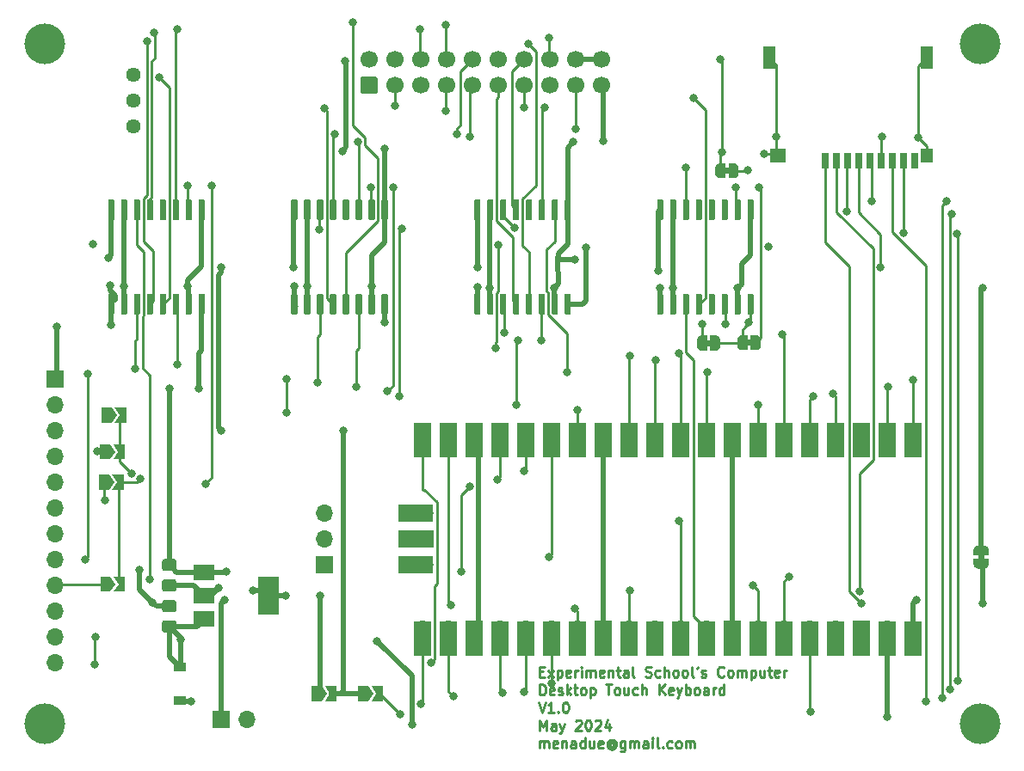
<source format=gbr>
G04 #@! TF.GenerationSoftware,KiCad,Pcbnew,5.1.5+dfsg1-2build2*
G04 #@! TF.CreationDate,2024-05-29T20:17:39+01:00*
G04 #@! TF.ProjectId,desktop_esc,6465736b-746f-4705-9f65-73632e6b6963,rev?*
G04 #@! TF.SameCoordinates,Original*
G04 #@! TF.FileFunction,Copper,L1,Top*
G04 #@! TF.FilePolarity,Positive*
%FSLAX46Y46*%
G04 Gerber Fmt 4.6, Leading zero omitted, Abs format (unit mm)*
G04 Created by KiCad (PCBNEW 5.1.5+dfsg1-2build2) date 2024-05-29 20:17:39*
%MOMM*%
%LPD*%
G04 APERTURE LIST*
%ADD10C,0.250000*%
%ADD11C,0.100000*%
%ADD12O,1.700000X1.700000*%
%ADD13R,1.700000X1.700000*%
%ADD14R,0.700000X1.600000*%
%ADD15R,1.200000X1.400000*%
%ADD16R,1.600000X1.400000*%
%ADD17R,1.200000X2.200000*%
%ADD18C,1.440000*%
%ADD19C,1.700000*%
%ADD20R,2.000000X1.500000*%
%ADD21R,2.000000X3.800000*%
%ADD22R,3.500000X1.700000*%
%ADD23R,1.700000X3.500000*%
%ADD24R,1.200000X0.900000*%
%ADD25C,4.000000*%
%ADD26C,0.800000*%
%ADD27C,0.500000*%
G04 APERTURE END LIST*
D10*
X147720595Y-125841571D02*
X148053928Y-125841571D01*
X148196785Y-126365380D02*
X147720595Y-126365380D01*
X147720595Y-125365380D01*
X148196785Y-125365380D01*
X148530119Y-126365380D02*
X149053928Y-125698714D01*
X148530119Y-125698714D02*
X149053928Y-126365380D01*
X149434880Y-125698714D02*
X149434880Y-126698714D01*
X149434880Y-125746333D02*
X149530119Y-125698714D01*
X149720595Y-125698714D01*
X149815833Y-125746333D01*
X149863452Y-125793952D01*
X149911071Y-125889190D01*
X149911071Y-126174904D01*
X149863452Y-126270142D01*
X149815833Y-126317761D01*
X149720595Y-126365380D01*
X149530119Y-126365380D01*
X149434880Y-126317761D01*
X150720595Y-126317761D02*
X150625357Y-126365380D01*
X150434880Y-126365380D01*
X150339642Y-126317761D01*
X150292023Y-126222523D01*
X150292023Y-125841571D01*
X150339642Y-125746333D01*
X150434880Y-125698714D01*
X150625357Y-125698714D01*
X150720595Y-125746333D01*
X150768214Y-125841571D01*
X150768214Y-125936809D01*
X150292023Y-126032047D01*
X151196785Y-126365380D02*
X151196785Y-125698714D01*
X151196785Y-125889190D02*
X151244404Y-125793952D01*
X151292023Y-125746333D01*
X151387261Y-125698714D01*
X151482500Y-125698714D01*
X151815833Y-126365380D02*
X151815833Y-125698714D01*
X151815833Y-125365380D02*
X151768214Y-125413000D01*
X151815833Y-125460619D01*
X151863452Y-125413000D01*
X151815833Y-125365380D01*
X151815833Y-125460619D01*
X152292023Y-126365380D02*
X152292023Y-125698714D01*
X152292023Y-125793952D02*
X152339642Y-125746333D01*
X152434880Y-125698714D01*
X152577738Y-125698714D01*
X152672976Y-125746333D01*
X152720595Y-125841571D01*
X152720595Y-126365380D01*
X152720595Y-125841571D02*
X152768214Y-125746333D01*
X152863452Y-125698714D01*
X153006309Y-125698714D01*
X153101547Y-125746333D01*
X153149166Y-125841571D01*
X153149166Y-126365380D01*
X154006309Y-126317761D02*
X153911071Y-126365380D01*
X153720595Y-126365380D01*
X153625357Y-126317761D01*
X153577738Y-126222523D01*
X153577738Y-125841571D01*
X153625357Y-125746333D01*
X153720595Y-125698714D01*
X153911071Y-125698714D01*
X154006309Y-125746333D01*
X154053928Y-125841571D01*
X154053928Y-125936809D01*
X153577738Y-126032047D01*
X154482500Y-125698714D02*
X154482500Y-126365380D01*
X154482500Y-125793952D02*
X154530119Y-125746333D01*
X154625357Y-125698714D01*
X154768214Y-125698714D01*
X154863452Y-125746333D01*
X154911071Y-125841571D01*
X154911071Y-126365380D01*
X155244404Y-125698714D02*
X155625357Y-125698714D01*
X155387261Y-125365380D02*
X155387261Y-126222523D01*
X155434880Y-126317761D01*
X155530119Y-126365380D01*
X155625357Y-126365380D01*
X156387261Y-126365380D02*
X156387261Y-125841571D01*
X156339642Y-125746333D01*
X156244404Y-125698714D01*
X156053928Y-125698714D01*
X155958690Y-125746333D01*
X156387261Y-126317761D02*
X156292023Y-126365380D01*
X156053928Y-126365380D01*
X155958690Y-126317761D01*
X155911071Y-126222523D01*
X155911071Y-126127285D01*
X155958690Y-126032047D01*
X156053928Y-125984428D01*
X156292023Y-125984428D01*
X156387261Y-125936809D01*
X157006309Y-126365380D02*
X156911071Y-126317761D01*
X156863452Y-126222523D01*
X156863452Y-125365380D01*
X158101547Y-126317761D02*
X158244404Y-126365380D01*
X158482500Y-126365380D01*
X158577738Y-126317761D01*
X158625357Y-126270142D01*
X158672976Y-126174904D01*
X158672976Y-126079666D01*
X158625357Y-125984428D01*
X158577738Y-125936809D01*
X158482500Y-125889190D01*
X158292023Y-125841571D01*
X158196785Y-125793952D01*
X158149166Y-125746333D01*
X158101547Y-125651095D01*
X158101547Y-125555857D01*
X158149166Y-125460619D01*
X158196785Y-125413000D01*
X158292023Y-125365380D01*
X158530119Y-125365380D01*
X158672976Y-125413000D01*
X159530119Y-126317761D02*
X159434880Y-126365380D01*
X159244404Y-126365380D01*
X159149166Y-126317761D01*
X159101547Y-126270142D01*
X159053928Y-126174904D01*
X159053928Y-125889190D01*
X159101547Y-125793952D01*
X159149166Y-125746333D01*
X159244404Y-125698714D01*
X159434880Y-125698714D01*
X159530119Y-125746333D01*
X159958690Y-126365380D02*
X159958690Y-125365380D01*
X160387261Y-126365380D02*
X160387261Y-125841571D01*
X160339642Y-125746333D01*
X160244404Y-125698714D01*
X160101547Y-125698714D01*
X160006309Y-125746333D01*
X159958690Y-125793952D01*
X161006309Y-126365380D02*
X160911071Y-126317761D01*
X160863452Y-126270142D01*
X160815833Y-126174904D01*
X160815833Y-125889190D01*
X160863452Y-125793952D01*
X160911071Y-125746333D01*
X161006309Y-125698714D01*
X161149166Y-125698714D01*
X161244404Y-125746333D01*
X161292023Y-125793952D01*
X161339642Y-125889190D01*
X161339642Y-126174904D01*
X161292023Y-126270142D01*
X161244404Y-126317761D01*
X161149166Y-126365380D01*
X161006309Y-126365380D01*
X161911071Y-126365380D02*
X161815833Y-126317761D01*
X161768214Y-126270142D01*
X161720595Y-126174904D01*
X161720595Y-125889190D01*
X161768214Y-125793952D01*
X161815833Y-125746333D01*
X161911071Y-125698714D01*
X162053928Y-125698714D01*
X162149166Y-125746333D01*
X162196785Y-125793952D01*
X162244404Y-125889190D01*
X162244404Y-126174904D01*
X162196785Y-126270142D01*
X162149166Y-126317761D01*
X162053928Y-126365380D01*
X161911071Y-126365380D01*
X162815833Y-126365380D02*
X162720595Y-126317761D01*
X162672976Y-126222523D01*
X162672976Y-125365380D01*
X163244404Y-125365380D02*
X163149166Y-125555857D01*
X163625357Y-126317761D02*
X163720595Y-126365380D01*
X163911071Y-126365380D01*
X164006309Y-126317761D01*
X164053928Y-126222523D01*
X164053928Y-126174904D01*
X164006309Y-126079666D01*
X163911071Y-126032047D01*
X163768214Y-126032047D01*
X163672976Y-125984428D01*
X163625357Y-125889190D01*
X163625357Y-125841571D01*
X163672976Y-125746333D01*
X163768214Y-125698714D01*
X163911071Y-125698714D01*
X164006309Y-125746333D01*
X165815833Y-126270142D02*
X165768214Y-126317761D01*
X165625357Y-126365380D01*
X165530119Y-126365380D01*
X165387261Y-126317761D01*
X165292023Y-126222523D01*
X165244404Y-126127285D01*
X165196785Y-125936809D01*
X165196785Y-125793952D01*
X165244404Y-125603476D01*
X165292023Y-125508238D01*
X165387261Y-125413000D01*
X165530119Y-125365380D01*
X165625357Y-125365380D01*
X165768214Y-125413000D01*
X165815833Y-125460619D01*
X166387261Y-126365380D02*
X166292023Y-126317761D01*
X166244404Y-126270142D01*
X166196785Y-126174904D01*
X166196785Y-125889190D01*
X166244404Y-125793952D01*
X166292023Y-125746333D01*
X166387261Y-125698714D01*
X166530119Y-125698714D01*
X166625357Y-125746333D01*
X166672976Y-125793952D01*
X166720595Y-125889190D01*
X166720595Y-126174904D01*
X166672976Y-126270142D01*
X166625357Y-126317761D01*
X166530119Y-126365380D01*
X166387261Y-126365380D01*
X167149166Y-126365380D02*
X167149166Y-125698714D01*
X167149166Y-125793952D02*
X167196785Y-125746333D01*
X167292023Y-125698714D01*
X167434880Y-125698714D01*
X167530119Y-125746333D01*
X167577738Y-125841571D01*
X167577738Y-126365380D01*
X167577738Y-125841571D02*
X167625357Y-125746333D01*
X167720595Y-125698714D01*
X167863452Y-125698714D01*
X167958690Y-125746333D01*
X168006309Y-125841571D01*
X168006309Y-126365380D01*
X168482500Y-125698714D02*
X168482500Y-126698714D01*
X168482500Y-125746333D02*
X168577738Y-125698714D01*
X168768214Y-125698714D01*
X168863452Y-125746333D01*
X168911071Y-125793952D01*
X168958690Y-125889190D01*
X168958690Y-126174904D01*
X168911071Y-126270142D01*
X168863452Y-126317761D01*
X168768214Y-126365380D01*
X168577738Y-126365380D01*
X168482500Y-126317761D01*
X169815833Y-125698714D02*
X169815833Y-126365380D01*
X169387261Y-125698714D02*
X169387261Y-126222523D01*
X169434880Y-126317761D01*
X169530119Y-126365380D01*
X169672976Y-126365380D01*
X169768214Y-126317761D01*
X169815833Y-126270142D01*
X170149166Y-125698714D02*
X170530119Y-125698714D01*
X170292023Y-125365380D02*
X170292023Y-126222523D01*
X170339642Y-126317761D01*
X170434880Y-126365380D01*
X170530119Y-126365380D01*
X171244404Y-126317761D02*
X171149166Y-126365380D01*
X170958690Y-126365380D01*
X170863452Y-126317761D01*
X170815833Y-126222523D01*
X170815833Y-125841571D01*
X170863452Y-125746333D01*
X170958690Y-125698714D01*
X171149166Y-125698714D01*
X171244404Y-125746333D01*
X171292023Y-125841571D01*
X171292023Y-125936809D01*
X170815833Y-126032047D01*
X171720595Y-126365380D02*
X171720595Y-125698714D01*
X171720595Y-125889190D02*
X171768214Y-125793952D01*
X171815833Y-125746333D01*
X171911071Y-125698714D01*
X172006309Y-125698714D01*
X147720595Y-128115380D02*
X147720595Y-127115380D01*
X147958690Y-127115380D01*
X148101547Y-127163000D01*
X148196785Y-127258238D01*
X148244404Y-127353476D01*
X148292023Y-127543952D01*
X148292023Y-127686809D01*
X148244404Y-127877285D01*
X148196785Y-127972523D01*
X148101547Y-128067761D01*
X147958690Y-128115380D01*
X147720595Y-128115380D01*
X149101547Y-128067761D02*
X149006309Y-128115380D01*
X148815833Y-128115380D01*
X148720595Y-128067761D01*
X148672976Y-127972523D01*
X148672976Y-127591571D01*
X148720595Y-127496333D01*
X148815833Y-127448714D01*
X149006309Y-127448714D01*
X149101547Y-127496333D01*
X149149166Y-127591571D01*
X149149166Y-127686809D01*
X148672976Y-127782047D01*
X149530119Y-128067761D02*
X149625357Y-128115380D01*
X149815833Y-128115380D01*
X149911071Y-128067761D01*
X149958690Y-127972523D01*
X149958690Y-127924904D01*
X149911071Y-127829666D01*
X149815833Y-127782047D01*
X149672976Y-127782047D01*
X149577738Y-127734428D01*
X149530119Y-127639190D01*
X149530119Y-127591571D01*
X149577738Y-127496333D01*
X149672976Y-127448714D01*
X149815833Y-127448714D01*
X149911071Y-127496333D01*
X150387261Y-128115380D02*
X150387261Y-127115380D01*
X150482500Y-127734428D02*
X150768214Y-128115380D01*
X150768214Y-127448714D02*
X150387261Y-127829666D01*
X151053928Y-127448714D02*
X151434880Y-127448714D01*
X151196785Y-127115380D02*
X151196785Y-127972523D01*
X151244404Y-128067761D01*
X151339642Y-128115380D01*
X151434880Y-128115380D01*
X151911071Y-128115380D02*
X151815833Y-128067761D01*
X151768214Y-128020142D01*
X151720595Y-127924904D01*
X151720595Y-127639190D01*
X151768214Y-127543952D01*
X151815833Y-127496333D01*
X151911071Y-127448714D01*
X152053928Y-127448714D01*
X152149166Y-127496333D01*
X152196785Y-127543952D01*
X152244404Y-127639190D01*
X152244404Y-127924904D01*
X152196785Y-128020142D01*
X152149166Y-128067761D01*
X152053928Y-128115380D01*
X151911071Y-128115380D01*
X152672976Y-127448714D02*
X152672976Y-128448714D01*
X152672976Y-127496333D02*
X152768214Y-127448714D01*
X152958690Y-127448714D01*
X153053928Y-127496333D01*
X153101547Y-127543952D01*
X153149166Y-127639190D01*
X153149166Y-127924904D01*
X153101547Y-128020142D01*
X153053928Y-128067761D01*
X152958690Y-128115380D01*
X152768214Y-128115380D01*
X152672976Y-128067761D01*
X154196785Y-127115380D02*
X154768214Y-127115380D01*
X154482500Y-128115380D02*
X154482500Y-127115380D01*
X155244404Y-128115380D02*
X155149166Y-128067761D01*
X155101547Y-128020142D01*
X155053928Y-127924904D01*
X155053928Y-127639190D01*
X155101547Y-127543952D01*
X155149166Y-127496333D01*
X155244404Y-127448714D01*
X155387261Y-127448714D01*
X155482500Y-127496333D01*
X155530119Y-127543952D01*
X155577738Y-127639190D01*
X155577738Y-127924904D01*
X155530119Y-128020142D01*
X155482500Y-128067761D01*
X155387261Y-128115380D01*
X155244404Y-128115380D01*
X156434880Y-127448714D02*
X156434880Y-128115380D01*
X156006309Y-127448714D02*
X156006309Y-127972523D01*
X156053928Y-128067761D01*
X156149166Y-128115380D01*
X156292023Y-128115380D01*
X156387261Y-128067761D01*
X156434880Y-128020142D01*
X157339642Y-128067761D02*
X157244404Y-128115380D01*
X157053928Y-128115380D01*
X156958690Y-128067761D01*
X156911071Y-128020142D01*
X156863452Y-127924904D01*
X156863452Y-127639190D01*
X156911071Y-127543952D01*
X156958690Y-127496333D01*
X157053928Y-127448714D01*
X157244404Y-127448714D01*
X157339642Y-127496333D01*
X157768214Y-128115380D02*
X157768214Y-127115380D01*
X158196785Y-128115380D02*
X158196785Y-127591571D01*
X158149166Y-127496333D01*
X158053928Y-127448714D01*
X157911071Y-127448714D01*
X157815833Y-127496333D01*
X157768214Y-127543952D01*
X159434880Y-128115380D02*
X159434880Y-127115380D01*
X160006309Y-128115380D02*
X159577738Y-127543952D01*
X160006309Y-127115380D02*
X159434880Y-127686809D01*
X160815833Y-128067761D02*
X160720595Y-128115380D01*
X160530119Y-128115380D01*
X160434880Y-128067761D01*
X160387261Y-127972523D01*
X160387261Y-127591571D01*
X160434880Y-127496333D01*
X160530119Y-127448714D01*
X160720595Y-127448714D01*
X160815833Y-127496333D01*
X160863452Y-127591571D01*
X160863452Y-127686809D01*
X160387261Y-127782047D01*
X161196785Y-127448714D02*
X161434880Y-128115380D01*
X161672976Y-127448714D02*
X161434880Y-128115380D01*
X161339642Y-128353476D01*
X161292023Y-128401095D01*
X161196785Y-128448714D01*
X162053928Y-128115380D02*
X162053928Y-127115380D01*
X162053928Y-127496333D02*
X162149166Y-127448714D01*
X162339642Y-127448714D01*
X162434880Y-127496333D01*
X162482500Y-127543952D01*
X162530119Y-127639190D01*
X162530119Y-127924904D01*
X162482500Y-128020142D01*
X162434880Y-128067761D01*
X162339642Y-128115380D01*
X162149166Y-128115380D01*
X162053928Y-128067761D01*
X163101547Y-128115380D02*
X163006309Y-128067761D01*
X162958690Y-128020142D01*
X162911071Y-127924904D01*
X162911071Y-127639190D01*
X162958690Y-127543952D01*
X163006309Y-127496333D01*
X163101547Y-127448714D01*
X163244404Y-127448714D01*
X163339642Y-127496333D01*
X163387261Y-127543952D01*
X163434880Y-127639190D01*
X163434880Y-127924904D01*
X163387261Y-128020142D01*
X163339642Y-128067761D01*
X163244404Y-128115380D01*
X163101547Y-128115380D01*
X164292023Y-128115380D02*
X164292023Y-127591571D01*
X164244404Y-127496333D01*
X164149166Y-127448714D01*
X163958690Y-127448714D01*
X163863452Y-127496333D01*
X164292023Y-128067761D02*
X164196785Y-128115380D01*
X163958690Y-128115380D01*
X163863452Y-128067761D01*
X163815833Y-127972523D01*
X163815833Y-127877285D01*
X163863452Y-127782047D01*
X163958690Y-127734428D01*
X164196785Y-127734428D01*
X164292023Y-127686809D01*
X164768214Y-128115380D02*
X164768214Y-127448714D01*
X164768214Y-127639190D02*
X164815833Y-127543952D01*
X164863452Y-127496333D01*
X164958690Y-127448714D01*
X165053928Y-127448714D01*
X165815833Y-128115380D02*
X165815833Y-127115380D01*
X165815833Y-128067761D02*
X165720595Y-128115380D01*
X165530119Y-128115380D01*
X165434880Y-128067761D01*
X165387261Y-128020142D01*
X165339642Y-127924904D01*
X165339642Y-127639190D01*
X165387261Y-127543952D01*
X165434880Y-127496333D01*
X165530119Y-127448714D01*
X165720595Y-127448714D01*
X165815833Y-127496333D01*
X147577738Y-128865380D02*
X147911071Y-129865380D01*
X148244404Y-128865380D01*
X149101547Y-129865380D02*
X148530119Y-129865380D01*
X148815833Y-129865380D02*
X148815833Y-128865380D01*
X148720595Y-129008238D01*
X148625357Y-129103476D01*
X148530119Y-129151095D01*
X149530119Y-129770142D02*
X149577738Y-129817761D01*
X149530119Y-129865380D01*
X149482500Y-129817761D01*
X149530119Y-129770142D01*
X149530119Y-129865380D01*
X150196785Y-128865380D02*
X150292023Y-128865380D01*
X150387261Y-128913000D01*
X150434880Y-128960619D01*
X150482500Y-129055857D01*
X150530119Y-129246333D01*
X150530119Y-129484428D01*
X150482500Y-129674904D01*
X150434880Y-129770142D01*
X150387261Y-129817761D01*
X150292023Y-129865380D01*
X150196785Y-129865380D01*
X150101547Y-129817761D01*
X150053928Y-129770142D01*
X150006309Y-129674904D01*
X149958690Y-129484428D01*
X149958690Y-129246333D01*
X150006309Y-129055857D01*
X150053928Y-128960619D01*
X150101547Y-128913000D01*
X150196785Y-128865380D01*
X147720595Y-131615380D02*
X147720595Y-130615380D01*
X148053928Y-131329666D01*
X148387261Y-130615380D01*
X148387261Y-131615380D01*
X149292023Y-131615380D02*
X149292023Y-131091571D01*
X149244404Y-130996333D01*
X149149166Y-130948714D01*
X148958690Y-130948714D01*
X148863452Y-130996333D01*
X149292023Y-131567761D02*
X149196785Y-131615380D01*
X148958690Y-131615380D01*
X148863452Y-131567761D01*
X148815833Y-131472523D01*
X148815833Y-131377285D01*
X148863452Y-131282047D01*
X148958690Y-131234428D01*
X149196785Y-131234428D01*
X149292023Y-131186809D01*
X149672976Y-130948714D02*
X149911071Y-131615380D01*
X150149166Y-130948714D02*
X149911071Y-131615380D01*
X149815833Y-131853476D01*
X149768214Y-131901095D01*
X149672976Y-131948714D01*
X151244404Y-130710619D02*
X151292023Y-130663000D01*
X151387261Y-130615380D01*
X151625357Y-130615380D01*
X151720595Y-130663000D01*
X151768214Y-130710619D01*
X151815833Y-130805857D01*
X151815833Y-130901095D01*
X151768214Y-131043952D01*
X151196785Y-131615380D01*
X151815833Y-131615380D01*
X152434880Y-130615380D02*
X152530119Y-130615380D01*
X152625357Y-130663000D01*
X152672976Y-130710619D01*
X152720595Y-130805857D01*
X152768214Y-130996333D01*
X152768214Y-131234428D01*
X152720595Y-131424904D01*
X152672976Y-131520142D01*
X152625357Y-131567761D01*
X152530119Y-131615380D01*
X152434880Y-131615380D01*
X152339642Y-131567761D01*
X152292023Y-131520142D01*
X152244404Y-131424904D01*
X152196785Y-131234428D01*
X152196785Y-130996333D01*
X152244404Y-130805857D01*
X152292023Y-130710619D01*
X152339642Y-130663000D01*
X152434880Y-130615380D01*
X153149166Y-130710619D02*
X153196785Y-130663000D01*
X153292023Y-130615380D01*
X153530119Y-130615380D01*
X153625357Y-130663000D01*
X153672976Y-130710619D01*
X153720595Y-130805857D01*
X153720595Y-130901095D01*
X153672976Y-131043952D01*
X153101547Y-131615380D01*
X153720595Y-131615380D01*
X154577738Y-130948714D02*
X154577738Y-131615380D01*
X154339642Y-130567761D02*
X154101547Y-131282047D01*
X154720595Y-131282047D01*
X147720595Y-133365380D02*
X147720595Y-132698714D01*
X147720595Y-132793952D02*
X147768214Y-132746333D01*
X147863452Y-132698714D01*
X148006309Y-132698714D01*
X148101547Y-132746333D01*
X148149166Y-132841571D01*
X148149166Y-133365380D01*
X148149166Y-132841571D02*
X148196785Y-132746333D01*
X148292023Y-132698714D01*
X148434880Y-132698714D01*
X148530119Y-132746333D01*
X148577738Y-132841571D01*
X148577738Y-133365380D01*
X149434880Y-133317761D02*
X149339642Y-133365380D01*
X149149166Y-133365380D01*
X149053928Y-133317761D01*
X149006309Y-133222523D01*
X149006309Y-132841571D01*
X149053928Y-132746333D01*
X149149166Y-132698714D01*
X149339642Y-132698714D01*
X149434880Y-132746333D01*
X149482500Y-132841571D01*
X149482500Y-132936809D01*
X149006309Y-133032047D01*
X149911071Y-132698714D02*
X149911071Y-133365380D01*
X149911071Y-132793952D02*
X149958690Y-132746333D01*
X150053928Y-132698714D01*
X150196785Y-132698714D01*
X150292023Y-132746333D01*
X150339642Y-132841571D01*
X150339642Y-133365380D01*
X151244404Y-133365380D02*
X151244404Y-132841571D01*
X151196785Y-132746333D01*
X151101547Y-132698714D01*
X150911071Y-132698714D01*
X150815833Y-132746333D01*
X151244404Y-133317761D02*
X151149166Y-133365380D01*
X150911071Y-133365380D01*
X150815833Y-133317761D01*
X150768214Y-133222523D01*
X150768214Y-133127285D01*
X150815833Y-133032047D01*
X150911071Y-132984428D01*
X151149166Y-132984428D01*
X151244404Y-132936809D01*
X152149166Y-133365380D02*
X152149166Y-132365380D01*
X152149166Y-133317761D02*
X152053928Y-133365380D01*
X151863452Y-133365380D01*
X151768214Y-133317761D01*
X151720595Y-133270142D01*
X151672976Y-133174904D01*
X151672976Y-132889190D01*
X151720595Y-132793952D01*
X151768214Y-132746333D01*
X151863452Y-132698714D01*
X152053928Y-132698714D01*
X152149166Y-132746333D01*
X153053928Y-132698714D02*
X153053928Y-133365380D01*
X152625357Y-132698714D02*
X152625357Y-133222523D01*
X152672976Y-133317761D01*
X152768214Y-133365380D01*
X152911071Y-133365380D01*
X153006309Y-133317761D01*
X153053928Y-133270142D01*
X153911071Y-133317761D02*
X153815833Y-133365380D01*
X153625357Y-133365380D01*
X153530119Y-133317761D01*
X153482500Y-133222523D01*
X153482500Y-132841571D01*
X153530119Y-132746333D01*
X153625357Y-132698714D01*
X153815833Y-132698714D01*
X153911071Y-132746333D01*
X153958690Y-132841571D01*
X153958690Y-132936809D01*
X153482500Y-133032047D01*
X155006309Y-132889190D02*
X154958690Y-132841571D01*
X154863452Y-132793952D01*
X154768214Y-132793952D01*
X154672976Y-132841571D01*
X154625357Y-132889190D01*
X154577738Y-132984428D01*
X154577738Y-133079666D01*
X154625357Y-133174904D01*
X154672976Y-133222523D01*
X154768214Y-133270142D01*
X154863452Y-133270142D01*
X154958690Y-133222523D01*
X155006309Y-133174904D01*
X155006309Y-132793952D02*
X155006309Y-133174904D01*
X155053928Y-133222523D01*
X155101547Y-133222523D01*
X155196785Y-133174904D01*
X155244404Y-133079666D01*
X155244404Y-132841571D01*
X155149166Y-132698714D01*
X155006309Y-132603476D01*
X154815833Y-132555857D01*
X154625357Y-132603476D01*
X154482500Y-132698714D01*
X154387261Y-132841571D01*
X154339642Y-133032047D01*
X154387261Y-133222523D01*
X154482500Y-133365380D01*
X154625357Y-133460619D01*
X154815833Y-133508238D01*
X155006309Y-133460619D01*
X155149166Y-133365380D01*
X156101547Y-132698714D02*
X156101547Y-133508238D01*
X156053928Y-133603476D01*
X156006309Y-133651095D01*
X155911071Y-133698714D01*
X155768214Y-133698714D01*
X155672976Y-133651095D01*
X156101547Y-133317761D02*
X156006309Y-133365380D01*
X155815833Y-133365380D01*
X155720595Y-133317761D01*
X155672976Y-133270142D01*
X155625357Y-133174904D01*
X155625357Y-132889190D01*
X155672976Y-132793952D01*
X155720595Y-132746333D01*
X155815833Y-132698714D01*
X156006309Y-132698714D01*
X156101547Y-132746333D01*
X156577738Y-133365380D02*
X156577738Y-132698714D01*
X156577738Y-132793952D02*
X156625357Y-132746333D01*
X156720595Y-132698714D01*
X156863452Y-132698714D01*
X156958690Y-132746333D01*
X157006309Y-132841571D01*
X157006309Y-133365380D01*
X157006309Y-132841571D02*
X157053928Y-132746333D01*
X157149166Y-132698714D01*
X157292023Y-132698714D01*
X157387261Y-132746333D01*
X157434880Y-132841571D01*
X157434880Y-133365380D01*
X158339642Y-133365380D02*
X158339642Y-132841571D01*
X158292023Y-132746333D01*
X158196785Y-132698714D01*
X158006309Y-132698714D01*
X157911071Y-132746333D01*
X158339642Y-133317761D02*
X158244404Y-133365380D01*
X158006309Y-133365380D01*
X157911071Y-133317761D01*
X157863452Y-133222523D01*
X157863452Y-133127285D01*
X157911071Y-133032047D01*
X158006309Y-132984428D01*
X158244404Y-132984428D01*
X158339642Y-132936809D01*
X158815833Y-133365380D02*
X158815833Y-132698714D01*
X158815833Y-132365380D02*
X158768214Y-132413000D01*
X158815833Y-132460619D01*
X158863452Y-132413000D01*
X158815833Y-132365380D01*
X158815833Y-132460619D01*
X159434880Y-133365380D02*
X159339642Y-133317761D01*
X159292023Y-133222523D01*
X159292023Y-132365380D01*
X159815833Y-133270142D02*
X159863452Y-133317761D01*
X159815833Y-133365380D01*
X159768214Y-133317761D01*
X159815833Y-133270142D01*
X159815833Y-133365380D01*
X160720595Y-133317761D02*
X160625357Y-133365380D01*
X160434880Y-133365380D01*
X160339642Y-133317761D01*
X160292023Y-133270142D01*
X160244404Y-133174904D01*
X160244404Y-132889190D01*
X160292023Y-132793952D01*
X160339642Y-132746333D01*
X160434880Y-132698714D01*
X160625357Y-132698714D01*
X160720595Y-132746333D01*
X161292023Y-133365380D02*
X161196785Y-133317761D01*
X161149166Y-133270142D01*
X161101547Y-133174904D01*
X161101547Y-132889190D01*
X161149166Y-132793952D01*
X161196785Y-132746333D01*
X161292023Y-132698714D01*
X161434880Y-132698714D01*
X161530119Y-132746333D01*
X161577738Y-132793952D01*
X161625357Y-132889190D01*
X161625357Y-133174904D01*
X161577738Y-133270142D01*
X161530119Y-133317761D01*
X161434880Y-133365380D01*
X161292023Y-133365380D01*
X162053928Y-133365380D02*
X162053928Y-132698714D01*
X162053928Y-132793952D02*
X162101547Y-132746333D01*
X162196785Y-132698714D01*
X162339642Y-132698714D01*
X162434880Y-132746333D01*
X162482500Y-132841571D01*
X162482500Y-133365380D01*
X162482500Y-132841571D02*
X162530119Y-132746333D01*
X162625357Y-132698714D01*
X162768214Y-132698714D01*
X162863452Y-132746333D01*
X162911071Y-132841571D01*
X162911071Y-133365380D01*
D11*
G36*
X191435000Y-114804000D02*
G01*
X191435000Y-114304000D01*
X190835000Y-114304000D01*
X190835000Y-114804000D01*
X191435000Y-114804000D01*
G37*
G36*
X165876160Y-76799720D02*
G01*
X166376160Y-76799720D01*
X166376160Y-76199720D01*
X165876160Y-76199720D01*
X165876160Y-76799720D01*
G37*
G36*
X168050400Y-93736440D02*
G01*
X168550400Y-93736440D01*
X168550400Y-93136440D01*
X168050400Y-93136440D01*
X168050400Y-93736440D01*
G37*
G36*
X164572760Y-93177080D02*
G01*
X164072760Y-93177080D01*
X164072760Y-93777080D01*
X164572760Y-93777080D01*
X164572760Y-93177080D01*
G37*
G04 #@! TA.AperFunction,SMDPad,CuDef*
G36*
X159719703Y-79325722D02*
G01*
X159734264Y-79327882D01*
X159748543Y-79331459D01*
X159762403Y-79336418D01*
X159775710Y-79342712D01*
X159788336Y-79350280D01*
X159800159Y-79359048D01*
X159811066Y-79368934D01*
X159820952Y-79379841D01*
X159829720Y-79391664D01*
X159837288Y-79404290D01*
X159843582Y-79417597D01*
X159848541Y-79431457D01*
X159852118Y-79445736D01*
X159854278Y-79460297D01*
X159855000Y-79475000D01*
X159855000Y-81225000D01*
X159854278Y-81239703D01*
X159852118Y-81254264D01*
X159848541Y-81268543D01*
X159843582Y-81282403D01*
X159837288Y-81295710D01*
X159829720Y-81308336D01*
X159820952Y-81320159D01*
X159811066Y-81331066D01*
X159800159Y-81340952D01*
X159788336Y-81349720D01*
X159775710Y-81357288D01*
X159762403Y-81363582D01*
X159748543Y-81368541D01*
X159734264Y-81372118D01*
X159719703Y-81374278D01*
X159705000Y-81375000D01*
X159405000Y-81375000D01*
X159390297Y-81374278D01*
X159375736Y-81372118D01*
X159361457Y-81368541D01*
X159347597Y-81363582D01*
X159334290Y-81357288D01*
X159321664Y-81349720D01*
X159309841Y-81340952D01*
X159298934Y-81331066D01*
X159289048Y-81320159D01*
X159280280Y-81308336D01*
X159272712Y-81295710D01*
X159266418Y-81282403D01*
X159261459Y-81268543D01*
X159257882Y-81254264D01*
X159255722Y-81239703D01*
X159255000Y-81225000D01*
X159255000Y-79475000D01*
X159255722Y-79460297D01*
X159257882Y-79445736D01*
X159261459Y-79431457D01*
X159266418Y-79417597D01*
X159272712Y-79404290D01*
X159280280Y-79391664D01*
X159289048Y-79379841D01*
X159298934Y-79368934D01*
X159309841Y-79359048D01*
X159321664Y-79350280D01*
X159334290Y-79342712D01*
X159347597Y-79336418D01*
X159361457Y-79331459D01*
X159375736Y-79327882D01*
X159390297Y-79325722D01*
X159405000Y-79325000D01*
X159705000Y-79325000D01*
X159719703Y-79325722D01*
G37*
G04 #@! TD.AperFunction*
G04 #@! TA.AperFunction,SMDPad,CuDef*
G36*
X160989703Y-79325722D02*
G01*
X161004264Y-79327882D01*
X161018543Y-79331459D01*
X161032403Y-79336418D01*
X161045710Y-79342712D01*
X161058336Y-79350280D01*
X161070159Y-79359048D01*
X161081066Y-79368934D01*
X161090952Y-79379841D01*
X161099720Y-79391664D01*
X161107288Y-79404290D01*
X161113582Y-79417597D01*
X161118541Y-79431457D01*
X161122118Y-79445736D01*
X161124278Y-79460297D01*
X161125000Y-79475000D01*
X161125000Y-81225000D01*
X161124278Y-81239703D01*
X161122118Y-81254264D01*
X161118541Y-81268543D01*
X161113582Y-81282403D01*
X161107288Y-81295710D01*
X161099720Y-81308336D01*
X161090952Y-81320159D01*
X161081066Y-81331066D01*
X161070159Y-81340952D01*
X161058336Y-81349720D01*
X161045710Y-81357288D01*
X161032403Y-81363582D01*
X161018543Y-81368541D01*
X161004264Y-81372118D01*
X160989703Y-81374278D01*
X160975000Y-81375000D01*
X160675000Y-81375000D01*
X160660297Y-81374278D01*
X160645736Y-81372118D01*
X160631457Y-81368541D01*
X160617597Y-81363582D01*
X160604290Y-81357288D01*
X160591664Y-81349720D01*
X160579841Y-81340952D01*
X160568934Y-81331066D01*
X160559048Y-81320159D01*
X160550280Y-81308336D01*
X160542712Y-81295710D01*
X160536418Y-81282403D01*
X160531459Y-81268543D01*
X160527882Y-81254264D01*
X160525722Y-81239703D01*
X160525000Y-81225000D01*
X160525000Y-79475000D01*
X160525722Y-79460297D01*
X160527882Y-79445736D01*
X160531459Y-79431457D01*
X160536418Y-79417597D01*
X160542712Y-79404290D01*
X160550280Y-79391664D01*
X160559048Y-79379841D01*
X160568934Y-79368934D01*
X160579841Y-79359048D01*
X160591664Y-79350280D01*
X160604290Y-79342712D01*
X160617597Y-79336418D01*
X160631457Y-79331459D01*
X160645736Y-79327882D01*
X160660297Y-79325722D01*
X160675000Y-79325000D01*
X160975000Y-79325000D01*
X160989703Y-79325722D01*
G37*
G04 #@! TD.AperFunction*
G04 #@! TA.AperFunction,SMDPad,CuDef*
G36*
X162259703Y-79325722D02*
G01*
X162274264Y-79327882D01*
X162288543Y-79331459D01*
X162302403Y-79336418D01*
X162315710Y-79342712D01*
X162328336Y-79350280D01*
X162340159Y-79359048D01*
X162351066Y-79368934D01*
X162360952Y-79379841D01*
X162369720Y-79391664D01*
X162377288Y-79404290D01*
X162383582Y-79417597D01*
X162388541Y-79431457D01*
X162392118Y-79445736D01*
X162394278Y-79460297D01*
X162395000Y-79475000D01*
X162395000Y-81225000D01*
X162394278Y-81239703D01*
X162392118Y-81254264D01*
X162388541Y-81268543D01*
X162383582Y-81282403D01*
X162377288Y-81295710D01*
X162369720Y-81308336D01*
X162360952Y-81320159D01*
X162351066Y-81331066D01*
X162340159Y-81340952D01*
X162328336Y-81349720D01*
X162315710Y-81357288D01*
X162302403Y-81363582D01*
X162288543Y-81368541D01*
X162274264Y-81372118D01*
X162259703Y-81374278D01*
X162245000Y-81375000D01*
X161945000Y-81375000D01*
X161930297Y-81374278D01*
X161915736Y-81372118D01*
X161901457Y-81368541D01*
X161887597Y-81363582D01*
X161874290Y-81357288D01*
X161861664Y-81349720D01*
X161849841Y-81340952D01*
X161838934Y-81331066D01*
X161829048Y-81320159D01*
X161820280Y-81308336D01*
X161812712Y-81295710D01*
X161806418Y-81282403D01*
X161801459Y-81268543D01*
X161797882Y-81254264D01*
X161795722Y-81239703D01*
X161795000Y-81225000D01*
X161795000Y-79475000D01*
X161795722Y-79460297D01*
X161797882Y-79445736D01*
X161801459Y-79431457D01*
X161806418Y-79417597D01*
X161812712Y-79404290D01*
X161820280Y-79391664D01*
X161829048Y-79379841D01*
X161838934Y-79368934D01*
X161849841Y-79359048D01*
X161861664Y-79350280D01*
X161874290Y-79342712D01*
X161887597Y-79336418D01*
X161901457Y-79331459D01*
X161915736Y-79327882D01*
X161930297Y-79325722D01*
X161945000Y-79325000D01*
X162245000Y-79325000D01*
X162259703Y-79325722D01*
G37*
G04 #@! TD.AperFunction*
G04 #@! TA.AperFunction,SMDPad,CuDef*
G36*
X163529703Y-79325722D02*
G01*
X163544264Y-79327882D01*
X163558543Y-79331459D01*
X163572403Y-79336418D01*
X163585710Y-79342712D01*
X163598336Y-79350280D01*
X163610159Y-79359048D01*
X163621066Y-79368934D01*
X163630952Y-79379841D01*
X163639720Y-79391664D01*
X163647288Y-79404290D01*
X163653582Y-79417597D01*
X163658541Y-79431457D01*
X163662118Y-79445736D01*
X163664278Y-79460297D01*
X163665000Y-79475000D01*
X163665000Y-81225000D01*
X163664278Y-81239703D01*
X163662118Y-81254264D01*
X163658541Y-81268543D01*
X163653582Y-81282403D01*
X163647288Y-81295710D01*
X163639720Y-81308336D01*
X163630952Y-81320159D01*
X163621066Y-81331066D01*
X163610159Y-81340952D01*
X163598336Y-81349720D01*
X163585710Y-81357288D01*
X163572403Y-81363582D01*
X163558543Y-81368541D01*
X163544264Y-81372118D01*
X163529703Y-81374278D01*
X163515000Y-81375000D01*
X163215000Y-81375000D01*
X163200297Y-81374278D01*
X163185736Y-81372118D01*
X163171457Y-81368541D01*
X163157597Y-81363582D01*
X163144290Y-81357288D01*
X163131664Y-81349720D01*
X163119841Y-81340952D01*
X163108934Y-81331066D01*
X163099048Y-81320159D01*
X163090280Y-81308336D01*
X163082712Y-81295710D01*
X163076418Y-81282403D01*
X163071459Y-81268543D01*
X163067882Y-81254264D01*
X163065722Y-81239703D01*
X163065000Y-81225000D01*
X163065000Y-79475000D01*
X163065722Y-79460297D01*
X163067882Y-79445736D01*
X163071459Y-79431457D01*
X163076418Y-79417597D01*
X163082712Y-79404290D01*
X163090280Y-79391664D01*
X163099048Y-79379841D01*
X163108934Y-79368934D01*
X163119841Y-79359048D01*
X163131664Y-79350280D01*
X163144290Y-79342712D01*
X163157597Y-79336418D01*
X163171457Y-79331459D01*
X163185736Y-79327882D01*
X163200297Y-79325722D01*
X163215000Y-79325000D01*
X163515000Y-79325000D01*
X163529703Y-79325722D01*
G37*
G04 #@! TD.AperFunction*
G04 #@! TA.AperFunction,SMDPad,CuDef*
G36*
X164799703Y-79325722D02*
G01*
X164814264Y-79327882D01*
X164828543Y-79331459D01*
X164842403Y-79336418D01*
X164855710Y-79342712D01*
X164868336Y-79350280D01*
X164880159Y-79359048D01*
X164891066Y-79368934D01*
X164900952Y-79379841D01*
X164909720Y-79391664D01*
X164917288Y-79404290D01*
X164923582Y-79417597D01*
X164928541Y-79431457D01*
X164932118Y-79445736D01*
X164934278Y-79460297D01*
X164935000Y-79475000D01*
X164935000Y-81225000D01*
X164934278Y-81239703D01*
X164932118Y-81254264D01*
X164928541Y-81268543D01*
X164923582Y-81282403D01*
X164917288Y-81295710D01*
X164909720Y-81308336D01*
X164900952Y-81320159D01*
X164891066Y-81331066D01*
X164880159Y-81340952D01*
X164868336Y-81349720D01*
X164855710Y-81357288D01*
X164842403Y-81363582D01*
X164828543Y-81368541D01*
X164814264Y-81372118D01*
X164799703Y-81374278D01*
X164785000Y-81375000D01*
X164485000Y-81375000D01*
X164470297Y-81374278D01*
X164455736Y-81372118D01*
X164441457Y-81368541D01*
X164427597Y-81363582D01*
X164414290Y-81357288D01*
X164401664Y-81349720D01*
X164389841Y-81340952D01*
X164378934Y-81331066D01*
X164369048Y-81320159D01*
X164360280Y-81308336D01*
X164352712Y-81295710D01*
X164346418Y-81282403D01*
X164341459Y-81268543D01*
X164337882Y-81254264D01*
X164335722Y-81239703D01*
X164335000Y-81225000D01*
X164335000Y-79475000D01*
X164335722Y-79460297D01*
X164337882Y-79445736D01*
X164341459Y-79431457D01*
X164346418Y-79417597D01*
X164352712Y-79404290D01*
X164360280Y-79391664D01*
X164369048Y-79379841D01*
X164378934Y-79368934D01*
X164389841Y-79359048D01*
X164401664Y-79350280D01*
X164414290Y-79342712D01*
X164427597Y-79336418D01*
X164441457Y-79331459D01*
X164455736Y-79327882D01*
X164470297Y-79325722D01*
X164485000Y-79325000D01*
X164785000Y-79325000D01*
X164799703Y-79325722D01*
G37*
G04 #@! TD.AperFunction*
G04 #@! TA.AperFunction,SMDPad,CuDef*
G36*
X166069703Y-79325722D02*
G01*
X166084264Y-79327882D01*
X166098543Y-79331459D01*
X166112403Y-79336418D01*
X166125710Y-79342712D01*
X166138336Y-79350280D01*
X166150159Y-79359048D01*
X166161066Y-79368934D01*
X166170952Y-79379841D01*
X166179720Y-79391664D01*
X166187288Y-79404290D01*
X166193582Y-79417597D01*
X166198541Y-79431457D01*
X166202118Y-79445736D01*
X166204278Y-79460297D01*
X166205000Y-79475000D01*
X166205000Y-81225000D01*
X166204278Y-81239703D01*
X166202118Y-81254264D01*
X166198541Y-81268543D01*
X166193582Y-81282403D01*
X166187288Y-81295710D01*
X166179720Y-81308336D01*
X166170952Y-81320159D01*
X166161066Y-81331066D01*
X166150159Y-81340952D01*
X166138336Y-81349720D01*
X166125710Y-81357288D01*
X166112403Y-81363582D01*
X166098543Y-81368541D01*
X166084264Y-81372118D01*
X166069703Y-81374278D01*
X166055000Y-81375000D01*
X165755000Y-81375000D01*
X165740297Y-81374278D01*
X165725736Y-81372118D01*
X165711457Y-81368541D01*
X165697597Y-81363582D01*
X165684290Y-81357288D01*
X165671664Y-81349720D01*
X165659841Y-81340952D01*
X165648934Y-81331066D01*
X165639048Y-81320159D01*
X165630280Y-81308336D01*
X165622712Y-81295710D01*
X165616418Y-81282403D01*
X165611459Y-81268543D01*
X165607882Y-81254264D01*
X165605722Y-81239703D01*
X165605000Y-81225000D01*
X165605000Y-79475000D01*
X165605722Y-79460297D01*
X165607882Y-79445736D01*
X165611459Y-79431457D01*
X165616418Y-79417597D01*
X165622712Y-79404290D01*
X165630280Y-79391664D01*
X165639048Y-79379841D01*
X165648934Y-79368934D01*
X165659841Y-79359048D01*
X165671664Y-79350280D01*
X165684290Y-79342712D01*
X165697597Y-79336418D01*
X165711457Y-79331459D01*
X165725736Y-79327882D01*
X165740297Y-79325722D01*
X165755000Y-79325000D01*
X166055000Y-79325000D01*
X166069703Y-79325722D01*
G37*
G04 #@! TD.AperFunction*
G04 #@! TA.AperFunction,SMDPad,CuDef*
G36*
X167339703Y-79325722D02*
G01*
X167354264Y-79327882D01*
X167368543Y-79331459D01*
X167382403Y-79336418D01*
X167395710Y-79342712D01*
X167408336Y-79350280D01*
X167420159Y-79359048D01*
X167431066Y-79368934D01*
X167440952Y-79379841D01*
X167449720Y-79391664D01*
X167457288Y-79404290D01*
X167463582Y-79417597D01*
X167468541Y-79431457D01*
X167472118Y-79445736D01*
X167474278Y-79460297D01*
X167475000Y-79475000D01*
X167475000Y-81225000D01*
X167474278Y-81239703D01*
X167472118Y-81254264D01*
X167468541Y-81268543D01*
X167463582Y-81282403D01*
X167457288Y-81295710D01*
X167449720Y-81308336D01*
X167440952Y-81320159D01*
X167431066Y-81331066D01*
X167420159Y-81340952D01*
X167408336Y-81349720D01*
X167395710Y-81357288D01*
X167382403Y-81363582D01*
X167368543Y-81368541D01*
X167354264Y-81372118D01*
X167339703Y-81374278D01*
X167325000Y-81375000D01*
X167025000Y-81375000D01*
X167010297Y-81374278D01*
X166995736Y-81372118D01*
X166981457Y-81368541D01*
X166967597Y-81363582D01*
X166954290Y-81357288D01*
X166941664Y-81349720D01*
X166929841Y-81340952D01*
X166918934Y-81331066D01*
X166909048Y-81320159D01*
X166900280Y-81308336D01*
X166892712Y-81295710D01*
X166886418Y-81282403D01*
X166881459Y-81268543D01*
X166877882Y-81254264D01*
X166875722Y-81239703D01*
X166875000Y-81225000D01*
X166875000Y-79475000D01*
X166875722Y-79460297D01*
X166877882Y-79445736D01*
X166881459Y-79431457D01*
X166886418Y-79417597D01*
X166892712Y-79404290D01*
X166900280Y-79391664D01*
X166909048Y-79379841D01*
X166918934Y-79368934D01*
X166929841Y-79359048D01*
X166941664Y-79350280D01*
X166954290Y-79342712D01*
X166967597Y-79336418D01*
X166981457Y-79331459D01*
X166995736Y-79327882D01*
X167010297Y-79325722D01*
X167025000Y-79325000D01*
X167325000Y-79325000D01*
X167339703Y-79325722D01*
G37*
G04 #@! TD.AperFunction*
G04 #@! TA.AperFunction,SMDPad,CuDef*
G36*
X168609703Y-79325722D02*
G01*
X168624264Y-79327882D01*
X168638543Y-79331459D01*
X168652403Y-79336418D01*
X168665710Y-79342712D01*
X168678336Y-79350280D01*
X168690159Y-79359048D01*
X168701066Y-79368934D01*
X168710952Y-79379841D01*
X168719720Y-79391664D01*
X168727288Y-79404290D01*
X168733582Y-79417597D01*
X168738541Y-79431457D01*
X168742118Y-79445736D01*
X168744278Y-79460297D01*
X168745000Y-79475000D01*
X168745000Y-81225000D01*
X168744278Y-81239703D01*
X168742118Y-81254264D01*
X168738541Y-81268543D01*
X168733582Y-81282403D01*
X168727288Y-81295710D01*
X168719720Y-81308336D01*
X168710952Y-81320159D01*
X168701066Y-81331066D01*
X168690159Y-81340952D01*
X168678336Y-81349720D01*
X168665710Y-81357288D01*
X168652403Y-81363582D01*
X168638543Y-81368541D01*
X168624264Y-81372118D01*
X168609703Y-81374278D01*
X168595000Y-81375000D01*
X168295000Y-81375000D01*
X168280297Y-81374278D01*
X168265736Y-81372118D01*
X168251457Y-81368541D01*
X168237597Y-81363582D01*
X168224290Y-81357288D01*
X168211664Y-81349720D01*
X168199841Y-81340952D01*
X168188934Y-81331066D01*
X168179048Y-81320159D01*
X168170280Y-81308336D01*
X168162712Y-81295710D01*
X168156418Y-81282403D01*
X168151459Y-81268543D01*
X168147882Y-81254264D01*
X168145722Y-81239703D01*
X168145000Y-81225000D01*
X168145000Y-79475000D01*
X168145722Y-79460297D01*
X168147882Y-79445736D01*
X168151459Y-79431457D01*
X168156418Y-79417597D01*
X168162712Y-79404290D01*
X168170280Y-79391664D01*
X168179048Y-79379841D01*
X168188934Y-79368934D01*
X168199841Y-79359048D01*
X168211664Y-79350280D01*
X168224290Y-79342712D01*
X168237597Y-79336418D01*
X168251457Y-79331459D01*
X168265736Y-79327882D01*
X168280297Y-79325722D01*
X168295000Y-79325000D01*
X168595000Y-79325000D01*
X168609703Y-79325722D01*
G37*
G04 #@! TD.AperFunction*
G04 #@! TA.AperFunction,SMDPad,CuDef*
G36*
X168609703Y-88625722D02*
G01*
X168624264Y-88627882D01*
X168638543Y-88631459D01*
X168652403Y-88636418D01*
X168665710Y-88642712D01*
X168678336Y-88650280D01*
X168690159Y-88659048D01*
X168701066Y-88668934D01*
X168710952Y-88679841D01*
X168719720Y-88691664D01*
X168727288Y-88704290D01*
X168733582Y-88717597D01*
X168738541Y-88731457D01*
X168742118Y-88745736D01*
X168744278Y-88760297D01*
X168745000Y-88775000D01*
X168745000Y-90525000D01*
X168744278Y-90539703D01*
X168742118Y-90554264D01*
X168738541Y-90568543D01*
X168733582Y-90582403D01*
X168727288Y-90595710D01*
X168719720Y-90608336D01*
X168710952Y-90620159D01*
X168701066Y-90631066D01*
X168690159Y-90640952D01*
X168678336Y-90649720D01*
X168665710Y-90657288D01*
X168652403Y-90663582D01*
X168638543Y-90668541D01*
X168624264Y-90672118D01*
X168609703Y-90674278D01*
X168595000Y-90675000D01*
X168295000Y-90675000D01*
X168280297Y-90674278D01*
X168265736Y-90672118D01*
X168251457Y-90668541D01*
X168237597Y-90663582D01*
X168224290Y-90657288D01*
X168211664Y-90649720D01*
X168199841Y-90640952D01*
X168188934Y-90631066D01*
X168179048Y-90620159D01*
X168170280Y-90608336D01*
X168162712Y-90595710D01*
X168156418Y-90582403D01*
X168151459Y-90568543D01*
X168147882Y-90554264D01*
X168145722Y-90539703D01*
X168145000Y-90525000D01*
X168145000Y-88775000D01*
X168145722Y-88760297D01*
X168147882Y-88745736D01*
X168151459Y-88731457D01*
X168156418Y-88717597D01*
X168162712Y-88704290D01*
X168170280Y-88691664D01*
X168179048Y-88679841D01*
X168188934Y-88668934D01*
X168199841Y-88659048D01*
X168211664Y-88650280D01*
X168224290Y-88642712D01*
X168237597Y-88636418D01*
X168251457Y-88631459D01*
X168265736Y-88627882D01*
X168280297Y-88625722D01*
X168295000Y-88625000D01*
X168595000Y-88625000D01*
X168609703Y-88625722D01*
G37*
G04 #@! TD.AperFunction*
G04 #@! TA.AperFunction,SMDPad,CuDef*
G36*
X167339703Y-88625722D02*
G01*
X167354264Y-88627882D01*
X167368543Y-88631459D01*
X167382403Y-88636418D01*
X167395710Y-88642712D01*
X167408336Y-88650280D01*
X167420159Y-88659048D01*
X167431066Y-88668934D01*
X167440952Y-88679841D01*
X167449720Y-88691664D01*
X167457288Y-88704290D01*
X167463582Y-88717597D01*
X167468541Y-88731457D01*
X167472118Y-88745736D01*
X167474278Y-88760297D01*
X167475000Y-88775000D01*
X167475000Y-90525000D01*
X167474278Y-90539703D01*
X167472118Y-90554264D01*
X167468541Y-90568543D01*
X167463582Y-90582403D01*
X167457288Y-90595710D01*
X167449720Y-90608336D01*
X167440952Y-90620159D01*
X167431066Y-90631066D01*
X167420159Y-90640952D01*
X167408336Y-90649720D01*
X167395710Y-90657288D01*
X167382403Y-90663582D01*
X167368543Y-90668541D01*
X167354264Y-90672118D01*
X167339703Y-90674278D01*
X167325000Y-90675000D01*
X167025000Y-90675000D01*
X167010297Y-90674278D01*
X166995736Y-90672118D01*
X166981457Y-90668541D01*
X166967597Y-90663582D01*
X166954290Y-90657288D01*
X166941664Y-90649720D01*
X166929841Y-90640952D01*
X166918934Y-90631066D01*
X166909048Y-90620159D01*
X166900280Y-90608336D01*
X166892712Y-90595710D01*
X166886418Y-90582403D01*
X166881459Y-90568543D01*
X166877882Y-90554264D01*
X166875722Y-90539703D01*
X166875000Y-90525000D01*
X166875000Y-88775000D01*
X166875722Y-88760297D01*
X166877882Y-88745736D01*
X166881459Y-88731457D01*
X166886418Y-88717597D01*
X166892712Y-88704290D01*
X166900280Y-88691664D01*
X166909048Y-88679841D01*
X166918934Y-88668934D01*
X166929841Y-88659048D01*
X166941664Y-88650280D01*
X166954290Y-88642712D01*
X166967597Y-88636418D01*
X166981457Y-88631459D01*
X166995736Y-88627882D01*
X167010297Y-88625722D01*
X167025000Y-88625000D01*
X167325000Y-88625000D01*
X167339703Y-88625722D01*
G37*
G04 #@! TD.AperFunction*
G04 #@! TA.AperFunction,SMDPad,CuDef*
G36*
X166069703Y-88625722D02*
G01*
X166084264Y-88627882D01*
X166098543Y-88631459D01*
X166112403Y-88636418D01*
X166125710Y-88642712D01*
X166138336Y-88650280D01*
X166150159Y-88659048D01*
X166161066Y-88668934D01*
X166170952Y-88679841D01*
X166179720Y-88691664D01*
X166187288Y-88704290D01*
X166193582Y-88717597D01*
X166198541Y-88731457D01*
X166202118Y-88745736D01*
X166204278Y-88760297D01*
X166205000Y-88775000D01*
X166205000Y-90525000D01*
X166204278Y-90539703D01*
X166202118Y-90554264D01*
X166198541Y-90568543D01*
X166193582Y-90582403D01*
X166187288Y-90595710D01*
X166179720Y-90608336D01*
X166170952Y-90620159D01*
X166161066Y-90631066D01*
X166150159Y-90640952D01*
X166138336Y-90649720D01*
X166125710Y-90657288D01*
X166112403Y-90663582D01*
X166098543Y-90668541D01*
X166084264Y-90672118D01*
X166069703Y-90674278D01*
X166055000Y-90675000D01*
X165755000Y-90675000D01*
X165740297Y-90674278D01*
X165725736Y-90672118D01*
X165711457Y-90668541D01*
X165697597Y-90663582D01*
X165684290Y-90657288D01*
X165671664Y-90649720D01*
X165659841Y-90640952D01*
X165648934Y-90631066D01*
X165639048Y-90620159D01*
X165630280Y-90608336D01*
X165622712Y-90595710D01*
X165616418Y-90582403D01*
X165611459Y-90568543D01*
X165607882Y-90554264D01*
X165605722Y-90539703D01*
X165605000Y-90525000D01*
X165605000Y-88775000D01*
X165605722Y-88760297D01*
X165607882Y-88745736D01*
X165611459Y-88731457D01*
X165616418Y-88717597D01*
X165622712Y-88704290D01*
X165630280Y-88691664D01*
X165639048Y-88679841D01*
X165648934Y-88668934D01*
X165659841Y-88659048D01*
X165671664Y-88650280D01*
X165684290Y-88642712D01*
X165697597Y-88636418D01*
X165711457Y-88631459D01*
X165725736Y-88627882D01*
X165740297Y-88625722D01*
X165755000Y-88625000D01*
X166055000Y-88625000D01*
X166069703Y-88625722D01*
G37*
G04 #@! TD.AperFunction*
G04 #@! TA.AperFunction,SMDPad,CuDef*
G36*
X164799703Y-88625722D02*
G01*
X164814264Y-88627882D01*
X164828543Y-88631459D01*
X164842403Y-88636418D01*
X164855710Y-88642712D01*
X164868336Y-88650280D01*
X164880159Y-88659048D01*
X164891066Y-88668934D01*
X164900952Y-88679841D01*
X164909720Y-88691664D01*
X164917288Y-88704290D01*
X164923582Y-88717597D01*
X164928541Y-88731457D01*
X164932118Y-88745736D01*
X164934278Y-88760297D01*
X164935000Y-88775000D01*
X164935000Y-90525000D01*
X164934278Y-90539703D01*
X164932118Y-90554264D01*
X164928541Y-90568543D01*
X164923582Y-90582403D01*
X164917288Y-90595710D01*
X164909720Y-90608336D01*
X164900952Y-90620159D01*
X164891066Y-90631066D01*
X164880159Y-90640952D01*
X164868336Y-90649720D01*
X164855710Y-90657288D01*
X164842403Y-90663582D01*
X164828543Y-90668541D01*
X164814264Y-90672118D01*
X164799703Y-90674278D01*
X164785000Y-90675000D01*
X164485000Y-90675000D01*
X164470297Y-90674278D01*
X164455736Y-90672118D01*
X164441457Y-90668541D01*
X164427597Y-90663582D01*
X164414290Y-90657288D01*
X164401664Y-90649720D01*
X164389841Y-90640952D01*
X164378934Y-90631066D01*
X164369048Y-90620159D01*
X164360280Y-90608336D01*
X164352712Y-90595710D01*
X164346418Y-90582403D01*
X164341459Y-90568543D01*
X164337882Y-90554264D01*
X164335722Y-90539703D01*
X164335000Y-90525000D01*
X164335000Y-88775000D01*
X164335722Y-88760297D01*
X164337882Y-88745736D01*
X164341459Y-88731457D01*
X164346418Y-88717597D01*
X164352712Y-88704290D01*
X164360280Y-88691664D01*
X164369048Y-88679841D01*
X164378934Y-88668934D01*
X164389841Y-88659048D01*
X164401664Y-88650280D01*
X164414290Y-88642712D01*
X164427597Y-88636418D01*
X164441457Y-88631459D01*
X164455736Y-88627882D01*
X164470297Y-88625722D01*
X164485000Y-88625000D01*
X164785000Y-88625000D01*
X164799703Y-88625722D01*
G37*
G04 #@! TD.AperFunction*
G04 #@! TA.AperFunction,SMDPad,CuDef*
G36*
X163529703Y-88625722D02*
G01*
X163544264Y-88627882D01*
X163558543Y-88631459D01*
X163572403Y-88636418D01*
X163585710Y-88642712D01*
X163598336Y-88650280D01*
X163610159Y-88659048D01*
X163621066Y-88668934D01*
X163630952Y-88679841D01*
X163639720Y-88691664D01*
X163647288Y-88704290D01*
X163653582Y-88717597D01*
X163658541Y-88731457D01*
X163662118Y-88745736D01*
X163664278Y-88760297D01*
X163665000Y-88775000D01*
X163665000Y-90525000D01*
X163664278Y-90539703D01*
X163662118Y-90554264D01*
X163658541Y-90568543D01*
X163653582Y-90582403D01*
X163647288Y-90595710D01*
X163639720Y-90608336D01*
X163630952Y-90620159D01*
X163621066Y-90631066D01*
X163610159Y-90640952D01*
X163598336Y-90649720D01*
X163585710Y-90657288D01*
X163572403Y-90663582D01*
X163558543Y-90668541D01*
X163544264Y-90672118D01*
X163529703Y-90674278D01*
X163515000Y-90675000D01*
X163215000Y-90675000D01*
X163200297Y-90674278D01*
X163185736Y-90672118D01*
X163171457Y-90668541D01*
X163157597Y-90663582D01*
X163144290Y-90657288D01*
X163131664Y-90649720D01*
X163119841Y-90640952D01*
X163108934Y-90631066D01*
X163099048Y-90620159D01*
X163090280Y-90608336D01*
X163082712Y-90595710D01*
X163076418Y-90582403D01*
X163071459Y-90568543D01*
X163067882Y-90554264D01*
X163065722Y-90539703D01*
X163065000Y-90525000D01*
X163065000Y-88775000D01*
X163065722Y-88760297D01*
X163067882Y-88745736D01*
X163071459Y-88731457D01*
X163076418Y-88717597D01*
X163082712Y-88704290D01*
X163090280Y-88691664D01*
X163099048Y-88679841D01*
X163108934Y-88668934D01*
X163119841Y-88659048D01*
X163131664Y-88650280D01*
X163144290Y-88642712D01*
X163157597Y-88636418D01*
X163171457Y-88631459D01*
X163185736Y-88627882D01*
X163200297Y-88625722D01*
X163215000Y-88625000D01*
X163515000Y-88625000D01*
X163529703Y-88625722D01*
G37*
G04 #@! TD.AperFunction*
G04 #@! TA.AperFunction,SMDPad,CuDef*
G36*
X162259703Y-88625722D02*
G01*
X162274264Y-88627882D01*
X162288543Y-88631459D01*
X162302403Y-88636418D01*
X162315710Y-88642712D01*
X162328336Y-88650280D01*
X162340159Y-88659048D01*
X162351066Y-88668934D01*
X162360952Y-88679841D01*
X162369720Y-88691664D01*
X162377288Y-88704290D01*
X162383582Y-88717597D01*
X162388541Y-88731457D01*
X162392118Y-88745736D01*
X162394278Y-88760297D01*
X162395000Y-88775000D01*
X162395000Y-90525000D01*
X162394278Y-90539703D01*
X162392118Y-90554264D01*
X162388541Y-90568543D01*
X162383582Y-90582403D01*
X162377288Y-90595710D01*
X162369720Y-90608336D01*
X162360952Y-90620159D01*
X162351066Y-90631066D01*
X162340159Y-90640952D01*
X162328336Y-90649720D01*
X162315710Y-90657288D01*
X162302403Y-90663582D01*
X162288543Y-90668541D01*
X162274264Y-90672118D01*
X162259703Y-90674278D01*
X162245000Y-90675000D01*
X161945000Y-90675000D01*
X161930297Y-90674278D01*
X161915736Y-90672118D01*
X161901457Y-90668541D01*
X161887597Y-90663582D01*
X161874290Y-90657288D01*
X161861664Y-90649720D01*
X161849841Y-90640952D01*
X161838934Y-90631066D01*
X161829048Y-90620159D01*
X161820280Y-90608336D01*
X161812712Y-90595710D01*
X161806418Y-90582403D01*
X161801459Y-90568543D01*
X161797882Y-90554264D01*
X161795722Y-90539703D01*
X161795000Y-90525000D01*
X161795000Y-88775000D01*
X161795722Y-88760297D01*
X161797882Y-88745736D01*
X161801459Y-88731457D01*
X161806418Y-88717597D01*
X161812712Y-88704290D01*
X161820280Y-88691664D01*
X161829048Y-88679841D01*
X161838934Y-88668934D01*
X161849841Y-88659048D01*
X161861664Y-88650280D01*
X161874290Y-88642712D01*
X161887597Y-88636418D01*
X161901457Y-88631459D01*
X161915736Y-88627882D01*
X161930297Y-88625722D01*
X161945000Y-88625000D01*
X162245000Y-88625000D01*
X162259703Y-88625722D01*
G37*
G04 #@! TD.AperFunction*
G04 #@! TA.AperFunction,SMDPad,CuDef*
G36*
X160989703Y-88625722D02*
G01*
X161004264Y-88627882D01*
X161018543Y-88631459D01*
X161032403Y-88636418D01*
X161045710Y-88642712D01*
X161058336Y-88650280D01*
X161070159Y-88659048D01*
X161081066Y-88668934D01*
X161090952Y-88679841D01*
X161099720Y-88691664D01*
X161107288Y-88704290D01*
X161113582Y-88717597D01*
X161118541Y-88731457D01*
X161122118Y-88745736D01*
X161124278Y-88760297D01*
X161125000Y-88775000D01*
X161125000Y-90525000D01*
X161124278Y-90539703D01*
X161122118Y-90554264D01*
X161118541Y-90568543D01*
X161113582Y-90582403D01*
X161107288Y-90595710D01*
X161099720Y-90608336D01*
X161090952Y-90620159D01*
X161081066Y-90631066D01*
X161070159Y-90640952D01*
X161058336Y-90649720D01*
X161045710Y-90657288D01*
X161032403Y-90663582D01*
X161018543Y-90668541D01*
X161004264Y-90672118D01*
X160989703Y-90674278D01*
X160975000Y-90675000D01*
X160675000Y-90675000D01*
X160660297Y-90674278D01*
X160645736Y-90672118D01*
X160631457Y-90668541D01*
X160617597Y-90663582D01*
X160604290Y-90657288D01*
X160591664Y-90649720D01*
X160579841Y-90640952D01*
X160568934Y-90631066D01*
X160559048Y-90620159D01*
X160550280Y-90608336D01*
X160542712Y-90595710D01*
X160536418Y-90582403D01*
X160531459Y-90568543D01*
X160527882Y-90554264D01*
X160525722Y-90539703D01*
X160525000Y-90525000D01*
X160525000Y-88775000D01*
X160525722Y-88760297D01*
X160527882Y-88745736D01*
X160531459Y-88731457D01*
X160536418Y-88717597D01*
X160542712Y-88704290D01*
X160550280Y-88691664D01*
X160559048Y-88679841D01*
X160568934Y-88668934D01*
X160579841Y-88659048D01*
X160591664Y-88650280D01*
X160604290Y-88642712D01*
X160617597Y-88636418D01*
X160631457Y-88631459D01*
X160645736Y-88627882D01*
X160660297Y-88625722D01*
X160675000Y-88625000D01*
X160975000Y-88625000D01*
X160989703Y-88625722D01*
G37*
G04 #@! TD.AperFunction*
G04 #@! TA.AperFunction,SMDPad,CuDef*
G36*
X159719703Y-88625722D02*
G01*
X159734264Y-88627882D01*
X159748543Y-88631459D01*
X159762403Y-88636418D01*
X159775710Y-88642712D01*
X159788336Y-88650280D01*
X159800159Y-88659048D01*
X159811066Y-88668934D01*
X159820952Y-88679841D01*
X159829720Y-88691664D01*
X159837288Y-88704290D01*
X159843582Y-88717597D01*
X159848541Y-88731457D01*
X159852118Y-88745736D01*
X159854278Y-88760297D01*
X159855000Y-88775000D01*
X159855000Y-90525000D01*
X159854278Y-90539703D01*
X159852118Y-90554264D01*
X159848541Y-90568543D01*
X159843582Y-90582403D01*
X159837288Y-90595710D01*
X159829720Y-90608336D01*
X159820952Y-90620159D01*
X159811066Y-90631066D01*
X159800159Y-90640952D01*
X159788336Y-90649720D01*
X159775710Y-90657288D01*
X159762403Y-90663582D01*
X159748543Y-90668541D01*
X159734264Y-90672118D01*
X159719703Y-90674278D01*
X159705000Y-90675000D01*
X159405000Y-90675000D01*
X159390297Y-90674278D01*
X159375736Y-90672118D01*
X159361457Y-90668541D01*
X159347597Y-90663582D01*
X159334290Y-90657288D01*
X159321664Y-90649720D01*
X159309841Y-90640952D01*
X159298934Y-90631066D01*
X159289048Y-90620159D01*
X159280280Y-90608336D01*
X159272712Y-90595710D01*
X159266418Y-90582403D01*
X159261459Y-90568543D01*
X159257882Y-90554264D01*
X159255722Y-90539703D01*
X159255000Y-90525000D01*
X159255000Y-88775000D01*
X159255722Y-88760297D01*
X159257882Y-88745736D01*
X159261459Y-88731457D01*
X159266418Y-88717597D01*
X159272712Y-88704290D01*
X159280280Y-88691664D01*
X159289048Y-88679841D01*
X159298934Y-88668934D01*
X159309841Y-88659048D01*
X159321664Y-88650280D01*
X159334290Y-88642712D01*
X159347597Y-88636418D01*
X159361457Y-88631459D01*
X159375736Y-88627882D01*
X159390297Y-88625722D01*
X159405000Y-88625000D01*
X159705000Y-88625000D01*
X159719703Y-88625722D01*
G37*
G04 #@! TD.AperFunction*
G04 #@! TA.AperFunction,SMDPad,CuDef*
G36*
X141719703Y-79325722D02*
G01*
X141734264Y-79327882D01*
X141748543Y-79331459D01*
X141762403Y-79336418D01*
X141775710Y-79342712D01*
X141788336Y-79350280D01*
X141800159Y-79359048D01*
X141811066Y-79368934D01*
X141820952Y-79379841D01*
X141829720Y-79391664D01*
X141837288Y-79404290D01*
X141843582Y-79417597D01*
X141848541Y-79431457D01*
X141852118Y-79445736D01*
X141854278Y-79460297D01*
X141855000Y-79475000D01*
X141855000Y-81225000D01*
X141854278Y-81239703D01*
X141852118Y-81254264D01*
X141848541Y-81268543D01*
X141843582Y-81282403D01*
X141837288Y-81295710D01*
X141829720Y-81308336D01*
X141820952Y-81320159D01*
X141811066Y-81331066D01*
X141800159Y-81340952D01*
X141788336Y-81349720D01*
X141775710Y-81357288D01*
X141762403Y-81363582D01*
X141748543Y-81368541D01*
X141734264Y-81372118D01*
X141719703Y-81374278D01*
X141705000Y-81375000D01*
X141405000Y-81375000D01*
X141390297Y-81374278D01*
X141375736Y-81372118D01*
X141361457Y-81368541D01*
X141347597Y-81363582D01*
X141334290Y-81357288D01*
X141321664Y-81349720D01*
X141309841Y-81340952D01*
X141298934Y-81331066D01*
X141289048Y-81320159D01*
X141280280Y-81308336D01*
X141272712Y-81295710D01*
X141266418Y-81282403D01*
X141261459Y-81268543D01*
X141257882Y-81254264D01*
X141255722Y-81239703D01*
X141255000Y-81225000D01*
X141255000Y-79475000D01*
X141255722Y-79460297D01*
X141257882Y-79445736D01*
X141261459Y-79431457D01*
X141266418Y-79417597D01*
X141272712Y-79404290D01*
X141280280Y-79391664D01*
X141289048Y-79379841D01*
X141298934Y-79368934D01*
X141309841Y-79359048D01*
X141321664Y-79350280D01*
X141334290Y-79342712D01*
X141347597Y-79336418D01*
X141361457Y-79331459D01*
X141375736Y-79327882D01*
X141390297Y-79325722D01*
X141405000Y-79325000D01*
X141705000Y-79325000D01*
X141719703Y-79325722D01*
G37*
G04 #@! TD.AperFunction*
G04 #@! TA.AperFunction,SMDPad,CuDef*
G36*
X142989703Y-79325722D02*
G01*
X143004264Y-79327882D01*
X143018543Y-79331459D01*
X143032403Y-79336418D01*
X143045710Y-79342712D01*
X143058336Y-79350280D01*
X143070159Y-79359048D01*
X143081066Y-79368934D01*
X143090952Y-79379841D01*
X143099720Y-79391664D01*
X143107288Y-79404290D01*
X143113582Y-79417597D01*
X143118541Y-79431457D01*
X143122118Y-79445736D01*
X143124278Y-79460297D01*
X143125000Y-79475000D01*
X143125000Y-81225000D01*
X143124278Y-81239703D01*
X143122118Y-81254264D01*
X143118541Y-81268543D01*
X143113582Y-81282403D01*
X143107288Y-81295710D01*
X143099720Y-81308336D01*
X143090952Y-81320159D01*
X143081066Y-81331066D01*
X143070159Y-81340952D01*
X143058336Y-81349720D01*
X143045710Y-81357288D01*
X143032403Y-81363582D01*
X143018543Y-81368541D01*
X143004264Y-81372118D01*
X142989703Y-81374278D01*
X142975000Y-81375000D01*
X142675000Y-81375000D01*
X142660297Y-81374278D01*
X142645736Y-81372118D01*
X142631457Y-81368541D01*
X142617597Y-81363582D01*
X142604290Y-81357288D01*
X142591664Y-81349720D01*
X142579841Y-81340952D01*
X142568934Y-81331066D01*
X142559048Y-81320159D01*
X142550280Y-81308336D01*
X142542712Y-81295710D01*
X142536418Y-81282403D01*
X142531459Y-81268543D01*
X142527882Y-81254264D01*
X142525722Y-81239703D01*
X142525000Y-81225000D01*
X142525000Y-79475000D01*
X142525722Y-79460297D01*
X142527882Y-79445736D01*
X142531459Y-79431457D01*
X142536418Y-79417597D01*
X142542712Y-79404290D01*
X142550280Y-79391664D01*
X142559048Y-79379841D01*
X142568934Y-79368934D01*
X142579841Y-79359048D01*
X142591664Y-79350280D01*
X142604290Y-79342712D01*
X142617597Y-79336418D01*
X142631457Y-79331459D01*
X142645736Y-79327882D01*
X142660297Y-79325722D01*
X142675000Y-79325000D01*
X142975000Y-79325000D01*
X142989703Y-79325722D01*
G37*
G04 #@! TD.AperFunction*
G04 #@! TA.AperFunction,SMDPad,CuDef*
G36*
X144259703Y-79325722D02*
G01*
X144274264Y-79327882D01*
X144288543Y-79331459D01*
X144302403Y-79336418D01*
X144315710Y-79342712D01*
X144328336Y-79350280D01*
X144340159Y-79359048D01*
X144351066Y-79368934D01*
X144360952Y-79379841D01*
X144369720Y-79391664D01*
X144377288Y-79404290D01*
X144383582Y-79417597D01*
X144388541Y-79431457D01*
X144392118Y-79445736D01*
X144394278Y-79460297D01*
X144395000Y-79475000D01*
X144395000Y-81225000D01*
X144394278Y-81239703D01*
X144392118Y-81254264D01*
X144388541Y-81268543D01*
X144383582Y-81282403D01*
X144377288Y-81295710D01*
X144369720Y-81308336D01*
X144360952Y-81320159D01*
X144351066Y-81331066D01*
X144340159Y-81340952D01*
X144328336Y-81349720D01*
X144315710Y-81357288D01*
X144302403Y-81363582D01*
X144288543Y-81368541D01*
X144274264Y-81372118D01*
X144259703Y-81374278D01*
X144245000Y-81375000D01*
X143945000Y-81375000D01*
X143930297Y-81374278D01*
X143915736Y-81372118D01*
X143901457Y-81368541D01*
X143887597Y-81363582D01*
X143874290Y-81357288D01*
X143861664Y-81349720D01*
X143849841Y-81340952D01*
X143838934Y-81331066D01*
X143829048Y-81320159D01*
X143820280Y-81308336D01*
X143812712Y-81295710D01*
X143806418Y-81282403D01*
X143801459Y-81268543D01*
X143797882Y-81254264D01*
X143795722Y-81239703D01*
X143795000Y-81225000D01*
X143795000Y-79475000D01*
X143795722Y-79460297D01*
X143797882Y-79445736D01*
X143801459Y-79431457D01*
X143806418Y-79417597D01*
X143812712Y-79404290D01*
X143820280Y-79391664D01*
X143829048Y-79379841D01*
X143838934Y-79368934D01*
X143849841Y-79359048D01*
X143861664Y-79350280D01*
X143874290Y-79342712D01*
X143887597Y-79336418D01*
X143901457Y-79331459D01*
X143915736Y-79327882D01*
X143930297Y-79325722D01*
X143945000Y-79325000D01*
X144245000Y-79325000D01*
X144259703Y-79325722D01*
G37*
G04 #@! TD.AperFunction*
G04 #@! TA.AperFunction,SMDPad,CuDef*
G36*
X145529703Y-79325722D02*
G01*
X145544264Y-79327882D01*
X145558543Y-79331459D01*
X145572403Y-79336418D01*
X145585710Y-79342712D01*
X145598336Y-79350280D01*
X145610159Y-79359048D01*
X145621066Y-79368934D01*
X145630952Y-79379841D01*
X145639720Y-79391664D01*
X145647288Y-79404290D01*
X145653582Y-79417597D01*
X145658541Y-79431457D01*
X145662118Y-79445736D01*
X145664278Y-79460297D01*
X145665000Y-79475000D01*
X145665000Y-81225000D01*
X145664278Y-81239703D01*
X145662118Y-81254264D01*
X145658541Y-81268543D01*
X145653582Y-81282403D01*
X145647288Y-81295710D01*
X145639720Y-81308336D01*
X145630952Y-81320159D01*
X145621066Y-81331066D01*
X145610159Y-81340952D01*
X145598336Y-81349720D01*
X145585710Y-81357288D01*
X145572403Y-81363582D01*
X145558543Y-81368541D01*
X145544264Y-81372118D01*
X145529703Y-81374278D01*
X145515000Y-81375000D01*
X145215000Y-81375000D01*
X145200297Y-81374278D01*
X145185736Y-81372118D01*
X145171457Y-81368541D01*
X145157597Y-81363582D01*
X145144290Y-81357288D01*
X145131664Y-81349720D01*
X145119841Y-81340952D01*
X145108934Y-81331066D01*
X145099048Y-81320159D01*
X145090280Y-81308336D01*
X145082712Y-81295710D01*
X145076418Y-81282403D01*
X145071459Y-81268543D01*
X145067882Y-81254264D01*
X145065722Y-81239703D01*
X145065000Y-81225000D01*
X145065000Y-79475000D01*
X145065722Y-79460297D01*
X145067882Y-79445736D01*
X145071459Y-79431457D01*
X145076418Y-79417597D01*
X145082712Y-79404290D01*
X145090280Y-79391664D01*
X145099048Y-79379841D01*
X145108934Y-79368934D01*
X145119841Y-79359048D01*
X145131664Y-79350280D01*
X145144290Y-79342712D01*
X145157597Y-79336418D01*
X145171457Y-79331459D01*
X145185736Y-79327882D01*
X145200297Y-79325722D01*
X145215000Y-79325000D01*
X145515000Y-79325000D01*
X145529703Y-79325722D01*
G37*
G04 #@! TD.AperFunction*
G04 #@! TA.AperFunction,SMDPad,CuDef*
G36*
X146799703Y-79325722D02*
G01*
X146814264Y-79327882D01*
X146828543Y-79331459D01*
X146842403Y-79336418D01*
X146855710Y-79342712D01*
X146868336Y-79350280D01*
X146880159Y-79359048D01*
X146891066Y-79368934D01*
X146900952Y-79379841D01*
X146909720Y-79391664D01*
X146917288Y-79404290D01*
X146923582Y-79417597D01*
X146928541Y-79431457D01*
X146932118Y-79445736D01*
X146934278Y-79460297D01*
X146935000Y-79475000D01*
X146935000Y-81225000D01*
X146934278Y-81239703D01*
X146932118Y-81254264D01*
X146928541Y-81268543D01*
X146923582Y-81282403D01*
X146917288Y-81295710D01*
X146909720Y-81308336D01*
X146900952Y-81320159D01*
X146891066Y-81331066D01*
X146880159Y-81340952D01*
X146868336Y-81349720D01*
X146855710Y-81357288D01*
X146842403Y-81363582D01*
X146828543Y-81368541D01*
X146814264Y-81372118D01*
X146799703Y-81374278D01*
X146785000Y-81375000D01*
X146485000Y-81375000D01*
X146470297Y-81374278D01*
X146455736Y-81372118D01*
X146441457Y-81368541D01*
X146427597Y-81363582D01*
X146414290Y-81357288D01*
X146401664Y-81349720D01*
X146389841Y-81340952D01*
X146378934Y-81331066D01*
X146369048Y-81320159D01*
X146360280Y-81308336D01*
X146352712Y-81295710D01*
X146346418Y-81282403D01*
X146341459Y-81268543D01*
X146337882Y-81254264D01*
X146335722Y-81239703D01*
X146335000Y-81225000D01*
X146335000Y-79475000D01*
X146335722Y-79460297D01*
X146337882Y-79445736D01*
X146341459Y-79431457D01*
X146346418Y-79417597D01*
X146352712Y-79404290D01*
X146360280Y-79391664D01*
X146369048Y-79379841D01*
X146378934Y-79368934D01*
X146389841Y-79359048D01*
X146401664Y-79350280D01*
X146414290Y-79342712D01*
X146427597Y-79336418D01*
X146441457Y-79331459D01*
X146455736Y-79327882D01*
X146470297Y-79325722D01*
X146485000Y-79325000D01*
X146785000Y-79325000D01*
X146799703Y-79325722D01*
G37*
G04 #@! TD.AperFunction*
G04 #@! TA.AperFunction,SMDPad,CuDef*
G36*
X148069703Y-79325722D02*
G01*
X148084264Y-79327882D01*
X148098543Y-79331459D01*
X148112403Y-79336418D01*
X148125710Y-79342712D01*
X148138336Y-79350280D01*
X148150159Y-79359048D01*
X148161066Y-79368934D01*
X148170952Y-79379841D01*
X148179720Y-79391664D01*
X148187288Y-79404290D01*
X148193582Y-79417597D01*
X148198541Y-79431457D01*
X148202118Y-79445736D01*
X148204278Y-79460297D01*
X148205000Y-79475000D01*
X148205000Y-81225000D01*
X148204278Y-81239703D01*
X148202118Y-81254264D01*
X148198541Y-81268543D01*
X148193582Y-81282403D01*
X148187288Y-81295710D01*
X148179720Y-81308336D01*
X148170952Y-81320159D01*
X148161066Y-81331066D01*
X148150159Y-81340952D01*
X148138336Y-81349720D01*
X148125710Y-81357288D01*
X148112403Y-81363582D01*
X148098543Y-81368541D01*
X148084264Y-81372118D01*
X148069703Y-81374278D01*
X148055000Y-81375000D01*
X147755000Y-81375000D01*
X147740297Y-81374278D01*
X147725736Y-81372118D01*
X147711457Y-81368541D01*
X147697597Y-81363582D01*
X147684290Y-81357288D01*
X147671664Y-81349720D01*
X147659841Y-81340952D01*
X147648934Y-81331066D01*
X147639048Y-81320159D01*
X147630280Y-81308336D01*
X147622712Y-81295710D01*
X147616418Y-81282403D01*
X147611459Y-81268543D01*
X147607882Y-81254264D01*
X147605722Y-81239703D01*
X147605000Y-81225000D01*
X147605000Y-79475000D01*
X147605722Y-79460297D01*
X147607882Y-79445736D01*
X147611459Y-79431457D01*
X147616418Y-79417597D01*
X147622712Y-79404290D01*
X147630280Y-79391664D01*
X147639048Y-79379841D01*
X147648934Y-79368934D01*
X147659841Y-79359048D01*
X147671664Y-79350280D01*
X147684290Y-79342712D01*
X147697597Y-79336418D01*
X147711457Y-79331459D01*
X147725736Y-79327882D01*
X147740297Y-79325722D01*
X147755000Y-79325000D01*
X148055000Y-79325000D01*
X148069703Y-79325722D01*
G37*
G04 #@! TD.AperFunction*
G04 #@! TA.AperFunction,SMDPad,CuDef*
G36*
X149339703Y-79325722D02*
G01*
X149354264Y-79327882D01*
X149368543Y-79331459D01*
X149382403Y-79336418D01*
X149395710Y-79342712D01*
X149408336Y-79350280D01*
X149420159Y-79359048D01*
X149431066Y-79368934D01*
X149440952Y-79379841D01*
X149449720Y-79391664D01*
X149457288Y-79404290D01*
X149463582Y-79417597D01*
X149468541Y-79431457D01*
X149472118Y-79445736D01*
X149474278Y-79460297D01*
X149475000Y-79475000D01*
X149475000Y-81225000D01*
X149474278Y-81239703D01*
X149472118Y-81254264D01*
X149468541Y-81268543D01*
X149463582Y-81282403D01*
X149457288Y-81295710D01*
X149449720Y-81308336D01*
X149440952Y-81320159D01*
X149431066Y-81331066D01*
X149420159Y-81340952D01*
X149408336Y-81349720D01*
X149395710Y-81357288D01*
X149382403Y-81363582D01*
X149368543Y-81368541D01*
X149354264Y-81372118D01*
X149339703Y-81374278D01*
X149325000Y-81375000D01*
X149025000Y-81375000D01*
X149010297Y-81374278D01*
X148995736Y-81372118D01*
X148981457Y-81368541D01*
X148967597Y-81363582D01*
X148954290Y-81357288D01*
X148941664Y-81349720D01*
X148929841Y-81340952D01*
X148918934Y-81331066D01*
X148909048Y-81320159D01*
X148900280Y-81308336D01*
X148892712Y-81295710D01*
X148886418Y-81282403D01*
X148881459Y-81268543D01*
X148877882Y-81254264D01*
X148875722Y-81239703D01*
X148875000Y-81225000D01*
X148875000Y-79475000D01*
X148875722Y-79460297D01*
X148877882Y-79445736D01*
X148881459Y-79431457D01*
X148886418Y-79417597D01*
X148892712Y-79404290D01*
X148900280Y-79391664D01*
X148909048Y-79379841D01*
X148918934Y-79368934D01*
X148929841Y-79359048D01*
X148941664Y-79350280D01*
X148954290Y-79342712D01*
X148967597Y-79336418D01*
X148981457Y-79331459D01*
X148995736Y-79327882D01*
X149010297Y-79325722D01*
X149025000Y-79325000D01*
X149325000Y-79325000D01*
X149339703Y-79325722D01*
G37*
G04 #@! TD.AperFunction*
G04 #@! TA.AperFunction,SMDPad,CuDef*
G36*
X150609703Y-79325722D02*
G01*
X150624264Y-79327882D01*
X150638543Y-79331459D01*
X150652403Y-79336418D01*
X150665710Y-79342712D01*
X150678336Y-79350280D01*
X150690159Y-79359048D01*
X150701066Y-79368934D01*
X150710952Y-79379841D01*
X150719720Y-79391664D01*
X150727288Y-79404290D01*
X150733582Y-79417597D01*
X150738541Y-79431457D01*
X150742118Y-79445736D01*
X150744278Y-79460297D01*
X150745000Y-79475000D01*
X150745000Y-81225000D01*
X150744278Y-81239703D01*
X150742118Y-81254264D01*
X150738541Y-81268543D01*
X150733582Y-81282403D01*
X150727288Y-81295710D01*
X150719720Y-81308336D01*
X150710952Y-81320159D01*
X150701066Y-81331066D01*
X150690159Y-81340952D01*
X150678336Y-81349720D01*
X150665710Y-81357288D01*
X150652403Y-81363582D01*
X150638543Y-81368541D01*
X150624264Y-81372118D01*
X150609703Y-81374278D01*
X150595000Y-81375000D01*
X150295000Y-81375000D01*
X150280297Y-81374278D01*
X150265736Y-81372118D01*
X150251457Y-81368541D01*
X150237597Y-81363582D01*
X150224290Y-81357288D01*
X150211664Y-81349720D01*
X150199841Y-81340952D01*
X150188934Y-81331066D01*
X150179048Y-81320159D01*
X150170280Y-81308336D01*
X150162712Y-81295710D01*
X150156418Y-81282403D01*
X150151459Y-81268543D01*
X150147882Y-81254264D01*
X150145722Y-81239703D01*
X150145000Y-81225000D01*
X150145000Y-79475000D01*
X150145722Y-79460297D01*
X150147882Y-79445736D01*
X150151459Y-79431457D01*
X150156418Y-79417597D01*
X150162712Y-79404290D01*
X150170280Y-79391664D01*
X150179048Y-79379841D01*
X150188934Y-79368934D01*
X150199841Y-79359048D01*
X150211664Y-79350280D01*
X150224290Y-79342712D01*
X150237597Y-79336418D01*
X150251457Y-79331459D01*
X150265736Y-79327882D01*
X150280297Y-79325722D01*
X150295000Y-79325000D01*
X150595000Y-79325000D01*
X150609703Y-79325722D01*
G37*
G04 #@! TD.AperFunction*
G04 #@! TA.AperFunction,SMDPad,CuDef*
G36*
X150609703Y-88625722D02*
G01*
X150624264Y-88627882D01*
X150638543Y-88631459D01*
X150652403Y-88636418D01*
X150665710Y-88642712D01*
X150678336Y-88650280D01*
X150690159Y-88659048D01*
X150701066Y-88668934D01*
X150710952Y-88679841D01*
X150719720Y-88691664D01*
X150727288Y-88704290D01*
X150733582Y-88717597D01*
X150738541Y-88731457D01*
X150742118Y-88745736D01*
X150744278Y-88760297D01*
X150745000Y-88775000D01*
X150745000Y-90525000D01*
X150744278Y-90539703D01*
X150742118Y-90554264D01*
X150738541Y-90568543D01*
X150733582Y-90582403D01*
X150727288Y-90595710D01*
X150719720Y-90608336D01*
X150710952Y-90620159D01*
X150701066Y-90631066D01*
X150690159Y-90640952D01*
X150678336Y-90649720D01*
X150665710Y-90657288D01*
X150652403Y-90663582D01*
X150638543Y-90668541D01*
X150624264Y-90672118D01*
X150609703Y-90674278D01*
X150595000Y-90675000D01*
X150295000Y-90675000D01*
X150280297Y-90674278D01*
X150265736Y-90672118D01*
X150251457Y-90668541D01*
X150237597Y-90663582D01*
X150224290Y-90657288D01*
X150211664Y-90649720D01*
X150199841Y-90640952D01*
X150188934Y-90631066D01*
X150179048Y-90620159D01*
X150170280Y-90608336D01*
X150162712Y-90595710D01*
X150156418Y-90582403D01*
X150151459Y-90568543D01*
X150147882Y-90554264D01*
X150145722Y-90539703D01*
X150145000Y-90525000D01*
X150145000Y-88775000D01*
X150145722Y-88760297D01*
X150147882Y-88745736D01*
X150151459Y-88731457D01*
X150156418Y-88717597D01*
X150162712Y-88704290D01*
X150170280Y-88691664D01*
X150179048Y-88679841D01*
X150188934Y-88668934D01*
X150199841Y-88659048D01*
X150211664Y-88650280D01*
X150224290Y-88642712D01*
X150237597Y-88636418D01*
X150251457Y-88631459D01*
X150265736Y-88627882D01*
X150280297Y-88625722D01*
X150295000Y-88625000D01*
X150595000Y-88625000D01*
X150609703Y-88625722D01*
G37*
G04 #@! TD.AperFunction*
G04 #@! TA.AperFunction,SMDPad,CuDef*
G36*
X149339703Y-88625722D02*
G01*
X149354264Y-88627882D01*
X149368543Y-88631459D01*
X149382403Y-88636418D01*
X149395710Y-88642712D01*
X149408336Y-88650280D01*
X149420159Y-88659048D01*
X149431066Y-88668934D01*
X149440952Y-88679841D01*
X149449720Y-88691664D01*
X149457288Y-88704290D01*
X149463582Y-88717597D01*
X149468541Y-88731457D01*
X149472118Y-88745736D01*
X149474278Y-88760297D01*
X149475000Y-88775000D01*
X149475000Y-90525000D01*
X149474278Y-90539703D01*
X149472118Y-90554264D01*
X149468541Y-90568543D01*
X149463582Y-90582403D01*
X149457288Y-90595710D01*
X149449720Y-90608336D01*
X149440952Y-90620159D01*
X149431066Y-90631066D01*
X149420159Y-90640952D01*
X149408336Y-90649720D01*
X149395710Y-90657288D01*
X149382403Y-90663582D01*
X149368543Y-90668541D01*
X149354264Y-90672118D01*
X149339703Y-90674278D01*
X149325000Y-90675000D01*
X149025000Y-90675000D01*
X149010297Y-90674278D01*
X148995736Y-90672118D01*
X148981457Y-90668541D01*
X148967597Y-90663582D01*
X148954290Y-90657288D01*
X148941664Y-90649720D01*
X148929841Y-90640952D01*
X148918934Y-90631066D01*
X148909048Y-90620159D01*
X148900280Y-90608336D01*
X148892712Y-90595710D01*
X148886418Y-90582403D01*
X148881459Y-90568543D01*
X148877882Y-90554264D01*
X148875722Y-90539703D01*
X148875000Y-90525000D01*
X148875000Y-88775000D01*
X148875722Y-88760297D01*
X148877882Y-88745736D01*
X148881459Y-88731457D01*
X148886418Y-88717597D01*
X148892712Y-88704290D01*
X148900280Y-88691664D01*
X148909048Y-88679841D01*
X148918934Y-88668934D01*
X148929841Y-88659048D01*
X148941664Y-88650280D01*
X148954290Y-88642712D01*
X148967597Y-88636418D01*
X148981457Y-88631459D01*
X148995736Y-88627882D01*
X149010297Y-88625722D01*
X149025000Y-88625000D01*
X149325000Y-88625000D01*
X149339703Y-88625722D01*
G37*
G04 #@! TD.AperFunction*
G04 #@! TA.AperFunction,SMDPad,CuDef*
G36*
X148069703Y-88625722D02*
G01*
X148084264Y-88627882D01*
X148098543Y-88631459D01*
X148112403Y-88636418D01*
X148125710Y-88642712D01*
X148138336Y-88650280D01*
X148150159Y-88659048D01*
X148161066Y-88668934D01*
X148170952Y-88679841D01*
X148179720Y-88691664D01*
X148187288Y-88704290D01*
X148193582Y-88717597D01*
X148198541Y-88731457D01*
X148202118Y-88745736D01*
X148204278Y-88760297D01*
X148205000Y-88775000D01*
X148205000Y-90525000D01*
X148204278Y-90539703D01*
X148202118Y-90554264D01*
X148198541Y-90568543D01*
X148193582Y-90582403D01*
X148187288Y-90595710D01*
X148179720Y-90608336D01*
X148170952Y-90620159D01*
X148161066Y-90631066D01*
X148150159Y-90640952D01*
X148138336Y-90649720D01*
X148125710Y-90657288D01*
X148112403Y-90663582D01*
X148098543Y-90668541D01*
X148084264Y-90672118D01*
X148069703Y-90674278D01*
X148055000Y-90675000D01*
X147755000Y-90675000D01*
X147740297Y-90674278D01*
X147725736Y-90672118D01*
X147711457Y-90668541D01*
X147697597Y-90663582D01*
X147684290Y-90657288D01*
X147671664Y-90649720D01*
X147659841Y-90640952D01*
X147648934Y-90631066D01*
X147639048Y-90620159D01*
X147630280Y-90608336D01*
X147622712Y-90595710D01*
X147616418Y-90582403D01*
X147611459Y-90568543D01*
X147607882Y-90554264D01*
X147605722Y-90539703D01*
X147605000Y-90525000D01*
X147605000Y-88775000D01*
X147605722Y-88760297D01*
X147607882Y-88745736D01*
X147611459Y-88731457D01*
X147616418Y-88717597D01*
X147622712Y-88704290D01*
X147630280Y-88691664D01*
X147639048Y-88679841D01*
X147648934Y-88668934D01*
X147659841Y-88659048D01*
X147671664Y-88650280D01*
X147684290Y-88642712D01*
X147697597Y-88636418D01*
X147711457Y-88631459D01*
X147725736Y-88627882D01*
X147740297Y-88625722D01*
X147755000Y-88625000D01*
X148055000Y-88625000D01*
X148069703Y-88625722D01*
G37*
G04 #@! TD.AperFunction*
G04 #@! TA.AperFunction,SMDPad,CuDef*
G36*
X146799703Y-88625722D02*
G01*
X146814264Y-88627882D01*
X146828543Y-88631459D01*
X146842403Y-88636418D01*
X146855710Y-88642712D01*
X146868336Y-88650280D01*
X146880159Y-88659048D01*
X146891066Y-88668934D01*
X146900952Y-88679841D01*
X146909720Y-88691664D01*
X146917288Y-88704290D01*
X146923582Y-88717597D01*
X146928541Y-88731457D01*
X146932118Y-88745736D01*
X146934278Y-88760297D01*
X146935000Y-88775000D01*
X146935000Y-90525000D01*
X146934278Y-90539703D01*
X146932118Y-90554264D01*
X146928541Y-90568543D01*
X146923582Y-90582403D01*
X146917288Y-90595710D01*
X146909720Y-90608336D01*
X146900952Y-90620159D01*
X146891066Y-90631066D01*
X146880159Y-90640952D01*
X146868336Y-90649720D01*
X146855710Y-90657288D01*
X146842403Y-90663582D01*
X146828543Y-90668541D01*
X146814264Y-90672118D01*
X146799703Y-90674278D01*
X146785000Y-90675000D01*
X146485000Y-90675000D01*
X146470297Y-90674278D01*
X146455736Y-90672118D01*
X146441457Y-90668541D01*
X146427597Y-90663582D01*
X146414290Y-90657288D01*
X146401664Y-90649720D01*
X146389841Y-90640952D01*
X146378934Y-90631066D01*
X146369048Y-90620159D01*
X146360280Y-90608336D01*
X146352712Y-90595710D01*
X146346418Y-90582403D01*
X146341459Y-90568543D01*
X146337882Y-90554264D01*
X146335722Y-90539703D01*
X146335000Y-90525000D01*
X146335000Y-88775000D01*
X146335722Y-88760297D01*
X146337882Y-88745736D01*
X146341459Y-88731457D01*
X146346418Y-88717597D01*
X146352712Y-88704290D01*
X146360280Y-88691664D01*
X146369048Y-88679841D01*
X146378934Y-88668934D01*
X146389841Y-88659048D01*
X146401664Y-88650280D01*
X146414290Y-88642712D01*
X146427597Y-88636418D01*
X146441457Y-88631459D01*
X146455736Y-88627882D01*
X146470297Y-88625722D01*
X146485000Y-88625000D01*
X146785000Y-88625000D01*
X146799703Y-88625722D01*
G37*
G04 #@! TD.AperFunction*
G04 #@! TA.AperFunction,SMDPad,CuDef*
G36*
X145529703Y-88625722D02*
G01*
X145544264Y-88627882D01*
X145558543Y-88631459D01*
X145572403Y-88636418D01*
X145585710Y-88642712D01*
X145598336Y-88650280D01*
X145610159Y-88659048D01*
X145621066Y-88668934D01*
X145630952Y-88679841D01*
X145639720Y-88691664D01*
X145647288Y-88704290D01*
X145653582Y-88717597D01*
X145658541Y-88731457D01*
X145662118Y-88745736D01*
X145664278Y-88760297D01*
X145665000Y-88775000D01*
X145665000Y-90525000D01*
X145664278Y-90539703D01*
X145662118Y-90554264D01*
X145658541Y-90568543D01*
X145653582Y-90582403D01*
X145647288Y-90595710D01*
X145639720Y-90608336D01*
X145630952Y-90620159D01*
X145621066Y-90631066D01*
X145610159Y-90640952D01*
X145598336Y-90649720D01*
X145585710Y-90657288D01*
X145572403Y-90663582D01*
X145558543Y-90668541D01*
X145544264Y-90672118D01*
X145529703Y-90674278D01*
X145515000Y-90675000D01*
X145215000Y-90675000D01*
X145200297Y-90674278D01*
X145185736Y-90672118D01*
X145171457Y-90668541D01*
X145157597Y-90663582D01*
X145144290Y-90657288D01*
X145131664Y-90649720D01*
X145119841Y-90640952D01*
X145108934Y-90631066D01*
X145099048Y-90620159D01*
X145090280Y-90608336D01*
X145082712Y-90595710D01*
X145076418Y-90582403D01*
X145071459Y-90568543D01*
X145067882Y-90554264D01*
X145065722Y-90539703D01*
X145065000Y-90525000D01*
X145065000Y-88775000D01*
X145065722Y-88760297D01*
X145067882Y-88745736D01*
X145071459Y-88731457D01*
X145076418Y-88717597D01*
X145082712Y-88704290D01*
X145090280Y-88691664D01*
X145099048Y-88679841D01*
X145108934Y-88668934D01*
X145119841Y-88659048D01*
X145131664Y-88650280D01*
X145144290Y-88642712D01*
X145157597Y-88636418D01*
X145171457Y-88631459D01*
X145185736Y-88627882D01*
X145200297Y-88625722D01*
X145215000Y-88625000D01*
X145515000Y-88625000D01*
X145529703Y-88625722D01*
G37*
G04 #@! TD.AperFunction*
G04 #@! TA.AperFunction,SMDPad,CuDef*
G36*
X144259703Y-88625722D02*
G01*
X144274264Y-88627882D01*
X144288543Y-88631459D01*
X144302403Y-88636418D01*
X144315710Y-88642712D01*
X144328336Y-88650280D01*
X144340159Y-88659048D01*
X144351066Y-88668934D01*
X144360952Y-88679841D01*
X144369720Y-88691664D01*
X144377288Y-88704290D01*
X144383582Y-88717597D01*
X144388541Y-88731457D01*
X144392118Y-88745736D01*
X144394278Y-88760297D01*
X144395000Y-88775000D01*
X144395000Y-90525000D01*
X144394278Y-90539703D01*
X144392118Y-90554264D01*
X144388541Y-90568543D01*
X144383582Y-90582403D01*
X144377288Y-90595710D01*
X144369720Y-90608336D01*
X144360952Y-90620159D01*
X144351066Y-90631066D01*
X144340159Y-90640952D01*
X144328336Y-90649720D01*
X144315710Y-90657288D01*
X144302403Y-90663582D01*
X144288543Y-90668541D01*
X144274264Y-90672118D01*
X144259703Y-90674278D01*
X144245000Y-90675000D01*
X143945000Y-90675000D01*
X143930297Y-90674278D01*
X143915736Y-90672118D01*
X143901457Y-90668541D01*
X143887597Y-90663582D01*
X143874290Y-90657288D01*
X143861664Y-90649720D01*
X143849841Y-90640952D01*
X143838934Y-90631066D01*
X143829048Y-90620159D01*
X143820280Y-90608336D01*
X143812712Y-90595710D01*
X143806418Y-90582403D01*
X143801459Y-90568543D01*
X143797882Y-90554264D01*
X143795722Y-90539703D01*
X143795000Y-90525000D01*
X143795000Y-88775000D01*
X143795722Y-88760297D01*
X143797882Y-88745736D01*
X143801459Y-88731457D01*
X143806418Y-88717597D01*
X143812712Y-88704290D01*
X143820280Y-88691664D01*
X143829048Y-88679841D01*
X143838934Y-88668934D01*
X143849841Y-88659048D01*
X143861664Y-88650280D01*
X143874290Y-88642712D01*
X143887597Y-88636418D01*
X143901457Y-88631459D01*
X143915736Y-88627882D01*
X143930297Y-88625722D01*
X143945000Y-88625000D01*
X144245000Y-88625000D01*
X144259703Y-88625722D01*
G37*
G04 #@! TD.AperFunction*
G04 #@! TA.AperFunction,SMDPad,CuDef*
G36*
X142989703Y-88625722D02*
G01*
X143004264Y-88627882D01*
X143018543Y-88631459D01*
X143032403Y-88636418D01*
X143045710Y-88642712D01*
X143058336Y-88650280D01*
X143070159Y-88659048D01*
X143081066Y-88668934D01*
X143090952Y-88679841D01*
X143099720Y-88691664D01*
X143107288Y-88704290D01*
X143113582Y-88717597D01*
X143118541Y-88731457D01*
X143122118Y-88745736D01*
X143124278Y-88760297D01*
X143125000Y-88775000D01*
X143125000Y-90525000D01*
X143124278Y-90539703D01*
X143122118Y-90554264D01*
X143118541Y-90568543D01*
X143113582Y-90582403D01*
X143107288Y-90595710D01*
X143099720Y-90608336D01*
X143090952Y-90620159D01*
X143081066Y-90631066D01*
X143070159Y-90640952D01*
X143058336Y-90649720D01*
X143045710Y-90657288D01*
X143032403Y-90663582D01*
X143018543Y-90668541D01*
X143004264Y-90672118D01*
X142989703Y-90674278D01*
X142975000Y-90675000D01*
X142675000Y-90675000D01*
X142660297Y-90674278D01*
X142645736Y-90672118D01*
X142631457Y-90668541D01*
X142617597Y-90663582D01*
X142604290Y-90657288D01*
X142591664Y-90649720D01*
X142579841Y-90640952D01*
X142568934Y-90631066D01*
X142559048Y-90620159D01*
X142550280Y-90608336D01*
X142542712Y-90595710D01*
X142536418Y-90582403D01*
X142531459Y-90568543D01*
X142527882Y-90554264D01*
X142525722Y-90539703D01*
X142525000Y-90525000D01*
X142525000Y-88775000D01*
X142525722Y-88760297D01*
X142527882Y-88745736D01*
X142531459Y-88731457D01*
X142536418Y-88717597D01*
X142542712Y-88704290D01*
X142550280Y-88691664D01*
X142559048Y-88679841D01*
X142568934Y-88668934D01*
X142579841Y-88659048D01*
X142591664Y-88650280D01*
X142604290Y-88642712D01*
X142617597Y-88636418D01*
X142631457Y-88631459D01*
X142645736Y-88627882D01*
X142660297Y-88625722D01*
X142675000Y-88625000D01*
X142975000Y-88625000D01*
X142989703Y-88625722D01*
G37*
G04 #@! TD.AperFunction*
G04 #@! TA.AperFunction,SMDPad,CuDef*
G36*
X141719703Y-88625722D02*
G01*
X141734264Y-88627882D01*
X141748543Y-88631459D01*
X141762403Y-88636418D01*
X141775710Y-88642712D01*
X141788336Y-88650280D01*
X141800159Y-88659048D01*
X141811066Y-88668934D01*
X141820952Y-88679841D01*
X141829720Y-88691664D01*
X141837288Y-88704290D01*
X141843582Y-88717597D01*
X141848541Y-88731457D01*
X141852118Y-88745736D01*
X141854278Y-88760297D01*
X141855000Y-88775000D01*
X141855000Y-90525000D01*
X141854278Y-90539703D01*
X141852118Y-90554264D01*
X141848541Y-90568543D01*
X141843582Y-90582403D01*
X141837288Y-90595710D01*
X141829720Y-90608336D01*
X141820952Y-90620159D01*
X141811066Y-90631066D01*
X141800159Y-90640952D01*
X141788336Y-90649720D01*
X141775710Y-90657288D01*
X141762403Y-90663582D01*
X141748543Y-90668541D01*
X141734264Y-90672118D01*
X141719703Y-90674278D01*
X141705000Y-90675000D01*
X141405000Y-90675000D01*
X141390297Y-90674278D01*
X141375736Y-90672118D01*
X141361457Y-90668541D01*
X141347597Y-90663582D01*
X141334290Y-90657288D01*
X141321664Y-90649720D01*
X141309841Y-90640952D01*
X141298934Y-90631066D01*
X141289048Y-90620159D01*
X141280280Y-90608336D01*
X141272712Y-90595710D01*
X141266418Y-90582403D01*
X141261459Y-90568543D01*
X141257882Y-90554264D01*
X141255722Y-90539703D01*
X141255000Y-90525000D01*
X141255000Y-88775000D01*
X141255722Y-88760297D01*
X141257882Y-88745736D01*
X141261459Y-88731457D01*
X141266418Y-88717597D01*
X141272712Y-88704290D01*
X141280280Y-88691664D01*
X141289048Y-88679841D01*
X141298934Y-88668934D01*
X141309841Y-88659048D01*
X141321664Y-88650280D01*
X141334290Y-88642712D01*
X141347597Y-88636418D01*
X141361457Y-88631459D01*
X141375736Y-88627882D01*
X141390297Y-88625722D01*
X141405000Y-88625000D01*
X141705000Y-88625000D01*
X141719703Y-88625722D01*
G37*
G04 #@! TD.AperFunction*
G04 #@! TA.AperFunction,SMDPad,CuDef*
G36*
X105719703Y-79325722D02*
G01*
X105734264Y-79327882D01*
X105748543Y-79331459D01*
X105762403Y-79336418D01*
X105775710Y-79342712D01*
X105788336Y-79350280D01*
X105800159Y-79359048D01*
X105811066Y-79368934D01*
X105820952Y-79379841D01*
X105829720Y-79391664D01*
X105837288Y-79404290D01*
X105843582Y-79417597D01*
X105848541Y-79431457D01*
X105852118Y-79445736D01*
X105854278Y-79460297D01*
X105855000Y-79475000D01*
X105855000Y-81225000D01*
X105854278Y-81239703D01*
X105852118Y-81254264D01*
X105848541Y-81268543D01*
X105843582Y-81282403D01*
X105837288Y-81295710D01*
X105829720Y-81308336D01*
X105820952Y-81320159D01*
X105811066Y-81331066D01*
X105800159Y-81340952D01*
X105788336Y-81349720D01*
X105775710Y-81357288D01*
X105762403Y-81363582D01*
X105748543Y-81368541D01*
X105734264Y-81372118D01*
X105719703Y-81374278D01*
X105705000Y-81375000D01*
X105405000Y-81375000D01*
X105390297Y-81374278D01*
X105375736Y-81372118D01*
X105361457Y-81368541D01*
X105347597Y-81363582D01*
X105334290Y-81357288D01*
X105321664Y-81349720D01*
X105309841Y-81340952D01*
X105298934Y-81331066D01*
X105289048Y-81320159D01*
X105280280Y-81308336D01*
X105272712Y-81295710D01*
X105266418Y-81282403D01*
X105261459Y-81268543D01*
X105257882Y-81254264D01*
X105255722Y-81239703D01*
X105255000Y-81225000D01*
X105255000Y-79475000D01*
X105255722Y-79460297D01*
X105257882Y-79445736D01*
X105261459Y-79431457D01*
X105266418Y-79417597D01*
X105272712Y-79404290D01*
X105280280Y-79391664D01*
X105289048Y-79379841D01*
X105298934Y-79368934D01*
X105309841Y-79359048D01*
X105321664Y-79350280D01*
X105334290Y-79342712D01*
X105347597Y-79336418D01*
X105361457Y-79331459D01*
X105375736Y-79327882D01*
X105390297Y-79325722D01*
X105405000Y-79325000D01*
X105705000Y-79325000D01*
X105719703Y-79325722D01*
G37*
G04 #@! TD.AperFunction*
G04 #@! TA.AperFunction,SMDPad,CuDef*
G36*
X106989703Y-79325722D02*
G01*
X107004264Y-79327882D01*
X107018543Y-79331459D01*
X107032403Y-79336418D01*
X107045710Y-79342712D01*
X107058336Y-79350280D01*
X107070159Y-79359048D01*
X107081066Y-79368934D01*
X107090952Y-79379841D01*
X107099720Y-79391664D01*
X107107288Y-79404290D01*
X107113582Y-79417597D01*
X107118541Y-79431457D01*
X107122118Y-79445736D01*
X107124278Y-79460297D01*
X107125000Y-79475000D01*
X107125000Y-81225000D01*
X107124278Y-81239703D01*
X107122118Y-81254264D01*
X107118541Y-81268543D01*
X107113582Y-81282403D01*
X107107288Y-81295710D01*
X107099720Y-81308336D01*
X107090952Y-81320159D01*
X107081066Y-81331066D01*
X107070159Y-81340952D01*
X107058336Y-81349720D01*
X107045710Y-81357288D01*
X107032403Y-81363582D01*
X107018543Y-81368541D01*
X107004264Y-81372118D01*
X106989703Y-81374278D01*
X106975000Y-81375000D01*
X106675000Y-81375000D01*
X106660297Y-81374278D01*
X106645736Y-81372118D01*
X106631457Y-81368541D01*
X106617597Y-81363582D01*
X106604290Y-81357288D01*
X106591664Y-81349720D01*
X106579841Y-81340952D01*
X106568934Y-81331066D01*
X106559048Y-81320159D01*
X106550280Y-81308336D01*
X106542712Y-81295710D01*
X106536418Y-81282403D01*
X106531459Y-81268543D01*
X106527882Y-81254264D01*
X106525722Y-81239703D01*
X106525000Y-81225000D01*
X106525000Y-79475000D01*
X106525722Y-79460297D01*
X106527882Y-79445736D01*
X106531459Y-79431457D01*
X106536418Y-79417597D01*
X106542712Y-79404290D01*
X106550280Y-79391664D01*
X106559048Y-79379841D01*
X106568934Y-79368934D01*
X106579841Y-79359048D01*
X106591664Y-79350280D01*
X106604290Y-79342712D01*
X106617597Y-79336418D01*
X106631457Y-79331459D01*
X106645736Y-79327882D01*
X106660297Y-79325722D01*
X106675000Y-79325000D01*
X106975000Y-79325000D01*
X106989703Y-79325722D01*
G37*
G04 #@! TD.AperFunction*
G04 #@! TA.AperFunction,SMDPad,CuDef*
G36*
X108259703Y-79325722D02*
G01*
X108274264Y-79327882D01*
X108288543Y-79331459D01*
X108302403Y-79336418D01*
X108315710Y-79342712D01*
X108328336Y-79350280D01*
X108340159Y-79359048D01*
X108351066Y-79368934D01*
X108360952Y-79379841D01*
X108369720Y-79391664D01*
X108377288Y-79404290D01*
X108383582Y-79417597D01*
X108388541Y-79431457D01*
X108392118Y-79445736D01*
X108394278Y-79460297D01*
X108395000Y-79475000D01*
X108395000Y-81225000D01*
X108394278Y-81239703D01*
X108392118Y-81254264D01*
X108388541Y-81268543D01*
X108383582Y-81282403D01*
X108377288Y-81295710D01*
X108369720Y-81308336D01*
X108360952Y-81320159D01*
X108351066Y-81331066D01*
X108340159Y-81340952D01*
X108328336Y-81349720D01*
X108315710Y-81357288D01*
X108302403Y-81363582D01*
X108288543Y-81368541D01*
X108274264Y-81372118D01*
X108259703Y-81374278D01*
X108245000Y-81375000D01*
X107945000Y-81375000D01*
X107930297Y-81374278D01*
X107915736Y-81372118D01*
X107901457Y-81368541D01*
X107887597Y-81363582D01*
X107874290Y-81357288D01*
X107861664Y-81349720D01*
X107849841Y-81340952D01*
X107838934Y-81331066D01*
X107829048Y-81320159D01*
X107820280Y-81308336D01*
X107812712Y-81295710D01*
X107806418Y-81282403D01*
X107801459Y-81268543D01*
X107797882Y-81254264D01*
X107795722Y-81239703D01*
X107795000Y-81225000D01*
X107795000Y-79475000D01*
X107795722Y-79460297D01*
X107797882Y-79445736D01*
X107801459Y-79431457D01*
X107806418Y-79417597D01*
X107812712Y-79404290D01*
X107820280Y-79391664D01*
X107829048Y-79379841D01*
X107838934Y-79368934D01*
X107849841Y-79359048D01*
X107861664Y-79350280D01*
X107874290Y-79342712D01*
X107887597Y-79336418D01*
X107901457Y-79331459D01*
X107915736Y-79327882D01*
X107930297Y-79325722D01*
X107945000Y-79325000D01*
X108245000Y-79325000D01*
X108259703Y-79325722D01*
G37*
G04 #@! TD.AperFunction*
G04 #@! TA.AperFunction,SMDPad,CuDef*
G36*
X109529703Y-79325722D02*
G01*
X109544264Y-79327882D01*
X109558543Y-79331459D01*
X109572403Y-79336418D01*
X109585710Y-79342712D01*
X109598336Y-79350280D01*
X109610159Y-79359048D01*
X109621066Y-79368934D01*
X109630952Y-79379841D01*
X109639720Y-79391664D01*
X109647288Y-79404290D01*
X109653582Y-79417597D01*
X109658541Y-79431457D01*
X109662118Y-79445736D01*
X109664278Y-79460297D01*
X109665000Y-79475000D01*
X109665000Y-81225000D01*
X109664278Y-81239703D01*
X109662118Y-81254264D01*
X109658541Y-81268543D01*
X109653582Y-81282403D01*
X109647288Y-81295710D01*
X109639720Y-81308336D01*
X109630952Y-81320159D01*
X109621066Y-81331066D01*
X109610159Y-81340952D01*
X109598336Y-81349720D01*
X109585710Y-81357288D01*
X109572403Y-81363582D01*
X109558543Y-81368541D01*
X109544264Y-81372118D01*
X109529703Y-81374278D01*
X109515000Y-81375000D01*
X109215000Y-81375000D01*
X109200297Y-81374278D01*
X109185736Y-81372118D01*
X109171457Y-81368541D01*
X109157597Y-81363582D01*
X109144290Y-81357288D01*
X109131664Y-81349720D01*
X109119841Y-81340952D01*
X109108934Y-81331066D01*
X109099048Y-81320159D01*
X109090280Y-81308336D01*
X109082712Y-81295710D01*
X109076418Y-81282403D01*
X109071459Y-81268543D01*
X109067882Y-81254264D01*
X109065722Y-81239703D01*
X109065000Y-81225000D01*
X109065000Y-79475000D01*
X109065722Y-79460297D01*
X109067882Y-79445736D01*
X109071459Y-79431457D01*
X109076418Y-79417597D01*
X109082712Y-79404290D01*
X109090280Y-79391664D01*
X109099048Y-79379841D01*
X109108934Y-79368934D01*
X109119841Y-79359048D01*
X109131664Y-79350280D01*
X109144290Y-79342712D01*
X109157597Y-79336418D01*
X109171457Y-79331459D01*
X109185736Y-79327882D01*
X109200297Y-79325722D01*
X109215000Y-79325000D01*
X109515000Y-79325000D01*
X109529703Y-79325722D01*
G37*
G04 #@! TD.AperFunction*
G04 #@! TA.AperFunction,SMDPad,CuDef*
G36*
X110799703Y-79325722D02*
G01*
X110814264Y-79327882D01*
X110828543Y-79331459D01*
X110842403Y-79336418D01*
X110855710Y-79342712D01*
X110868336Y-79350280D01*
X110880159Y-79359048D01*
X110891066Y-79368934D01*
X110900952Y-79379841D01*
X110909720Y-79391664D01*
X110917288Y-79404290D01*
X110923582Y-79417597D01*
X110928541Y-79431457D01*
X110932118Y-79445736D01*
X110934278Y-79460297D01*
X110935000Y-79475000D01*
X110935000Y-81225000D01*
X110934278Y-81239703D01*
X110932118Y-81254264D01*
X110928541Y-81268543D01*
X110923582Y-81282403D01*
X110917288Y-81295710D01*
X110909720Y-81308336D01*
X110900952Y-81320159D01*
X110891066Y-81331066D01*
X110880159Y-81340952D01*
X110868336Y-81349720D01*
X110855710Y-81357288D01*
X110842403Y-81363582D01*
X110828543Y-81368541D01*
X110814264Y-81372118D01*
X110799703Y-81374278D01*
X110785000Y-81375000D01*
X110485000Y-81375000D01*
X110470297Y-81374278D01*
X110455736Y-81372118D01*
X110441457Y-81368541D01*
X110427597Y-81363582D01*
X110414290Y-81357288D01*
X110401664Y-81349720D01*
X110389841Y-81340952D01*
X110378934Y-81331066D01*
X110369048Y-81320159D01*
X110360280Y-81308336D01*
X110352712Y-81295710D01*
X110346418Y-81282403D01*
X110341459Y-81268543D01*
X110337882Y-81254264D01*
X110335722Y-81239703D01*
X110335000Y-81225000D01*
X110335000Y-79475000D01*
X110335722Y-79460297D01*
X110337882Y-79445736D01*
X110341459Y-79431457D01*
X110346418Y-79417597D01*
X110352712Y-79404290D01*
X110360280Y-79391664D01*
X110369048Y-79379841D01*
X110378934Y-79368934D01*
X110389841Y-79359048D01*
X110401664Y-79350280D01*
X110414290Y-79342712D01*
X110427597Y-79336418D01*
X110441457Y-79331459D01*
X110455736Y-79327882D01*
X110470297Y-79325722D01*
X110485000Y-79325000D01*
X110785000Y-79325000D01*
X110799703Y-79325722D01*
G37*
G04 #@! TD.AperFunction*
G04 #@! TA.AperFunction,SMDPad,CuDef*
G36*
X112069703Y-79325722D02*
G01*
X112084264Y-79327882D01*
X112098543Y-79331459D01*
X112112403Y-79336418D01*
X112125710Y-79342712D01*
X112138336Y-79350280D01*
X112150159Y-79359048D01*
X112161066Y-79368934D01*
X112170952Y-79379841D01*
X112179720Y-79391664D01*
X112187288Y-79404290D01*
X112193582Y-79417597D01*
X112198541Y-79431457D01*
X112202118Y-79445736D01*
X112204278Y-79460297D01*
X112205000Y-79475000D01*
X112205000Y-81225000D01*
X112204278Y-81239703D01*
X112202118Y-81254264D01*
X112198541Y-81268543D01*
X112193582Y-81282403D01*
X112187288Y-81295710D01*
X112179720Y-81308336D01*
X112170952Y-81320159D01*
X112161066Y-81331066D01*
X112150159Y-81340952D01*
X112138336Y-81349720D01*
X112125710Y-81357288D01*
X112112403Y-81363582D01*
X112098543Y-81368541D01*
X112084264Y-81372118D01*
X112069703Y-81374278D01*
X112055000Y-81375000D01*
X111755000Y-81375000D01*
X111740297Y-81374278D01*
X111725736Y-81372118D01*
X111711457Y-81368541D01*
X111697597Y-81363582D01*
X111684290Y-81357288D01*
X111671664Y-81349720D01*
X111659841Y-81340952D01*
X111648934Y-81331066D01*
X111639048Y-81320159D01*
X111630280Y-81308336D01*
X111622712Y-81295710D01*
X111616418Y-81282403D01*
X111611459Y-81268543D01*
X111607882Y-81254264D01*
X111605722Y-81239703D01*
X111605000Y-81225000D01*
X111605000Y-79475000D01*
X111605722Y-79460297D01*
X111607882Y-79445736D01*
X111611459Y-79431457D01*
X111616418Y-79417597D01*
X111622712Y-79404290D01*
X111630280Y-79391664D01*
X111639048Y-79379841D01*
X111648934Y-79368934D01*
X111659841Y-79359048D01*
X111671664Y-79350280D01*
X111684290Y-79342712D01*
X111697597Y-79336418D01*
X111711457Y-79331459D01*
X111725736Y-79327882D01*
X111740297Y-79325722D01*
X111755000Y-79325000D01*
X112055000Y-79325000D01*
X112069703Y-79325722D01*
G37*
G04 #@! TD.AperFunction*
G04 #@! TA.AperFunction,SMDPad,CuDef*
G36*
X113339703Y-79325722D02*
G01*
X113354264Y-79327882D01*
X113368543Y-79331459D01*
X113382403Y-79336418D01*
X113395710Y-79342712D01*
X113408336Y-79350280D01*
X113420159Y-79359048D01*
X113431066Y-79368934D01*
X113440952Y-79379841D01*
X113449720Y-79391664D01*
X113457288Y-79404290D01*
X113463582Y-79417597D01*
X113468541Y-79431457D01*
X113472118Y-79445736D01*
X113474278Y-79460297D01*
X113475000Y-79475000D01*
X113475000Y-81225000D01*
X113474278Y-81239703D01*
X113472118Y-81254264D01*
X113468541Y-81268543D01*
X113463582Y-81282403D01*
X113457288Y-81295710D01*
X113449720Y-81308336D01*
X113440952Y-81320159D01*
X113431066Y-81331066D01*
X113420159Y-81340952D01*
X113408336Y-81349720D01*
X113395710Y-81357288D01*
X113382403Y-81363582D01*
X113368543Y-81368541D01*
X113354264Y-81372118D01*
X113339703Y-81374278D01*
X113325000Y-81375000D01*
X113025000Y-81375000D01*
X113010297Y-81374278D01*
X112995736Y-81372118D01*
X112981457Y-81368541D01*
X112967597Y-81363582D01*
X112954290Y-81357288D01*
X112941664Y-81349720D01*
X112929841Y-81340952D01*
X112918934Y-81331066D01*
X112909048Y-81320159D01*
X112900280Y-81308336D01*
X112892712Y-81295710D01*
X112886418Y-81282403D01*
X112881459Y-81268543D01*
X112877882Y-81254264D01*
X112875722Y-81239703D01*
X112875000Y-81225000D01*
X112875000Y-79475000D01*
X112875722Y-79460297D01*
X112877882Y-79445736D01*
X112881459Y-79431457D01*
X112886418Y-79417597D01*
X112892712Y-79404290D01*
X112900280Y-79391664D01*
X112909048Y-79379841D01*
X112918934Y-79368934D01*
X112929841Y-79359048D01*
X112941664Y-79350280D01*
X112954290Y-79342712D01*
X112967597Y-79336418D01*
X112981457Y-79331459D01*
X112995736Y-79327882D01*
X113010297Y-79325722D01*
X113025000Y-79325000D01*
X113325000Y-79325000D01*
X113339703Y-79325722D01*
G37*
G04 #@! TD.AperFunction*
G04 #@! TA.AperFunction,SMDPad,CuDef*
G36*
X114609703Y-79325722D02*
G01*
X114624264Y-79327882D01*
X114638543Y-79331459D01*
X114652403Y-79336418D01*
X114665710Y-79342712D01*
X114678336Y-79350280D01*
X114690159Y-79359048D01*
X114701066Y-79368934D01*
X114710952Y-79379841D01*
X114719720Y-79391664D01*
X114727288Y-79404290D01*
X114733582Y-79417597D01*
X114738541Y-79431457D01*
X114742118Y-79445736D01*
X114744278Y-79460297D01*
X114745000Y-79475000D01*
X114745000Y-81225000D01*
X114744278Y-81239703D01*
X114742118Y-81254264D01*
X114738541Y-81268543D01*
X114733582Y-81282403D01*
X114727288Y-81295710D01*
X114719720Y-81308336D01*
X114710952Y-81320159D01*
X114701066Y-81331066D01*
X114690159Y-81340952D01*
X114678336Y-81349720D01*
X114665710Y-81357288D01*
X114652403Y-81363582D01*
X114638543Y-81368541D01*
X114624264Y-81372118D01*
X114609703Y-81374278D01*
X114595000Y-81375000D01*
X114295000Y-81375000D01*
X114280297Y-81374278D01*
X114265736Y-81372118D01*
X114251457Y-81368541D01*
X114237597Y-81363582D01*
X114224290Y-81357288D01*
X114211664Y-81349720D01*
X114199841Y-81340952D01*
X114188934Y-81331066D01*
X114179048Y-81320159D01*
X114170280Y-81308336D01*
X114162712Y-81295710D01*
X114156418Y-81282403D01*
X114151459Y-81268543D01*
X114147882Y-81254264D01*
X114145722Y-81239703D01*
X114145000Y-81225000D01*
X114145000Y-79475000D01*
X114145722Y-79460297D01*
X114147882Y-79445736D01*
X114151459Y-79431457D01*
X114156418Y-79417597D01*
X114162712Y-79404290D01*
X114170280Y-79391664D01*
X114179048Y-79379841D01*
X114188934Y-79368934D01*
X114199841Y-79359048D01*
X114211664Y-79350280D01*
X114224290Y-79342712D01*
X114237597Y-79336418D01*
X114251457Y-79331459D01*
X114265736Y-79327882D01*
X114280297Y-79325722D01*
X114295000Y-79325000D01*
X114595000Y-79325000D01*
X114609703Y-79325722D01*
G37*
G04 #@! TD.AperFunction*
G04 #@! TA.AperFunction,SMDPad,CuDef*
G36*
X114609703Y-88625722D02*
G01*
X114624264Y-88627882D01*
X114638543Y-88631459D01*
X114652403Y-88636418D01*
X114665710Y-88642712D01*
X114678336Y-88650280D01*
X114690159Y-88659048D01*
X114701066Y-88668934D01*
X114710952Y-88679841D01*
X114719720Y-88691664D01*
X114727288Y-88704290D01*
X114733582Y-88717597D01*
X114738541Y-88731457D01*
X114742118Y-88745736D01*
X114744278Y-88760297D01*
X114745000Y-88775000D01*
X114745000Y-90525000D01*
X114744278Y-90539703D01*
X114742118Y-90554264D01*
X114738541Y-90568543D01*
X114733582Y-90582403D01*
X114727288Y-90595710D01*
X114719720Y-90608336D01*
X114710952Y-90620159D01*
X114701066Y-90631066D01*
X114690159Y-90640952D01*
X114678336Y-90649720D01*
X114665710Y-90657288D01*
X114652403Y-90663582D01*
X114638543Y-90668541D01*
X114624264Y-90672118D01*
X114609703Y-90674278D01*
X114595000Y-90675000D01*
X114295000Y-90675000D01*
X114280297Y-90674278D01*
X114265736Y-90672118D01*
X114251457Y-90668541D01*
X114237597Y-90663582D01*
X114224290Y-90657288D01*
X114211664Y-90649720D01*
X114199841Y-90640952D01*
X114188934Y-90631066D01*
X114179048Y-90620159D01*
X114170280Y-90608336D01*
X114162712Y-90595710D01*
X114156418Y-90582403D01*
X114151459Y-90568543D01*
X114147882Y-90554264D01*
X114145722Y-90539703D01*
X114145000Y-90525000D01*
X114145000Y-88775000D01*
X114145722Y-88760297D01*
X114147882Y-88745736D01*
X114151459Y-88731457D01*
X114156418Y-88717597D01*
X114162712Y-88704290D01*
X114170280Y-88691664D01*
X114179048Y-88679841D01*
X114188934Y-88668934D01*
X114199841Y-88659048D01*
X114211664Y-88650280D01*
X114224290Y-88642712D01*
X114237597Y-88636418D01*
X114251457Y-88631459D01*
X114265736Y-88627882D01*
X114280297Y-88625722D01*
X114295000Y-88625000D01*
X114595000Y-88625000D01*
X114609703Y-88625722D01*
G37*
G04 #@! TD.AperFunction*
G04 #@! TA.AperFunction,SMDPad,CuDef*
G36*
X113339703Y-88625722D02*
G01*
X113354264Y-88627882D01*
X113368543Y-88631459D01*
X113382403Y-88636418D01*
X113395710Y-88642712D01*
X113408336Y-88650280D01*
X113420159Y-88659048D01*
X113431066Y-88668934D01*
X113440952Y-88679841D01*
X113449720Y-88691664D01*
X113457288Y-88704290D01*
X113463582Y-88717597D01*
X113468541Y-88731457D01*
X113472118Y-88745736D01*
X113474278Y-88760297D01*
X113475000Y-88775000D01*
X113475000Y-90525000D01*
X113474278Y-90539703D01*
X113472118Y-90554264D01*
X113468541Y-90568543D01*
X113463582Y-90582403D01*
X113457288Y-90595710D01*
X113449720Y-90608336D01*
X113440952Y-90620159D01*
X113431066Y-90631066D01*
X113420159Y-90640952D01*
X113408336Y-90649720D01*
X113395710Y-90657288D01*
X113382403Y-90663582D01*
X113368543Y-90668541D01*
X113354264Y-90672118D01*
X113339703Y-90674278D01*
X113325000Y-90675000D01*
X113025000Y-90675000D01*
X113010297Y-90674278D01*
X112995736Y-90672118D01*
X112981457Y-90668541D01*
X112967597Y-90663582D01*
X112954290Y-90657288D01*
X112941664Y-90649720D01*
X112929841Y-90640952D01*
X112918934Y-90631066D01*
X112909048Y-90620159D01*
X112900280Y-90608336D01*
X112892712Y-90595710D01*
X112886418Y-90582403D01*
X112881459Y-90568543D01*
X112877882Y-90554264D01*
X112875722Y-90539703D01*
X112875000Y-90525000D01*
X112875000Y-88775000D01*
X112875722Y-88760297D01*
X112877882Y-88745736D01*
X112881459Y-88731457D01*
X112886418Y-88717597D01*
X112892712Y-88704290D01*
X112900280Y-88691664D01*
X112909048Y-88679841D01*
X112918934Y-88668934D01*
X112929841Y-88659048D01*
X112941664Y-88650280D01*
X112954290Y-88642712D01*
X112967597Y-88636418D01*
X112981457Y-88631459D01*
X112995736Y-88627882D01*
X113010297Y-88625722D01*
X113025000Y-88625000D01*
X113325000Y-88625000D01*
X113339703Y-88625722D01*
G37*
G04 #@! TD.AperFunction*
G04 #@! TA.AperFunction,SMDPad,CuDef*
G36*
X112069703Y-88625722D02*
G01*
X112084264Y-88627882D01*
X112098543Y-88631459D01*
X112112403Y-88636418D01*
X112125710Y-88642712D01*
X112138336Y-88650280D01*
X112150159Y-88659048D01*
X112161066Y-88668934D01*
X112170952Y-88679841D01*
X112179720Y-88691664D01*
X112187288Y-88704290D01*
X112193582Y-88717597D01*
X112198541Y-88731457D01*
X112202118Y-88745736D01*
X112204278Y-88760297D01*
X112205000Y-88775000D01*
X112205000Y-90525000D01*
X112204278Y-90539703D01*
X112202118Y-90554264D01*
X112198541Y-90568543D01*
X112193582Y-90582403D01*
X112187288Y-90595710D01*
X112179720Y-90608336D01*
X112170952Y-90620159D01*
X112161066Y-90631066D01*
X112150159Y-90640952D01*
X112138336Y-90649720D01*
X112125710Y-90657288D01*
X112112403Y-90663582D01*
X112098543Y-90668541D01*
X112084264Y-90672118D01*
X112069703Y-90674278D01*
X112055000Y-90675000D01*
X111755000Y-90675000D01*
X111740297Y-90674278D01*
X111725736Y-90672118D01*
X111711457Y-90668541D01*
X111697597Y-90663582D01*
X111684290Y-90657288D01*
X111671664Y-90649720D01*
X111659841Y-90640952D01*
X111648934Y-90631066D01*
X111639048Y-90620159D01*
X111630280Y-90608336D01*
X111622712Y-90595710D01*
X111616418Y-90582403D01*
X111611459Y-90568543D01*
X111607882Y-90554264D01*
X111605722Y-90539703D01*
X111605000Y-90525000D01*
X111605000Y-88775000D01*
X111605722Y-88760297D01*
X111607882Y-88745736D01*
X111611459Y-88731457D01*
X111616418Y-88717597D01*
X111622712Y-88704290D01*
X111630280Y-88691664D01*
X111639048Y-88679841D01*
X111648934Y-88668934D01*
X111659841Y-88659048D01*
X111671664Y-88650280D01*
X111684290Y-88642712D01*
X111697597Y-88636418D01*
X111711457Y-88631459D01*
X111725736Y-88627882D01*
X111740297Y-88625722D01*
X111755000Y-88625000D01*
X112055000Y-88625000D01*
X112069703Y-88625722D01*
G37*
G04 #@! TD.AperFunction*
G04 #@! TA.AperFunction,SMDPad,CuDef*
G36*
X110799703Y-88625722D02*
G01*
X110814264Y-88627882D01*
X110828543Y-88631459D01*
X110842403Y-88636418D01*
X110855710Y-88642712D01*
X110868336Y-88650280D01*
X110880159Y-88659048D01*
X110891066Y-88668934D01*
X110900952Y-88679841D01*
X110909720Y-88691664D01*
X110917288Y-88704290D01*
X110923582Y-88717597D01*
X110928541Y-88731457D01*
X110932118Y-88745736D01*
X110934278Y-88760297D01*
X110935000Y-88775000D01*
X110935000Y-90525000D01*
X110934278Y-90539703D01*
X110932118Y-90554264D01*
X110928541Y-90568543D01*
X110923582Y-90582403D01*
X110917288Y-90595710D01*
X110909720Y-90608336D01*
X110900952Y-90620159D01*
X110891066Y-90631066D01*
X110880159Y-90640952D01*
X110868336Y-90649720D01*
X110855710Y-90657288D01*
X110842403Y-90663582D01*
X110828543Y-90668541D01*
X110814264Y-90672118D01*
X110799703Y-90674278D01*
X110785000Y-90675000D01*
X110485000Y-90675000D01*
X110470297Y-90674278D01*
X110455736Y-90672118D01*
X110441457Y-90668541D01*
X110427597Y-90663582D01*
X110414290Y-90657288D01*
X110401664Y-90649720D01*
X110389841Y-90640952D01*
X110378934Y-90631066D01*
X110369048Y-90620159D01*
X110360280Y-90608336D01*
X110352712Y-90595710D01*
X110346418Y-90582403D01*
X110341459Y-90568543D01*
X110337882Y-90554264D01*
X110335722Y-90539703D01*
X110335000Y-90525000D01*
X110335000Y-88775000D01*
X110335722Y-88760297D01*
X110337882Y-88745736D01*
X110341459Y-88731457D01*
X110346418Y-88717597D01*
X110352712Y-88704290D01*
X110360280Y-88691664D01*
X110369048Y-88679841D01*
X110378934Y-88668934D01*
X110389841Y-88659048D01*
X110401664Y-88650280D01*
X110414290Y-88642712D01*
X110427597Y-88636418D01*
X110441457Y-88631459D01*
X110455736Y-88627882D01*
X110470297Y-88625722D01*
X110485000Y-88625000D01*
X110785000Y-88625000D01*
X110799703Y-88625722D01*
G37*
G04 #@! TD.AperFunction*
G04 #@! TA.AperFunction,SMDPad,CuDef*
G36*
X109529703Y-88625722D02*
G01*
X109544264Y-88627882D01*
X109558543Y-88631459D01*
X109572403Y-88636418D01*
X109585710Y-88642712D01*
X109598336Y-88650280D01*
X109610159Y-88659048D01*
X109621066Y-88668934D01*
X109630952Y-88679841D01*
X109639720Y-88691664D01*
X109647288Y-88704290D01*
X109653582Y-88717597D01*
X109658541Y-88731457D01*
X109662118Y-88745736D01*
X109664278Y-88760297D01*
X109665000Y-88775000D01*
X109665000Y-90525000D01*
X109664278Y-90539703D01*
X109662118Y-90554264D01*
X109658541Y-90568543D01*
X109653582Y-90582403D01*
X109647288Y-90595710D01*
X109639720Y-90608336D01*
X109630952Y-90620159D01*
X109621066Y-90631066D01*
X109610159Y-90640952D01*
X109598336Y-90649720D01*
X109585710Y-90657288D01*
X109572403Y-90663582D01*
X109558543Y-90668541D01*
X109544264Y-90672118D01*
X109529703Y-90674278D01*
X109515000Y-90675000D01*
X109215000Y-90675000D01*
X109200297Y-90674278D01*
X109185736Y-90672118D01*
X109171457Y-90668541D01*
X109157597Y-90663582D01*
X109144290Y-90657288D01*
X109131664Y-90649720D01*
X109119841Y-90640952D01*
X109108934Y-90631066D01*
X109099048Y-90620159D01*
X109090280Y-90608336D01*
X109082712Y-90595710D01*
X109076418Y-90582403D01*
X109071459Y-90568543D01*
X109067882Y-90554264D01*
X109065722Y-90539703D01*
X109065000Y-90525000D01*
X109065000Y-88775000D01*
X109065722Y-88760297D01*
X109067882Y-88745736D01*
X109071459Y-88731457D01*
X109076418Y-88717597D01*
X109082712Y-88704290D01*
X109090280Y-88691664D01*
X109099048Y-88679841D01*
X109108934Y-88668934D01*
X109119841Y-88659048D01*
X109131664Y-88650280D01*
X109144290Y-88642712D01*
X109157597Y-88636418D01*
X109171457Y-88631459D01*
X109185736Y-88627882D01*
X109200297Y-88625722D01*
X109215000Y-88625000D01*
X109515000Y-88625000D01*
X109529703Y-88625722D01*
G37*
G04 #@! TD.AperFunction*
G04 #@! TA.AperFunction,SMDPad,CuDef*
G36*
X108259703Y-88625722D02*
G01*
X108274264Y-88627882D01*
X108288543Y-88631459D01*
X108302403Y-88636418D01*
X108315710Y-88642712D01*
X108328336Y-88650280D01*
X108340159Y-88659048D01*
X108351066Y-88668934D01*
X108360952Y-88679841D01*
X108369720Y-88691664D01*
X108377288Y-88704290D01*
X108383582Y-88717597D01*
X108388541Y-88731457D01*
X108392118Y-88745736D01*
X108394278Y-88760297D01*
X108395000Y-88775000D01*
X108395000Y-90525000D01*
X108394278Y-90539703D01*
X108392118Y-90554264D01*
X108388541Y-90568543D01*
X108383582Y-90582403D01*
X108377288Y-90595710D01*
X108369720Y-90608336D01*
X108360952Y-90620159D01*
X108351066Y-90631066D01*
X108340159Y-90640952D01*
X108328336Y-90649720D01*
X108315710Y-90657288D01*
X108302403Y-90663582D01*
X108288543Y-90668541D01*
X108274264Y-90672118D01*
X108259703Y-90674278D01*
X108245000Y-90675000D01*
X107945000Y-90675000D01*
X107930297Y-90674278D01*
X107915736Y-90672118D01*
X107901457Y-90668541D01*
X107887597Y-90663582D01*
X107874290Y-90657288D01*
X107861664Y-90649720D01*
X107849841Y-90640952D01*
X107838934Y-90631066D01*
X107829048Y-90620159D01*
X107820280Y-90608336D01*
X107812712Y-90595710D01*
X107806418Y-90582403D01*
X107801459Y-90568543D01*
X107797882Y-90554264D01*
X107795722Y-90539703D01*
X107795000Y-90525000D01*
X107795000Y-88775000D01*
X107795722Y-88760297D01*
X107797882Y-88745736D01*
X107801459Y-88731457D01*
X107806418Y-88717597D01*
X107812712Y-88704290D01*
X107820280Y-88691664D01*
X107829048Y-88679841D01*
X107838934Y-88668934D01*
X107849841Y-88659048D01*
X107861664Y-88650280D01*
X107874290Y-88642712D01*
X107887597Y-88636418D01*
X107901457Y-88631459D01*
X107915736Y-88627882D01*
X107930297Y-88625722D01*
X107945000Y-88625000D01*
X108245000Y-88625000D01*
X108259703Y-88625722D01*
G37*
G04 #@! TD.AperFunction*
G04 #@! TA.AperFunction,SMDPad,CuDef*
G36*
X106989703Y-88625722D02*
G01*
X107004264Y-88627882D01*
X107018543Y-88631459D01*
X107032403Y-88636418D01*
X107045710Y-88642712D01*
X107058336Y-88650280D01*
X107070159Y-88659048D01*
X107081066Y-88668934D01*
X107090952Y-88679841D01*
X107099720Y-88691664D01*
X107107288Y-88704290D01*
X107113582Y-88717597D01*
X107118541Y-88731457D01*
X107122118Y-88745736D01*
X107124278Y-88760297D01*
X107125000Y-88775000D01*
X107125000Y-90525000D01*
X107124278Y-90539703D01*
X107122118Y-90554264D01*
X107118541Y-90568543D01*
X107113582Y-90582403D01*
X107107288Y-90595710D01*
X107099720Y-90608336D01*
X107090952Y-90620159D01*
X107081066Y-90631066D01*
X107070159Y-90640952D01*
X107058336Y-90649720D01*
X107045710Y-90657288D01*
X107032403Y-90663582D01*
X107018543Y-90668541D01*
X107004264Y-90672118D01*
X106989703Y-90674278D01*
X106975000Y-90675000D01*
X106675000Y-90675000D01*
X106660297Y-90674278D01*
X106645736Y-90672118D01*
X106631457Y-90668541D01*
X106617597Y-90663582D01*
X106604290Y-90657288D01*
X106591664Y-90649720D01*
X106579841Y-90640952D01*
X106568934Y-90631066D01*
X106559048Y-90620159D01*
X106550280Y-90608336D01*
X106542712Y-90595710D01*
X106536418Y-90582403D01*
X106531459Y-90568543D01*
X106527882Y-90554264D01*
X106525722Y-90539703D01*
X106525000Y-90525000D01*
X106525000Y-88775000D01*
X106525722Y-88760297D01*
X106527882Y-88745736D01*
X106531459Y-88731457D01*
X106536418Y-88717597D01*
X106542712Y-88704290D01*
X106550280Y-88691664D01*
X106559048Y-88679841D01*
X106568934Y-88668934D01*
X106579841Y-88659048D01*
X106591664Y-88650280D01*
X106604290Y-88642712D01*
X106617597Y-88636418D01*
X106631457Y-88631459D01*
X106645736Y-88627882D01*
X106660297Y-88625722D01*
X106675000Y-88625000D01*
X106975000Y-88625000D01*
X106989703Y-88625722D01*
G37*
G04 #@! TD.AperFunction*
G04 #@! TA.AperFunction,SMDPad,CuDef*
G36*
X105719703Y-88625722D02*
G01*
X105734264Y-88627882D01*
X105748543Y-88631459D01*
X105762403Y-88636418D01*
X105775710Y-88642712D01*
X105788336Y-88650280D01*
X105800159Y-88659048D01*
X105811066Y-88668934D01*
X105820952Y-88679841D01*
X105829720Y-88691664D01*
X105837288Y-88704290D01*
X105843582Y-88717597D01*
X105848541Y-88731457D01*
X105852118Y-88745736D01*
X105854278Y-88760297D01*
X105855000Y-88775000D01*
X105855000Y-90525000D01*
X105854278Y-90539703D01*
X105852118Y-90554264D01*
X105848541Y-90568543D01*
X105843582Y-90582403D01*
X105837288Y-90595710D01*
X105829720Y-90608336D01*
X105820952Y-90620159D01*
X105811066Y-90631066D01*
X105800159Y-90640952D01*
X105788336Y-90649720D01*
X105775710Y-90657288D01*
X105762403Y-90663582D01*
X105748543Y-90668541D01*
X105734264Y-90672118D01*
X105719703Y-90674278D01*
X105705000Y-90675000D01*
X105405000Y-90675000D01*
X105390297Y-90674278D01*
X105375736Y-90672118D01*
X105361457Y-90668541D01*
X105347597Y-90663582D01*
X105334290Y-90657288D01*
X105321664Y-90649720D01*
X105309841Y-90640952D01*
X105298934Y-90631066D01*
X105289048Y-90620159D01*
X105280280Y-90608336D01*
X105272712Y-90595710D01*
X105266418Y-90582403D01*
X105261459Y-90568543D01*
X105257882Y-90554264D01*
X105255722Y-90539703D01*
X105255000Y-90525000D01*
X105255000Y-88775000D01*
X105255722Y-88760297D01*
X105257882Y-88745736D01*
X105261459Y-88731457D01*
X105266418Y-88717597D01*
X105272712Y-88704290D01*
X105280280Y-88691664D01*
X105289048Y-88679841D01*
X105298934Y-88668934D01*
X105309841Y-88659048D01*
X105321664Y-88650280D01*
X105334290Y-88642712D01*
X105347597Y-88636418D01*
X105361457Y-88631459D01*
X105375736Y-88627882D01*
X105390297Y-88625722D01*
X105405000Y-88625000D01*
X105705000Y-88625000D01*
X105719703Y-88625722D01*
G37*
G04 #@! TD.AperFunction*
G04 #@! TA.AperFunction,SMDPad,CuDef*
G36*
X123719703Y-79325722D02*
G01*
X123734264Y-79327882D01*
X123748543Y-79331459D01*
X123762403Y-79336418D01*
X123775710Y-79342712D01*
X123788336Y-79350280D01*
X123800159Y-79359048D01*
X123811066Y-79368934D01*
X123820952Y-79379841D01*
X123829720Y-79391664D01*
X123837288Y-79404290D01*
X123843582Y-79417597D01*
X123848541Y-79431457D01*
X123852118Y-79445736D01*
X123854278Y-79460297D01*
X123855000Y-79475000D01*
X123855000Y-81225000D01*
X123854278Y-81239703D01*
X123852118Y-81254264D01*
X123848541Y-81268543D01*
X123843582Y-81282403D01*
X123837288Y-81295710D01*
X123829720Y-81308336D01*
X123820952Y-81320159D01*
X123811066Y-81331066D01*
X123800159Y-81340952D01*
X123788336Y-81349720D01*
X123775710Y-81357288D01*
X123762403Y-81363582D01*
X123748543Y-81368541D01*
X123734264Y-81372118D01*
X123719703Y-81374278D01*
X123705000Y-81375000D01*
X123405000Y-81375000D01*
X123390297Y-81374278D01*
X123375736Y-81372118D01*
X123361457Y-81368541D01*
X123347597Y-81363582D01*
X123334290Y-81357288D01*
X123321664Y-81349720D01*
X123309841Y-81340952D01*
X123298934Y-81331066D01*
X123289048Y-81320159D01*
X123280280Y-81308336D01*
X123272712Y-81295710D01*
X123266418Y-81282403D01*
X123261459Y-81268543D01*
X123257882Y-81254264D01*
X123255722Y-81239703D01*
X123255000Y-81225000D01*
X123255000Y-79475000D01*
X123255722Y-79460297D01*
X123257882Y-79445736D01*
X123261459Y-79431457D01*
X123266418Y-79417597D01*
X123272712Y-79404290D01*
X123280280Y-79391664D01*
X123289048Y-79379841D01*
X123298934Y-79368934D01*
X123309841Y-79359048D01*
X123321664Y-79350280D01*
X123334290Y-79342712D01*
X123347597Y-79336418D01*
X123361457Y-79331459D01*
X123375736Y-79327882D01*
X123390297Y-79325722D01*
X123405000Y-79325000D01*
X123705000Y-79325000D01*
X123719703Y-79325722D01*
G37*
G04 #@! TD.AperFunction*
G04 #@! TA.AperFunction,SMDPad,CuDef*
G36*
X124989703Y-79325722D02*
G01*
X125004264Y-79327882D01*
X125018543Y-79331459D01*
X125032403Y-79336418D01*
X125045710Y-79342712D01*
X125058336Y-79350280D01*
X125070159Y-79359048D01*
X125081066Y-79368934D01*
X125090952Y-79379841D01*
X125099720Y-79391664D01*
X125107288Y-79404290D01*
X125113582Y-79417597D01*
X125118541Y-79431457D01*
X125122118Y-79445736D01*
X125124278Y-79460297D01*
X125125000Y-79475000D01*
X125125000Y-81225000D01*
X125124278Y-81239703D01*
X125122118Y-81254264D01*
X125118541Y-81268543D01*
X125113582Y-81282403D01*
X125107288Y-81295710D01*
X125099720Y-81308336D01*
X125090952Y-81320159D01*
X125081066Y-81331066D01*
X125070159Y-81340952D01*
X125058336Y-81349720D01*
X125045710Y-81357288D01*
X125032403Y-81363582D01*
X125018543Y-81368541D01*
X125004264Y-81372118D01*
X124989703Y-81374278D01*
X124975000Y-81375000D01*
X124675000Y-81375000D01*
X124660297Y-81374278D01*
X124645736Y-81372118D01*
X124631457Y-81368541D01*
X124617597Y-81363582D01*
X124604290Y-81357288D01*
X124591664Y-81349720D01*
X124579841Y-81340952D01*
X124568934Y-81331066D01*
X124559048Y-81320159D01*
X124550280Y-81308336D01*
X124542712Y-81295710D01*
X124536418Y-81282403D01*
X124531459Y-81268543D01*
X124527882Y-81254264D01*
X124525722Y-81239703D01*
X124525000Y-81225000D01*
X124525000Y-79475000D01*
X124525722Y-79460297D01*
X124527882Y-79445736D01*
X124531459Y-79431457D01*
X124536418Y-79417597D01*
X124542712Y-79404290D01*
X124550280Y-79391664D01*
X124559048Y-79379841D01*
X124568934Y-79368934D01*
X124579841Y-79359048D01*
X124591664Y-79350280D01*
X124604290Y-79342712D01*
X124617597Y-79336418D01*
X124631457Y-79331459D01*
X124645736Y-79327882D01*
X124660297Y-79325722D01*
X124675000Y-79325000D01*
X124975000Y-79325000D01*
X124989703Y-79325722D01*
G37*
G04 #@! TD.AperFunction*
G04 #@! TA.AperFunction,SMDPad,CuDef*
G36*
X126259703Y-79325722D02*
G01*
X126274264Y-79327882D01*
X126288543Y-79331459D01*
X126302403Y-79336418D01*
X126315710Y-79342712D01*
X126328336Y-79350280D01*
X126340159Y-79359048D01*
X126351066Y-79368934D01*
X126360952Y-79379841D01*
X126369720Y-79391664D01*
X126377288Y-79404290D01*
X126383582Y-79417597D01*
X126388541Y-79431457D01*
X126392118Y-79445736D01*
X126394278Y-79460297D01*
X126395000Y-79475000D01*
X126395000Y-81225000D01*
X126394278Y-81239703D01*
X126392118Y-81254264D01*
X126388541Y-81268543D01*
X126383582Y-81282403D01*
X126377288Y-81295710D01*
X126369720Y-81308336D01*
X126360952Y-81320159D01*
X126351066Y-81331066D01*
X126340159Y-81340952D01*
X126328336Y-81349720D01*
X126315710Y-81357288D01*
X126302403Y-81363582D01*
X126288543Y-81368541D01*
X126274264Y-81372118D01*
X126259703Y-81374278D01*
X126245000Y-81375000D01*
X125945000Y-81375000D01*
X125930297Y-81374278D01*
X125915736Y-81372118D01*
X125901457Y-81368541D01*
X125887597Y-81363582D01*
X125874290Y-81357288D01*
X125861664Y-81349720D01*
X125849841Y-81340952D01*
X125838934Y-81331066D01*
X125829048Y-81320159D01*
X125820280Y-81308336D01*
X125812712Y-81295710D01*
X125806418Y-81282403D01*
X125801459Y-81268543D01*
X125797882Y-81254264D01*
X125795722Y-81239703D01*
X125795000Y-81225000D01*
X125795000Y-79475000D01*
X125795722Y-79460297D01*
X125797882Y-79445736D01*
X125801459Y-79431457D01*
X125806418Y-79417597D01*
X125812712Y-79404290D01*
X125820280Y-79391664D01*
X125829048Y-79379841D01*
X125838934Y-79368934D01*
X125849841Y-79359048D01*
X125861664Y-79350280D01*
X125874290Y-79342712D01*
X125887597Y-79336418D01*
X125901457Y-79331459D01*
X125915736Y-79327882D01*
X125930297Y-79325722D01*
X125945000Y-79325000D01*
X126245000Y-79325000D01*
X126259703Y-79325722D01*
G37*
G04 #@! TD.AperFunction*
G04 #@! TA.AperFunction,SMDPad,CuDef*
G36*
X127529703Y-79325722D02*
G01*
X127544264Y-79327882D01*
X127558543Y-79331459D01*
X127572403Y-79336418D01*
X127585710Y-79342712D01*
X127598336Y-79350280D01*
X127610159Y-79359048D01*
X127621066Y-79368934D01*
X127630952Y-79379841D01*
X127639720Y-79391664D01*
X127647288Y-79404290D01*
X127653582Y-79417597D01*
X127658541Y-79431457D01*
X127662118Y-79445736D01*
X127664278Y-79460297D01*
X127665000Y-79475000D01*
X127665000Y-81225000D01*
X127664278Y-81239703D01*
X127662118Y-81254264D01*
X127658541Y-81268543D01*
X127653582Y-81282403D01*
X127647288Y-81295710D01*
X127639720Y-81308336D01*
X127630952Y-81320159D01*
X127621066Y-81331066D01*
X127610159Y-81340952D01*
X127598336Y-81349720D01*
X127585710Y-81357288D01*
X127572403Y-81363582D01*
X127558543Y-81368541D01*
X127544264Y-81372118D01*
X127529703Y-81374278D01*
X127515000Y-81375000D01*
X127215000Y-81375000D01*
X127200297Y-81374278D01*
X127185736Y-81372118D01*
X127171457Y-81368541D01*
X127157597Y-81363582D01*
X127144290Y-81357288D01*
X127131664Y-81349720D01*
X127119841Y-81340952D01*
X127108934Y-81331066D01*
X127099048Y-81320159D01*
X127090280Y-81308336D01*
X127082712Y-81295710D01*
X127076418Y-81282403D01*
X127071459Y-81268543D01*
X127067882Y-81254264D01*
X127065722Y-81239703D01*
X127065000Y-81225000D01*
X127065000Y-79475000D01*
X127065722Y-79460297D01*
X127067882Y-79445736D01*
X127071459Y-79431457D01*
X127076418Y-79417597D01*
X127082712Y-79404290D01*
X127090280Y-79391664D01*
X127099048Y-79379841D01*
X127108934Y-79368934D01*
X127119841Y-79359048D01*
X127131664Y-79350280D01*
X127144290Y-79342712D01*
X127157597Y-79336418D01*
X127171457Y-79331459D01*
X127185736Y-79327882D01*
X127200297Y-79325722D01*
X127215000Y-79325000D01*
X127515000Y-79325000D01*
X127529703Y-79325722D01*
G37*
G04 #@! TD.AperFunction*
G04 #@! TA.AperFunction,SMDPad,CuDef*
G36*
X128799703Y-79325722D02*
G01*
X128814264Y-79327882D01*
X128828543Y-79331459D01*
X128842403Y-79336418D01*
X128855710Y-79342712D01*
X128868336Y-79350280D01*
X128880159Y-79359048D01*
X128891066Y-79368934D01*
X128900952Y-79379841D01*
X128909720Y-79391664D01*
X128917288Y-79404290D01*
X128923582Y-79417597D01*
X128928541Y-79431457D01*
X128932118Y-79445736D01*
X128934278Y-79460297D01*
X128935000Y-79475000D01*
X128935000Y-81225000D01*
X128934278Y-81239703D01*
X128932118Y-81254264D01*
X128928541Y-81268543D01*
X128923582Y-81282403D01*
X128917288Y-81295710D01*
X128909720Y-81308336D01*
X128900952Y-81320159D01*
X128891066Y-81331066D01*
X128880159Y-81340952D01*
X128868336Y-81349720D01*
X128855710Y-81357288D01*
X128842403Y-81363582D01*
X128828543Y-81368541D01*
X128814264Y-81372118D01*
X128799703Y-81374278D01*
X128785000Y-81375000D01*
X128485000Y-81375000D01*
X128470297Y-81374278D01*
X128455736Y-81372118D01*
X128441457Y-81368541D01*
X128427597Y-81363582D01*
X128414290Y-81357288D01*
X128401664Y-81349720D01*
X128389841Y-81340952D01*
X128378934Y-81331066D01*
X128369048Y-81320159D01*
X128360280Y-81308336D01*
X128352712Y-81295710D01*
X128346418Y-81282403D01*
X128341459Y-81268543D01*
X128337882Y-81254264D01*
X128335722Y-81239703D01*
X128335000Y-81225000D01*
X128335000Y-79475000D01*
X128335722Y-79460297D01*
X128337882Y-79445736D01*
X128341459Y-79431457D01*
X128346418Y-79417597D01*
X128352712Y-79404290D01*
X128360280Y-79391664D01*
X128369048Y-79379841D01*
X128378934Y-79368934D01*
X128389841Y-79359048D01*
X128401664Y-79350280D01*
X128414290Y-79342712D01*
X128427597Y-79336418D01*
X128441457Y-79331459D01*
X128455736Y-79327882D01*
X128470297Y-79325722D01*
X128485000Y-79325000D01*
X128785000Y-79325000D01*
X128799703Y-79325722D01*
G37*
G04 #@! TD.AperFunction*
G04 #@! TA.AperFunction,SMDPad,CuDef*
G36*
X130069703Y-79325722D02*
G01*
X130084264Y-79327882D01*
X130098543Y-79331459D01*
X130112403Y-79336418D01*
X130125710Y-79342712D01*
X130138336Y-79350280D01*
X130150159Y-79359048D01*
X130161066Y-79368934D01*
X130170952Y-79379841D01*
X130179720Y-79391664D01*
X130187288Y-79404290D01*
X130193582Y-79417597D01*
X130198541Y-79431457D01*
X130202118Y-79445736D01*
X130204278Y-79460297D01*
X130205000Y-79475000D01*
X130205000Y-81225000D01*
X130204278Y-81239703D01*
X130202118Y-81254264D01*
X130198541Y-81268543D01*
X130193582Y-81282403D01*
X130187288Y-81295710D01*
X130179720Y-81308336D01*
X130170952Y-81320159D01*
X130161066Y-81331066D01*
X130150159Y-81340952D01*
X130138336Y-81349720D01*
X130125710Y-81357288D01*
X130112403Y-81363582D01*
X130098543Y-81368541D01*
X130084264Y-81372118D01*
X130069703Y-81374278D01*
X130055000Y-81375000D01*
X129755000Y-81375000D01*
X129740297Y-81374278D01*
X129725736Y-81372118D01*
X129711457Y-81368541D01*
X129697597Y-81363582D01*
X129684290Y-81357288D01*
X129671664Y-81349720D01*
X129659841Y-81340952D01*
X129648934Y-81331066D01*
X129639048Y-81320159D01*
X129630280Y-81308336D01*
X129622712Y-81295710D01*
X129616418Y-81282403D01*
X129611459Y-81268543D01*
X129607882Y-81254264D01*
X129605722Y-81239703D01*
X129605000Y-81225000D01*
X129605000Y-79475000D01*
X129605722Y-79460297D01*
X129607882Y-79445736D01*
X129611459Y-79431457D01*
X129616418Y-79417597D01*
X129622712Y-79404290D01*
X129630280Y-79391664D01*
X129639048Y-79379841D01*
X129648934Y-79368934D01*
X129659841Y-79359048D01*
X129671664Y-79350280D01*
X129684290Y-79342712D01*
X129697597Y-79336418D01*
X129711457Y-79331459D01*
X129725736Y-79327882D01*
X129740297Y-79325722D01*
X129755000Y-79325000D01*
X130055000Y-79325000D01*
X130069703Y-79325722D01*
G37*
G04 #@! TD.AperFunction*
G04 #@! TA.AperFunction,SMDPad,CuDef*
G36*
X131339703Y-79325722D02*
G01*
X131354264Y-79327882D01*
X131368543Y-79331459D01*
X131382403Y-79336418D01*
X131395710Y-79342712D01*
X131408336Y-79350280D01*
X131420159Y-79359048D01*
X131431066Y-79368934D01*
X131440952Y-79379841D01*
X131449720Y-79391664D01*
X131457288Y-79404290D01*
X131463582Y-79417597D01*
X131468541Y-79431457D01*
X131472118Y-79445736D01*
X131474278Y-79460297D01*
X131475000Y-79475000D01*
X131475000Y-81225000D01*
X131474278Y-81239703D01*
X131472118Y-81254264D01*
X131468541Y-81268543D01*
X131463582Y-81282403D01*
X131457288Y-81295710D01*
X131449720Y-81308336D01*
X131440952Y-81320159D01*
X131431066Y-81331066D01*
X131420159Y-81340952D01*
X131408336Y-81349720D01*
X131395710Y-81357288D01*
X131382403Y-81363582D01*
X131368543Y-81368541D01*
X131354264Y-81372118D01*
X131339703Y-81374278D01*
X131325000Y-81375000D01*
X131025000Y-81375000D01*
X131010297Y-81374278D01*
X130995736Y-81372118D01*
X130981457Y-81368541D01*
X130967597Y-81363582D01*
X130954290Y-81357288D01*
X130941664Y-81349720D01*
X130929841Y-81340952D01*
X130918934Y-81331066D01*
X130909048Y-81320159D01*
X130900280Y-81308336D01*
X130892712Y-81295710D01*
X130886418Y-81282403D01*
X130881459Y-81268543D01*
X130877882Y-81254264D01*
X130875722Y-81239703D01*
X130875000Y-81225000D01*
X130875000Y-79475000D01*
X130875722Y-79460297D01*
X130877882Y-79445736D01*
X130881459Y-79431457D01*
X130886418Y-79417597D01*
X130892712Y-79404290D01*
X130900280Y-79391664D01*
X130909048Y-79379841D01*
X130918934Y-79368934D01*
X130929841Y-79359048D01*
X130941664Y-79350280D01*
X130954290Y-79342712D01*
X130967597Y-79336418D01*
X130981457Y-79331459D01*
X130995736Y-79327882D01*
X131010297Y-79325722D01*
X131025000Y-79325000D01*
X131325000Y-79325000D01*
X131339703Y-79325722D01*
G37*
G04 #@! TD.AperFunction*
G04 #@! TA.AperFunction,SMDPad,CuDef*
G36*
X132609703Y-79325722D02*
G01*
X132624264Y-79327882D01*
X132638543Y-79331459D01*
X132652403Y-79336418D01*
X132665710Y-79342712D01*
X132678336Y-79350280D01*
X132690159Y-79359048D01*
X132701066Y-79368934D01*
X132710952Y-79379841D01*
X132719720Y-79391664D01*
X132727288Y-79404290D01*
X132733582Y-79417597D01*
X132738541Y-79431457D01*
X132742118Y-79445736D01*
X132744278Y-79460297D01*
X132745000Y-79475000D01*
X132745000Y-81225000D01*
X132744278Y-81239703D01*
X132742118Y-81254264D01*
X132738541Y-81268543D01*
X132733582Y-81282403D01*
X132727288Y-81295710D01*
X132719720Y-81308336D01*
X132710952Y-81320159D01*
X132701066Y-81331066D01*
X132690159Y-81340952D01*
X132678336Y-81349720D01*
X132665710Y-81357288D01*
X132652403Y-81363582D01*
X132638543Y-81368541D01*
X132624264Y-81372118D01*
X132609703Y-81374278D01*
X132595000Y-81375000D01*
X132295000Y-81375000D01*
X132280297Y-81374278D01*
X132265736Y-81372118D01*
X132251457Y-81368541D01*
X132237597Y-81363582D01*
X132224290Y-81357288D01*
X132211664Y-81349720D01*
X132199841Y-81340952D01*
X132188934Y-81331066D01*
X132179048Y-81320159D01*
X132170280Y-81308336D01*
X132162712Y-81295710D01*
X132156418Y-81282403D01*
X132151459Y-81268543D01*
X132147882Y-81254264D01*
X132145722Y-81239703D01*
X132145000Y-81225000D01*
X132145000Y-79475000D01*
X132145722Y-79460297D01*
X132147882Y-79445736D01*
X132151459Y-79431457D01*
X132156418Y-79417597D01*
X132162712Y-79404290D01*
X132170280Y-79391664D01*
X132179048Y-79379841D01*
X132188934Y-79368934D01*
X132199841Y-79359048D01*
X132211664Y-79350280D01*
X132224290Y-79342712D01*
X132237597Y-79336418D01*
X132251457Y-79331459D01*
X132265736Y-79327882D01*
X132280297Y-79325722D01*
X132295000Y-79325000D01*
X132595000Y-79325000D01*
X132609703Y-79325722D01*
G37*
G04 #@! TD.AperFunction*
G04 #@! TA.AperFunction,SMDPad,CuDef*
G36*
X132609703Y-88625722D02*
G01*
X132624264Y-88627882D01*
X132638543Y-88631459D01*
X132652403Y-88636418D01*
X132665710Y-88642712D01*
X132678336Y-88650280D01*
X132690159Y-88659048D01*
X132701066Y-88668934D01*
X132710952Y-88679841D01*
X132719720Y-88691664D01*
X132727288Y-88704290D01*
X132733582Y-88717597D01*
X132738541Y-88731457D01*
X132742118Y-88745736D01*
X132744278Y-88760297D01*
X132745000Y-88775000D01*
X132745000Y-90525000D01*
X132744278Y-90539703D01*
X132742118Y-90554264D01*
X132738541Y-90568543D01*
X132733582Y-90582403D01*
X132727288Y-90595710D01*
X132719720Y-90608336D01*
X132710952Y-90620159D01*
X132701066Y-90631066D01*
X132690159Y-90640952D01*
X132678336Y-90649720D01*
X132665710Y-90657288D01*
X132652403Y-90663582D01*
X132638543Y-90668541D01*
X132624264Y-90672118D01*
X132609703Y-90674278D01*
X132595000Y-90675000D01*
X132295000Y-90675000D01*
X132280297Y-90674278D01*
X132265736Y-90672118D01*
X132251457Y-90668541D01*
X132237597Y-90663582D01*
X132224290Y-90657288D01*
X132211664Y-90649720D01*
X132199841Y-90640952D01*
X132188934Y-90631066D01*
X132179048Y-90620159D01*
X132170280Y-90608336D01*
X132162712Y-90595710D01*
X132156418Y-90582403D01*
X132151459Y-90568543D01*
X132147882Y-90554264D01*
X132145722Y-90539703D01*
X132145000Y-90525000D01*
X132145000Y-88775000D01*
X132145722Y-88760297D01*
X132147882Y-88745736D01*
X132151459Y-88731457D01*
X132156418Y-88717597D01*
X132162712Y-88704290D01*
X132170280Y-88691664D01*
X132179048Y-88679841D01*
X132188934Y-88668934D01*
X132199841Y-88659048D01*
X132211664Y-88650280D01*
X132224290Y-88642712D01*
X132237597Y-88636418D01*
X132251457Y-88631459D01*
X132265736Y-88627882D01*
X132280297Y-88625722D01*
X132295000Y-88625000D01*
X132595000Y-88625000D01*
X132609703Y-88625722D01*
G37*
G04 #@! TD.AperFunction*
G04 #@! TA.AperFunction,SMDPad,CuDef*
G36*
X131339703Y-88625722D02*
G01*
X131354264Y-88627882D01*
X131368543Y-88631459D01*
X131382403Y-88636418D01*
X131395710Y-88642712D01*
X131408336Y-88650280D01*
X131420159Y-88659048D01*
X131431066Y-88668934D01*
X131440952Y-88679841D01*
X131449720Y-88691664D01*
X131457288Y-88704290D01*
X131463582Y-88717597D01*
X131468541Y-88731457D01*
X131472118Y-88745736D01*
X131474278Y-88760297D01*
X131475000Y-88775000D01*
X131475000Y-90525000D01*
X131474278Y-90539703D01*
X131472118Y-90554264D01*
X131468541Y-90568543D01*
X131463582Y-90582403D01*
X131457288Y-90595710D01*
X131449720Y-90608336D01*
X131440952Y-90620159D01*
X131431066Y-90631066D01*
X131420159Y-90640952D01*
X131408336Y-90649720D01*
X131395710Y-90657288D01*
X131382403Y-90663582D01*
X131368543Y-90668541D01*
X131354264Y-90672118D01*
X131339703Y-90674278D01*
X131325000Y-90675000D01*
X131025000Y-90675000D01*
X131010297Y-90674278D01*
X130995736Y-90672118D01*
X130981457Y-90668541D01*
X130967597Y-90663582D01*
X130954290Y-90657288D01*
X130941664Y-90649720D01*
X130929841Y-90640952D01*
X130918934Y-90631066D01*
X130909048Y-90620159D01*
X130900280Y-90608336D01*
X130892712Y-90595710D01*
X130886418Y-90582403D01*
X130881459Y-90568543D01*
X130877882Y-90554264D01*
X130875722Y-90539703D01*
X130875000Y-90525000D01*
X130875000Y-88775000D01*
X130875722Y-88760297D01*
X130877882Y-88745736D01*
X130881459Y-88731457D01*
X130886418Y-88717597D01*
X130892712Y-88704290D01*
X130900280Y-88691664D01*
X130909048Y-88679841D01*
X130918934Y-88668934D01*
X130929841Y-88659048D01*
X130941664Y-88650280D01*
X130954290Y-88642712D01*
X130967597Y-88636418D01*
X130981457Y-88631459D01*
X130995736Y-88627882D01*
X131010297Y-88625722D01*
X131025000Y-88625000D01*
X131325000Y-88625000D01*
X131339703Y-88625722D01*
G37*
G04 #@! TD.AperFunction*
G04 #@! TA.AperFunction,SMDPad,CuDef*
G36*
X130069703Y-88625722D02*
G01*
X130084264Y-88627882D01*
X130098543Y-88631459D01*
X130112403Y-88636418D01*
X130125710Y-88642712D01*
X130138336Y-88650280D01*
X130150159Y-88659048D01*
X130161066Y-88668934D01*
X130170952Y-88679841D01*
X130179720Y-88691664D01*
X130187288Y-88704290D01*
X130193582Y-88717597D01*
X130198541Y-88731457D01*
X130202118Y-88745736D01*
X130204278Y-88760297D01*
X130205000Y-88775000D01*
X130205000Y-90525000D01*
X130204278Y-90539703D01*
X130202118Y-90554264D01*
X130198541Y-90568543D01*
X130193582Y-90582403D01*
X130187288Y-90595710D01*
X130179720Y-90608336D01*
X130170952Y-90620159D01*
X130161066Y-90631066D01*
X130150159Y-90640952D01*
X130138336Y-90649720D01*
X130125710Y-90657288D01*
X130112403Y-90663582D01*
X130098543Y-90668541D01*
X130084264Y-90672118D01*
X130069703Y-90674278D01*
X130055000Y-90675000D01*
X129755000Y-90675000D01*
X129740297Y-90674278D01*
X129725736Y-90672118D01*
X129711457Y-90668541D01*
X129697597Y-90663582D01*
X129684290Y-90657288D01*
X129671664Y-90649720D01*
X129659841Y-90640952D01*
X129648934Y-90631066D01*
X129639048Y-90620159D01*
X129630280Y-90608336D01*
X129622712Y-90595710D01*
X129616418Y-90582403D01*
X129611459Y-90568543D01*
X129607882Y-90554264D01*
X129605722Y-90539703D01*
X129605000Y-90525000D01*
X129605000Y-88775000D01*
X129605722Y-88760297D01*
X129607882Y-88745736D01*
X129611459Y-88731457D01*
X129616418Y-88717597D01*
X129622712Y-88704290D01*
X129630280Y-88691664D01*
X129639048Y-88679841D01*
X129648934Y-88668934D01*
X129659841Y-88659048D01*
X129671664Y-88650280D01*
X129684290Y-88642712D01*
X129697597Y-88636418D01*
X129711457Y-88631459D01*
X129725736Y-88627882D01*
X129740297Y-88625722D01*
X129755000Y-88625000D01*
X130055000Y-88625000D01*
X130069703Y-88625722D01*
G37*
G04 #@! TD.AperFunction*
G04 #@! TA.AperFunction,SMDPad,CuDef*
G36*
X128799703Y-88625722D02*
G01*
X128814264Y-88627882D01*
X128828543Y-88631459D01*
X128842403Y-88636418D01*
X128855710Y-88642712D01*
X128868336Y-88650280D01*
X128880159Y-88659048D01*
X128891066Y-88668934D01*
X128900952Y-88679841D01*
X128909720Y-88691664D01*
X128917288Y-88704290D01*
X128923582Y-88717597D01*
X128928541Y-88731457D01*
X128932118Y-88745736D01*
X128934278Y-88760297D01*
X128935000Y-88775000D01*
X128935000Y-90525000D01*
X128934278Y-90539703D01*
X128932118Y-90554264D01*
X128928541Y-90568543D01*
X128923582Y-90582403D01*
X128917288Y-90595710D01*
X128909720Y-90608336D01*
X128900952Y-90620159D01*
X128891066Y-90631066D01*
X128880159Y-90640952D01*
X128868336Y-90649720D01*
X128855710Y-90657288D01*
X128842403Y-90663582D01*
X128828543Y-90668541D01*
X128814264Y-90672118D01*
X128799703Y-90674278D01*
X128785000Y-90675000D01*
X128485000Y-90675000D01*
X128470297Y-90674278D01*
X128455736Y-90672118D01*
X128441457Y-90668541D01*
X128427597Y-90663582D01*
X128414290Y-90657288D01*
X128401664Y-90649720D01*
X128389841Y-90640952D01*
X128378934Y-90631066D01*
X128369048Y-90620159D01*
X128360280Y-90608336D01*
X128352712Y-90595710D01*
X128346418Y-90582403D01*
X128341459Y-90568543D01*
X128337882Y-90554264D01*
X128335722Y-90539703D01*
X128335000Y-90525000D01*
X128335000Y-88775000D01*
X128335722Y-88760297D01*
X128337882Y-88745736D01*
X128341459Y-88731457D01*
X128346418Y-88717597D01*
X128352712Y-88704290D01*
X128360280Y-88691664D01*
X128369048Y-88679841D01*
X128378934Y-88668934D01*
X128389841Y-88659048D01*
X128401664Y-88650280D01*
X128414290Y-88642712D01*
X128427597Y-88636418D01*
X128441457Y-88631459D01*
X128455736Y-88627882D01*
X128470297Y-88625722D01*
X128485000Y-88625000D01*
X128785000Y-88625000D01*
X128799703Y-88625722D01*
G37*
G04 #@! TD.AperFunction*
G04 #@! TA.AperFunction,SMDPad,CuDef*
G36*
X127529703Y-88625722D02*
G01*
X127544264Y-88627882D01*
X127558543Y-88631459D01*
X127572403Y-88636418D01*
X127585710Y-88642712D01*
X127598336Y-88650280D01*
X127610159Y-88659048D01*
X127621066Y-88668934D01*
X127630952Y-88679841D01*
X127639720Y-88691664D01*
X127647288Y-88704290D01*
X127653582Y-88717597D01*
X127658541Y-88731457D01*
X127662118Y-88745736D01*
X127664278Y-88760297D01*
X127665000Y-88775000D01*
X127665000Y-90525000D01*
X127664278Y-90539703D01*
X127662118Y-90554264D01*
X127658541Y-90568543D01*
X127653582Y-90582403D01*
X127647288Y-90595710D01*
X127639720Y-90608336D01*
X127630952Y-90620159D01*
X127621066Y-90631066D01*
X127610159Y-90640952D01*
X127598336Y-90649720D01*
X127585710Y-90657288D01*
X127572403Y-90663582D01*
X127558543Y-90668541D01*
X127544264Y-90672118D01*
X127529703Y-90674278D01*
X127515000Y-90675000D01*
X127215000Y-90675000D01*
X127200297Y-90674278D01*
X127185736Y-90672118D01*
X127171457Y-90668541D01*
X127157597Y-90663582D01*
X127144290Y-90657288D01*
X127131664Y-90649720D01*
X127119841Y-90640952D01*
X127108934Y-90631066D01*
X127099048Y-90620159D01*
X127090280Y-90608336D01*
X127082712Y-90595710D01*
X127076418Y-90582403D01*
X127071459Y-90568543D01*
X127067882Y-90554264D01*
X127065722Y-90539703D01*
X127065000Y-90525000D01*
X127065000Y-88775000D01*
X127065722Y-88760297D01*
X127067882Y-88745736D01*
X127071459Y-88731457D01*
X127076418Y-88717597D01*
X127082712Y-88704290D01*
X127090280Y-88691664D01*
X127099048Y-88679841D01*
X127108934Y-88668934D01*
X127119841Y-88659048D01*
X127131664Y-88650280D01*
X127144290Y-88642712D01*
X127157597Y-88636418D01*
X127171457Y-88631459D01*
X127185736Y-88627882D01*
X127200297Y-88625722D01*
X127215000Y-88625000D01*
X127515000Y-88625000D01*
X127529703Y-88625722D01*
G37*
G04 #@! TD.AperFunction*
G04 #@! TA.AperFunction,SMDPad,CuDef*
G36*
X126259703Y-88625722D02*
G01*
X126274264Y-88627882D01*
X126288543Y-88631459D01*
X126302403Y-88636418D01*
X126315710Y-88642712D01*
X126328336Y-88650280D01*
X126340159Y-88659048D01*
X126351066Y-88668934D01*
X126360952Y-88679841D01*
X126369720Y-88691664D01*
X126377288Y-88704290D01*
X126383582Y-88717597D01*
X126388541Y-88731457D01*
X126392118Y-88745736D01*
X126394278Y-88760297D01*
X126395000Y-88775000D01*
X126395000Y-90525000D01*
X126394278Y-90539703D01*
X126392118Y-90554264D01*
X126388541Y-90568543D01*
X126383582Y-90582403D01*
X126377288Y-90595710D01*
X126369720Y-90608336D01*
X126360952Y-90620159D01*
X126351066Y-90631066D01*
X126340159Y-90640952D01*
X126328336Y-90649720D01*
X126315710Y-90657288D01*
X126302403Y-90663582D01*
X126288543Y-90668541D01*
X126274264Y-90672118D01*
X126259703Y-90674278D01*
X126245000Y-90675000D01*
X125945000Y-90675000D01*
X125930297Y-90674278D01*
X125915736Y-90672118D01*
X125901457Y-90668541D01*
X125887597Y-90663582D01*
X125874290Y-90657288D01*
X125861664Y-90649720D01*
X125849841Y-90640952D01*
X125838934Y-90631066D01*
X125829048Y-90620159D01*
X125820280Y-90608336D01*
X125812712Y-90595710D01*
X125806418Y-90582403D01*
X125801459Y-90568543D01*
X125797882Y-90554264D01*
X125795722Y-90539703D01*
X125795000Y-90525000D01*
X125795000Y-88775000D01*
X125795722Y-88760297D01*
X125797882Y-88745736D01*
X125801459Y-88731457D01*
X125806418Y-88717597D01*
X125812712Y-88704290D01*
X125820280Y-88691664D01*
X125829048Y-88679841D01*
X125838934Y-88668934D01*
X125849841Y-88659048D01*
X125861664Y-88650280D01*
X125874290Y-88642712D01*
X125887597Y-88636418D01*
X125901457Y-88631459D01*
X125915736Y-88627882D01*
X125930297Y-88625722D01*
X125945000Y-88625000D01*
X126245000Y-88625000D01*
X126259703Y-88625722D01*
G37*
G04 #@! TD.AperFunction*
G04 #@! TA.AperFunction,SMDPad,CuDef*
G36*
X124989703Y-88625722D02*
G01*
X125004264Y-88627882D01*
X125018543Y-88631459D01*
X125032403Y-88636418D01*
X125045710Y-88642712D01*
X125058336Y-88650280D01*
X125070159Y-88659048D01*
X125081066Y-88668934D01*
X125090952Y-88679841D01*
X125099720Y-88691664D01*
X125107288Y-88704290D01*
X125113582Y-88717597D01*
X125118541Y-88731457D01*
X125122118Y-88745736D01*
X125124278Y-88760297D01*
X125125000Y-88775000D01*
X125125000Y-90525000D01*
X125124278Y-90539703D01*
X125122118Y-90554264D01*
X125118541Y-90568543D01*
X125113582Y-90582403D01*
X125107288Y-90595710D01*
X125099720Y-90608336D01*
X125090952Y-90620159D01*
X125081066Y-90631066D01*
X125070159Y-90640952D01*
X125058336Y-90649720D01*
X125045710Y-90657288D01*
X125032403Y-90663582D01*
X125018543Y-90668541D01*
X125004264Y-90672118D01*
X124989703Y-90674278D01*
X124975000Y-90675000D01*
X124675000Y-90675000D01*
X124660297Y-90674278D01*
X124645736Y-90672118D01*
X124631457Y-90668541D01*
X124617597Y-90663582D01*
X124604290Y-90657288D01*
X124591664Y-90649720D01*
X124579841Y-90640952D01*
X124568934Y-90631066D01*
X124559048Y-90620159D01*
X124550280Y-90608336D01*
X124542712Y-90595710D01*
X124536418Y-90582403D01*
X124531459Y-90568543D01*
X124527882Y-90554264D01*
X124525722Y-90539703D01*
X124525000Y-90525000D01*
X124525000Y-88775000D01*
X124525722Y-88760297D01*
X124527882Y-88745736D01*
X124531459Y-88731457D01*
X124536418Y-88717597D01*
X124542712Y-88704290D01*
X124550280Y-88691664D01*
X124559048Y-88679841D01*
X124568934Y-88668934D01*
X124579841Y-88659048D01*
X124591664Y-88650280D01*
X124604290Y-88642712D01*
X124617597Y-88636418D01*
X124631457Y-88631459D01*
X124645736Y-88627882D01*
X124660297Y-88625722D01*
X124675000Y-88625000D01*
X124975000Y-88625000D01*
X124989703Y-88625722D01*
G37*
G04 #@! TD.AperFunction*
G04 #@! TA.AperFunction,SMDPad,CuDef*
G36*
X123719703Y-88625722D02*
G01*
X123734264Y-88627882D01*
X123748543Y-88631459D01*
X123762403Y-88636418D01*
X123775710Y-88642712D01*
X123788336Y-88650280D01*
X123800159Y-88659048D01*
X123811066Y-88668934D01*
X123820952Y-88679841D01*
X123829720Y-88691664D01*
X123837288Y-88704290D01*
X123843582Y-88717597D01*
X123848541Y-88731457D01*
X123852118Y-88745736D01*
X123854278Y-88760297D01*
X123855000Y-88775000D01*
X123855000Y-90525000D01*
X123854278Y-90539703D01*
X123852118Y-90554264D01*
X123848541Y-90568543D01*
X123843582Y-90582403D01*
X123837288Y-90595710D01*
X123829720Y-90608336D01*
X123820952Y-90620159D01*
X123811066Y-90631066D01*
X123800159Y-90640952D01*
X123788336Y-90649720D01*
X123775710Y-90657288D01*
X123762403Y-90663582D01*
X123748543Y-90668541D01*
X123734264Y-90672118D01*
X123719703Y-90674278D01*
X123705000Y-90675000D01*
X123405000Y-90675000D01*
X123390297Y-90674278D01*
X123375736Y-90672118D01*
X123361457Y-90668541D01*
X123347597Y-90663582D01*
X123334290Y-90657288D01*
X123321664Y-90649720D01*
X123309841Y-90640952D01*
X123298934Y-90631066D01*
X123289048Y-90620159D01*
X123280280Y-90608336D01*
X123272712Y-90595710D01*
X123266418Y-90582403D01*
X123261459Y-90568543D01*
X123257882Y-90554264D01*
X123255722Y-90539703D01*
X123255000Y-90525000D01*
X123255000Y-88775000D01*
X123255722Y-88760297D01*
X123257882Y-88745736D01*
X123261459Y-88731457D01*
X123266418Y-88717597D01*
X123272712Y-88704290D01*
X123280280Y-88691664D01*
X123289048Y-88679841D01*
X123298934Y-88668934D01*
X123309841Y-88659048D01*
X123321664Y-88650280D01*
X123334290Y-88642712D01*
X123347597Y-88636418D01*
X123361457Y-88631459D01*
X123375736Y-88627882D01*
X123390297Y-88625722D01*
X123405000Y-88625000D01*
X123705000Y-88625000D01*
X123719703Y-88625722D01*
G37*
G04 #@! TD.AperFunction*
G04 #@! TA.AperFunction,SMDPad,CuDef*
G36*
X190385000Y-114404000D02*
G01*
X190385000Y-113904000D01*
X190385602Y-113904000D01*
X190385602Y-113879466D01*
X190390412Y-113830635D01*
X190399984Y-113782510D01*
X190414228Y-113735555D01*
X190433005Y-113690222D01*
X190456136Y-113646949D01*
X190483396Y-113606150D01*
X190514524Y-113568221D01*
X190549221Y-113533524D01*
X190587150Y-113502396D01*
X190627949Y-113475136D01*
X190671222Y-113452005D01*
X190716555Y-113433228D01*
X190763510Y-113418984D01*
X190811635Y-113409412D01*
X190860466Y-113404602D01*
X190885000Y-113404602D01*
X190885000Y-113404000D01*
X191385000Y-113404000D01*
X191385000Y-113404602D01*
X191409534Y-113404602D01*
X191458365Y-113409412D01*
X191506490Y-113418984D01*
X191553445Y-113433228D01*
X191598778Y-113452005D01*
X191642051Y-113475136D01*
X191682850Y-113502396D01*
X191720779Y-113533524D01*
X191755476Y-113568221D01*
X191786604Y-113606150D01*
X191813864Y-113646949D01*
X191836995Y-113690222D01*
X191855772Y-113735555D01*
X191870016Y-113782510D01*
X191879588Y-113830635D01*
X191884398Y-113879466D01*
X191884398Y-113904000D01*
X191885000Y-113904000D01*
X191885000Y-114404000D01*
X190385000Y-114404000D01*
G37*
G04 #@! TD.AperFunction*
G04 #@! TA.AperFunction,SMDPad,CuDef*
G36*
X191884398Y-115204000D02*
G01*
X191884398Y-115228534D01*
X191879588Y-115277365D01*
X191870016Y-115325490D01*
X191855772Y-115372445D01*
X191836995Y-115417778D01*
X191813864Y-115461051D01*
X191786604Y-115501850D01*
X191755476Y-115539779D01*
X191720779Y-115574476D01*
X191682850Y-115605604D01*
X191642051Y-115632864D01*
X191598778Y-115655995D01*
X191553445Y-115674772D01*
X191506490Y-115689016D01*
X191458365Y-115698588D01*
X191409534Y-115703398D01*
X191385000Y-115703398D01*
X191385000Y-115704000D01*
X190885000Y-115704000D01*
X190885000Y-115703398D01*
X190860466Y-115703398D01*
X190811635Y-115698588D01*
X190763510Y-115689016D01*
X190716555Y-115674772D01*
X190671222Y-115655995D01*
X190627949Y-115632864D01*
X190587150Y-115605604D01*
X190549221Y-115574476D01*
X190514524Y-115539779D01*
X190483396Y-115501850D01*
X190456136Y-115461051D01*
X190433005Y-115417778D01*
X190414228Y-115372445D01*
X190399984Y-115325490D01*
X190390412Y-115277365D01*
X190385602Y-115228534D01*
X190385602Y-115204000D01*
X190385000Y-115204000D01*
X190385000Y-114704000D01*
X191885000Y-114704000D01*
X191885000Y-115204000D01*
X191884398Y-115204000D01*
G37*
G04 #@! TD.AperFunction*
D12*
X126492000Y-110236000D03*
X126492000Y-112776000D03*
D13*
X126492000Y-115316000D03*
D12*
X100000000Y-124940000D03*
X100000000Y-122400000D03*
X100000000Y-119860000D03*
X100000000Y-117320000D03*
X100000000Y-114780000D03*
X100000000Y-112240000D03*
X100000000Y-109700000D03*
X100000000Y-107160000D03*
X100000000Y-104620000D03*
X100000000Y-102080000D03*
X100000000Y-99540000D03*
D13*
X100000000Y-97000000D03*
D14*
X178000000Y-75500000D03*
X176900000Y-75500000D03*
X175800000Y-75500000D03*
X179100000Y-75500000D03*
X180200000Y-75500000D03*
X181300000Y-75500000D03*
X183500000Y-75500000D03*
X182400000Y-75500000D03*
X184600000Y-75500000D03*
D15*
X185750000Y-75000000D03*
D16*
X171150000Y-75000000D03*
D17*
X185750000Y-65400000D03*
X170250000Y-65400000D03*
D18*
X107696000Y-67056000D03*
X107696000Y-69596000D03*
X107696000Y-72136000D03*
G04 #@! TA.AperFunction,SMDPad,CuDef*
D11*
G36*
X166276160Y-75749720D02*
G01*
X166776160Y-75749720D01*
X166776160Y-75750322D01*
X166800694Y-75750322D01*
X166849525Y-75755132D01*
X166897650Y-75764704D01*
X166944605Y-75778948D01*
X166989938Y-75797725D01*
X167033211Y-75820856D01*
X167074010Y-75848116D01*
X167111939Y-75879244D01*
X167146636Y-75913941D01*
X167177764Y-75951870D01*
X167205024Y-75992669D01*
X167228155Y-76035942D01*
X167246932Y-76081275D01*
X167261176Y-76128230D01*
X167270748Y-76176355D01*
X167275558Y-76225186D01*
X167275558Y-76249720D01*
X167276160Y-76249720D01*
X167276160Y-76749720D01*
X167275558Y-76749720D01*
X167275558Y-76774254D01*
X167270748Y-76823085D01*
X167261176Y-76871210D01*
X167246932Y-76918165D01*
X167228155Y-76963498D01*
X167205024Y-77006771D01*
X167177764Y-77047570D01*
X167146636Y-77085499D01*
X167111939Y-77120196D01*
X167074010Y-77151324D01*
X167033211Y-77178584D01*
X166989938Y-77201715D01*
X166944605Y-77220492D01*
X166897650Y-77234736D01*
X166849525Y-77244308D01*
X166800694Y-77249118D01*
X166776160Y-77249118D01*
X166776160Y-77249720D01*
X166276160Y-77249720D01*
X166276160Y-75749720D01*
G37*
G04 #@! TD.AperFunction*
G04 #@! TA.AperFunction,SMDPad,CuDef*
G36*
X165476160Y-77249118D02*
G01*
X165451626Y-77249118D01*
X165402795Y-77244308D01*
X165354670Y-77234736D01*
X165307715Y-77220492D01*
X165262382Y-77201715D01*
X165219109Y-77178584D01*
X165178310Y-77151324D01*
X165140381Y-77120196D01*
X165105684Y-77085499D01*
X165074556Y-77047570D01*
X165047296Y-77006771D01*
X165024165Y-76963498D01*
X165005388Y-76918165D01*
X164991144Y-76871210D01*
X164981572Y-76823085D01*
X164976762Y-76774254D01*
X164976762Y-76749720D01*
X164976160Y-76749720D01*
X164976160Y-76249720D01*
X164976762Y-76249720D01*
X164976762Y-76225186D01*
X164981572Y-76176355D01*
X164991144Y-76128230D01*
X165005388Y-76081275D01*
X165024165Y-76035942D01*
X165047296Y-75992669D01*
X165074556Y-75951870D01*
X165105684Y-75913941D01*
X165140381Y-75879244D01*
X165178310Y-75848116D01*
X165219109Y-75820856D01*
X165262382Y-75797725D01*
X165307715Y-75778948D01*
X165354670Y-75764704D01*
X165402795Y-75755132D01*
X165451626Y-75750322D01*
X165476160Y-75750322D01*
X165476160Y-75749720D01*
X165976160Y-75749720D01*
X165976160Y-77249720D01*
X165476160Y-77249720D01*
X165476160Y-77249118D01*
G37*
G04 #@! TD.AperFunction*
G04 #@! TA.AperFunction,SMDPad,CuDef*
G36*
X168450400Y-92686440D02*
G01*
X168950400Y-92686440D01*
X168950400Y-92687042D01*
X168974934Y-92687042D01*
X169023765Y-92691852D01*
X169071890Y-92701424D01*
X169118845Y-92715668D01*
X169164178Y-92734445D01*
X169207451Y-92757576D01*
X169248250Y-92784836D01*
X169286179Y-92815964D01*
X169320876Y-92850661D01*
X169352004Y-92888590D01*
X169379264Y-92929389D01*
X169402395Y-92972662D01*
X169421172Y-93017995D01*
X169435416Y-93064950D01*
X169444988Y-93113075D01*
X169449798Y-93161906D01*
X169449798Y-93186440D01*
X169450400Y-93186440D01*
X169450400Y-93686440D01*
X169449798Y-93686440D01*
X169449798Y-93710974D01*
X169444988Y-93759805D01*
X169435416Y-93807930D01*
X169421172Y-93854885D01*
X169402395Y-93900218D01*
X169379264Y-93943491D01*
X169352004Y-93984290D01*
X169320876Y-94022219D01*
X169286179Y-94056916D01*
X169248250Y-94088044D01*
X169207451Y-94115304D01*
X169164178Y-94138435D01*
X169118845Y-94157212D01*
X169071890Y-94171456D01*
X169023765Y-94181028D01*
X168974934Y-94185838D01*
X168950400Y-94185838D01*
X168950400Y-94186440D01*
X168450400Y-94186440D01*
X168450400Y-92686440D01*
G37*
G04 #@! TD.AperFunction*
G04 #@! TA.AperFunction,SMDPad,CuDef*
G36*
X167650400Y-94185838D02*
G01*
X167625866Y-94185838D01*
X167577035Y-94181028D01*
X167528910Y-94171456D01*
X167481955Y-94157212D01*
X167436622Y-94138435D01*
X167393349Y-94115304D01*
X167352550Y-94088044D01*
X167314621Y-94056916D01*
X167279924Y-94022219D01*
X167248796Y-93984290D01*
X167221536Y-93943491D01*
X167198405Y-93900218D01*
X167179628Y-93854885D01*
X167165384Y-93807930D01*
X167155812Y-93759805D01*
X167151002Y-93710974D01*
X167151002Y-93686440D01*
X167150400Y-93686440D01*
X167150400Y-93186440D01*
X167151002Y-93186440D01*
X167151002Y-93161906D01*
X167155812Y-93113075D01*
X167165384Y-93064950D01*
X167179628Y-93017995D01*
X167198405Y-92972662D01*
X167221536Y-92929389D01*
X167248796Y-92888590D01*
X167279924Y-92850661D01*
X167314621Y-92815964D01*
X167352550Y-92784836D01*
X167393349Y-92757576D01*
X167436622Y-92734445D01*
X167481955Y-92715668D01*
X167528910Y-92701424D01*
X167577035Y-92691852D01*
X167625866Y-92687042D01*
X167650400Y-92687042D01*
X167650400Y-92686440D01*
X168150400Y-92686440D01*
X168150400Y-94186440D01*
X167650400Y-94186440D01*
X167650400Y-94185838D01*
G37*
G04 #@! TD.AperFunction*
G04 #@! TA.AperFunction,SMDPad,CuDef*
G36*
X164172760Y-94227080D02*
G01*
X163672760Y-94227080D01*
X163672760Y-94226478D01*
X163648226Y-94226478D01*
X163599395Y-94221668D01*
X163551270Y-94212096D01*
X163504315Y-94197852D01*
X163458982Y-94179075D01*
X163415709Y-94155944D01*
X163374910Y-94128684D01*
X163336981Y-94097556D01*
X163302284Y-94062859D01*
X163271156Y-94024930D01*
X163243896Y-93984131D01*
X163220765Y-93940858D01*
X163201988Y-93895525D01*
X163187744Y-93848570D01*
X163178172Y-93800445D01*
X163173362Y-93751614D01*
X163173362Y-93727080D01*
X163172760Y-93727080D01*
X163172760Y-93227080D01*
X163173362Y-93227080D01*
X163173362Y-93202546D01*
X163178172Y-93153715D01*
X163187744Y-93105590D01*
X163201988Y-93058635D01*
X163220765Y-93013302D01*
X163243896Y-92970029D01*
X163271156Y-92929230D01*
X163302284Y-92891301D01*
X163336981Y-92856604D01*
X163374910Y-92825476D01*
X163415709Y-92798216D01*
X163458982Y-92775085D01*
X163504315Y-92756308D01*
X163551270Y-92742064D01*
X163599395Y-92732492D01*
X163648226Y-92727682D01*
X163672760Y-92727682D01*
X163672760Y-92727080D01*
X164172760Y-92727080D01*
X164172760Y-94227080D01*
G37*
G04 #@! TD.AperFunction*
G04 #@! TA.AperFunction,SMDPad,CuDef*
G36*
X164972760Y-92727682D02*
G01*
X164997294Y-92727682D01*
X165046125Y-92732492D01*
X165094250Y-92742064D01*
X165141205Y-92756308D01*
X165186538Y-92775085D01*
X165229811Y-92798216D01*
X165270610Y-92825476D01*
X165308539Y-92856604D01*
X165343236Y-92891301D01*
X165374364Y-92929230D01*
X165401624Y-92970029D01*
X165424755Y-93013302D01*
X165443532Y-93058635D01*
X165457776Y-93105590D01*
X165467348Y-93153715D01*
X165472158Y-93202546D01*
X165472158Y-93227080D01*
X165472760Y-93227080D01*
X165472760Y-93727080D01*
X165472158Y-93727080D01*
X165472158Y-93751614D01*
X165467348Y-93800445D01*
X165457776Y-93848570D01*
X165443532Y-93895525D01*
X165424755Y-93940858D01*
X165401624Y-93984131D01*
X165374364Y-94024930D01*
X165343236Y-94062859D01*
X165308539Y-94097556D01*
X165270610Y-94128684D01*
X165229811Y-94155944D01*
X165186538Y-94179075D01*
X165141205Y-94197852D01*
X165094250Y-94212096D01*
X165046125Y-94221668D01*
X164997294Y-94226478D01*
X164972760Y-94226478D01*
X164972760Y-94227080D01*
X164472760Y-94227080D01*
X164472760Y-92727080D01*
X164972760Y-92727080D01*
X164972760Y-92727682D01*
G37*
G04 #@! TD.AperFunction*
G04 #@! TA.AperFunction,SMDPad,CuDef*
G36*
X105843920Y-107172760D02*
G01*
X105343920Y-107922760D01*
X104343920Y-107922760D01*
X104343920Y-106422760D01*
X105343920Y-106422760D01*
X105843920Y-107172760D01*
G37*
G04 #@! TD.AperFunction*
G04 #@! TA.AperFunction,SMDPad,CuDef*
G36*
X106793920Y-107922760D02*
G01*
X105643920Y-107922760D01*
X106143920Y-107172760D01*
X105643920Y-106422760D01*
X106793920Y-106422760D01*
X106793920Y-107922760D01*
G37*
G04 #@! TD.AperFunction*
G04 #@! TA.AperFunction,SMDPad,CuDef*
G36*
X105965840Y-117221000D02*
G01*
X105465840Y-117971000D01*
X104465840Y-117971000D01*
X104465840Y-116471000D01*
X105465840Y-116471000D01*
X105965840Y-117221000D01*
G37*
G04 #@! TD.AperFunction*
G04 #@! TA.AperFunction,SMDPad,CuDef*
G36*
X106915840Y-117971000D02*
G01*
X105765840Y-117971000D01*
X106265840Y-117221000D01*
X105765840Y-116471000D01*
X106915840Y-116471000D01*
X106915840Y-117971000D01*
G37*
G04 #@! TD.AperFunction*
G04 #@! TA.AperFunction,SMDPad,CuDef*
G36*
X105937560Y-104180640D02*
G01*
X105437560Y-104930640D01*
X104437560Y-104930640D01*
X104437560Y-103430640D01*
X105437560Y-103430640D01*
X105937560Y-104180640D01*
G37*
G04 #@! TD.AperFunction*
G04 #@! TA.AperFunction,SMDPad,CuDef*
G36*
X106887560Y-104930640D02*
G01*
X105737560Y-104930640D01*
X106237560Y-104180640D01*
X105737560Y-103430640D01*
X106887560Y-103430640D01*
X106887560Y-104930640D01*
G37*
G04 #@! TD.AperFunction*
G04 #@! TA.AperFunction,SMDPad,CuDef*
G36*
X106076160Y-100568760D02*
G01*
X105576160Y-101318760D01*
X104576160Y-101318760D01*
X104576160Y-99818760D01*
X105576160Y-99818760D01*
X106076160Y-100568760D01*
G37*
G04 #@! TD.AperFunction*
G04 #@! TA.AperFunction,SMDPad,CuDef*
G36*
X107026160Y-101318760D02*
G01*
X105876160Y-101318760D01*
X106376160Y-100568760D01*
X105876160Y-99818760D01*
X107026160Y-99818760D01*
X107026160Y-101318760D01*
G37*
G04 #@! TD.AperFunction*
D19*
X153760000Y-65532000D03*
X151220000Y-65532000D03*
X148680000Y-65532000D03*
X146140000Y-65532000D03*
X143600000Y-65532000D03*
X141060000Y-65532000D03*
X138520000Y-65532000D03*
X135980000Y-65532000D03*
X133440000Y-65532000D03*
X130900000Y-65532000D03*
X153760000Y-68072000D03*
X151220000Y-68072000D03*
X148680000Y-68072000D03*
X146140000Y-68072000D03*
X143600000Y-68072000D03*
X141060000Y-68072000D03*
X138520000Y-68072000D03*
X135980000Y-68072000D03*
X133440000Y-68072000D03*
G04 #@! TA.AperFunction,ComponentPad*
D11*
G36*
X131524504Y-67223204D02*
G01*
X131548773Y-67226804D01*
X131572571Y-67232765D01*
X131595671Y-67241030D01*
X131617849Y-67251520D01*
X131638893Y-67264133D01*
X131658598Y-67278747D01*
X131676777Y-67295223D01*
X131693253Y-67313402D01*
X131707867Y-67333107D01*
X131720480Y-67354151D01*
X131730970Y-67376329D01*
X131739235Y-67399429D01*
X131745196Y-67423227D01*
X131748796Y-67447496D01*
X131750000Y-67472000D01*
X131750000Y-68672000D01*
X131748796Y-68696504D01*
X131745196Y-68720773D01*
X131739235Y-68744571D01*
X131730970Y-68767671D01*
X131720480Y-68789849D01*
X131707867Y-68810893D01*
X131693253Y-68830598D01*
X131676777Y-68848777D01*
X131658598Y-68865253D01*
X131638893Y-68879867D01*
X131617849Y-68892480D01*
X131595671Y-68902970D01*
X131572571Y-68911235D01*
X131548773Y-68917196D01*
X131524504Y-68920796D01*
X131500000Y-68922000D01*
X130300000Y-68922000D01*
X130275496Y-68920796D01*
X130251227Y-68917196D01*
X130227429Y-68911235D01*
X130204329Y-68902970D01*
X130182151Y-68892480D01*
X130161107Y-68879867D01*
X130141402Y-68865253D01*
X130123223Y-68848777D01*
X130106747Y-68830598D01*
X130092133Y-68810893D01*
X130079520Y-68789849D01*
X130069030Y-68767671D01*
X130060765Y-68744571D01*
X130054804Y-68720773D01*
X130051204Y-68696504D01*
X130050000Y-68672000D01*
X130050000Y-67472000D01*
X130051204Y-67447496D01*
X130054804Y-67423227D01*
X130060765Y-67399429D01*
X130069030Y-67376329D01*
X130079520Y-67354151D01*
X130092133Y-67333107D01*
X130106747Y-67313402D01*
X130123223Y-67295223D01*
X130141402Y-67278747D01*
X130161107Y-67264133D01*
X130182151Y-67251520D01*
X130204329Y-67241030D01*
X130227429Y-67232765D01*
X130251227Y-67226804D01*
X130275496Y-67223204D01*
X130300000Y-67222000D01*
X131500000Y-67222000D01*
X131524504Y-67223204D01*
G37*
G04 #@! TD.AperFunction*
D20*
X114706000Y-116064000D03*
X114706000Y-120664000D03*
X114706000Y-118364000D03*
D21*
X121006000Y-118364000D03*
D12*
X136400000Y-115340000D03*
D22*
X135500000Y-115340000D03*
D13*
X136400000Y-112800000D03*
D22*
X135500000Y-112800000D03*
D12*
X136400000Y-110260000D03*
D22*
X135500000Y-110260000D03*
D23*
X136170000Y-122590000D03*
X138710000Y-122590000D03*
X141250000Y-122590000D03*
X143790000Y-122590000D03*
X146330000Y-122590000D03*
X148870000Y-122590000D03*
X151410000Y-122590000D03*
X153950000Y-122590000D03*
X156490000Y-122590000D03*
X159030000Y-122590000D03*
X161570000Y-122590000D03*
X164110000Y-122590000D03*
X166650000Y-122590000D03*
X169190000Y-122590000D03*
X171730000Y-122590000D03*
X174270000Y-122590000D03*
X176810000Y-122590000D03*
X179350000Y-122590000D03*
X181890000Y-122590000D03*
X184430000Y-122590000D03*
X136170000Y-103010000D03*
X138710000Y-103010000D03*
X141250000Y-103010000D03*
X143790000Y-103010000D03*
X146330000Y-103010000D03*
X148870000Y-103010000D03*
X151410000Y-103010000D03*
X153950000Y-103010000D03*
X156490000Y-103010000D03*
X159030000Y-103010000D03*
X161570000Y-103010000D03*
X164110000Y-103010000D03*
X166650000Y-103010000D03*
X169190000Y-103010000D03*
X171730000Y-103010000D03*
X174270000Y-103010000D03*
X176810000Y-103010000D03*
X179350000Y-103010000D03*
X181890000Y-103010000D03*
X184430000Y-103010000D03*
D12*
X184430000Y-121690000D03*
X181890000Y-121690000D03*
D13*
X179350000Y-121690000D03*
D12*
X176810000Y-121690000D03*
X174270000Y-121690000D03*
X171730000Y-121690000D03*
X169190000Y-121690000D03*
D13*
X166650000Y-121690000D03*
D12*
X164110000Y-121690000D03*
X161570000Y-121690000D03*
X159030000Y-121690000D03*
X156490000Y-121690000D03*
D13*
X153950000Y-121690000D03*
D12*
X151410000Y-121690000D03*
X148870000Y-121690000D03*
X146330000Y-121690000D03*
X143790000Y-121690000D03*
D13*
X141250000Y-121690000D03*
D12*
X138710000Y-121690000D03*
X136170000Y-121690000D03*
X136170000Y-103910000D03*
X138710000Y-103910000D03*
D13*
X141250000Y-103910000D03*
D12*
X143790000Y-103910000D03*
X146330000Y-103910000D03*
X148870000Y-103910000D03*
X151410000Y-103910000D03*
D13*
X153950000Y-103910000D03*
D12*
X156490000Y-103910000D03*
X159030000Y-103910000D03*
X161570000Y-103910000D03*
X164110000Y-103910000D03*
D13*
X166650000Y-103910000D03*
D12*
X169190000Y-103910000D03*
X171730000Y-103910000D03*
X174270000Y-103910000D03*
X176810000Y-103910000D03*
D13*
X179350000Y-103910000D03*
D12*
X181890000Y-103910000D03*
X184430000Y-103910000D03*
G04 #@! TA.AperFunction,SMDPad,CuDef*
D11*
G36*
X131339000Y-128016000D02*
G01*
X130839000Y-128766000D01*
X129839000Y-128766000D01*
X129839000Y-127266000D01*
X130839000Y-127266000D01*
X131339000Y-128016000D01*
G37*
G04 #@! TD.AperFunction*
G04 #@! TA.AperFunction,SMDPad,CuDef*
G36*
X132289000Y-128766000D02*
G01*
X131139000Y-128766000D01*
X131639000Y-128016000D01*
X131139000Y-127266000D01*
X132289000Y-127266000D01*
X132289000Y-128766000D01*
G37*
G04 #@! TD.AperFunction*
G04 #@! TA.AperFunction,SMDPad,CuDef*
G36*
X126767000Y-128016000D02*
G01*
X126267000Y-128766000D01*
X125267000Y-128766000D01*
X125267000Y-127266000D01*
X126267000Y-127266000D01*
X126767000Y-128016000D01*
G37*
G04 #@! TD.AperFunction*
G04 #@! TA.AperFunction,SMDPad,CuDef*
G36*
X127717000Y-128766000D02*
G01*
X126567000Y-128766000D01*
X127067000Y-128016000D01*
X126567000Y-127266000D01*
X127717000Y-127266000D01*
X127717000Y-128766000D01*
G37*
G04 #@! TD.AperFunction*
D12*
X118872000Y-130556000D03*
D13*
X116332000Y-130556000D03*
D24*
X112268000Y-128650000D03*
X112268000Y-125350000D03*
G04 #@! TA.AperFunction,SMDPad,CuDef*
D11*
G36*
X111726505Y-114749204D02*
G01*
X111750773Y-114752804D01*
X111774572Y-114758765D01*
X111797671Y-114767030D01*
X111819850Y-114777520D01*
X111840893Y-114790132D01*
X111860599Y-114804747D01*
X111878777Y-114821223D01*
X111895253Y-114839401D01*
X111909868Y-114859107D01*
X111922480Y-114880150D01*
X111932970Y-114902329D01*
X111941235Y-114925428D01*
X111947196Y-114949227D01*
X111950796Y-114973495D01*
X111952000Y-114997999D01*
X111952000Y-115698001D01*
X111950796Y-115722505D01*
X111947196Y-115746773D01*
X111941235Y-115770572D01*
X111932970Y-115793671D01*
X111922480Y-115815850D01*
X111909868Y-115836893D01*
X111895253Y-115856599D01*
X111878777Y-115874777D01*
X111860599Y-115891253D01*
X111840893Y-115905868D01*
X111819850Y-115918480D01*
X111797671Y-115928970D01*
X111774572Y-115937235D01*
X111750773Y-115943196D01*
X111726505Y-115946796D01*
X111702001Y-115948000D01*
X110801999Y-115948000D01*
X110777495Y-115946796D01*
X110753227Y-115943196D01*
X110729428Y-115937235D01*
X110706329Y-115928970D01*
X110684150Y-115918480D01*
X110663107Y-115905868D01*
X110643401Y-115891253D01*
X110625223Y-115874777D01*
X110608747Y-115856599D01*
X110594132Y-115836893D01*
X110581520Y-115815850D01*
X110571030Y-115793671D01*
X110562765Y-115770572D01*
X110556804Y-115746773D01*
X110553204Y-115722505D01*
X110552000Y-115698001D01*
X110552000Y-114997999D01*
X110553204Y-114973495D01*
X110556804Y-114949227D01*
X110562765Y-114925428D01*
X110571030Y-114902329D01*
X110581520Y-114880150D01*
X110594132Y-114859107D01*
X110608747Y-114839401D01*
X110625223Y-114821223D01*
X110643401Y-114804747D01*
X110663107Y-114790132D01*
X110684150Y-114777520D01*
X110706329Y-114767030D01*
X110729428Y-114758765D01*
X110753227Y-114752804D01*
X110777495Y-114749204D01*
X110801999Y-114748000D01*
X111702001Y-114748000D01*
X111726505Y-114749204D01*
G37*
G04 #@! TD.AperFunction*
G04 #@! TA.AperFunction,SMDPad,CuDef*
G36*
X111726505Y-116749204D02*
G01*
X111750773Y-116752804D01*
X111774572Y-116758765D01*
X111797671Y-116767030D01*
X111819850Y-116777520D01*
X111840893Y-116790132D01*
X111860599Y-116804747D01*
X111878777Y-116821223D01*
X111895253Y-116839401D01*
X111909868Y-116859107D01*
X111922480Y-116880150D01*
X111932970Y-116902329D01*
X111941235Y-116925428D01*
X111947196Y-116949227D01*
X111950796Y-116973495D01*
X111952000Y-116997999D01*
X111952000Y-117698001D01*
X111950796Y-117722505D01*
X111947196Y-117746773D01*
X111941235Y-117770572D01*
X111932970Y-117793671D01*
X111922480Y-117815850D01*
X111909868Y-117836893D01*
X111895253Y-117856599D01*
X111878777Y-117874777D01*
X111860599Y-117891253D01*
X111840893Y-117905868D01*
X111819850Y-117918480D01*
X111797671Y-117928970D01*
X111774572Y-117937235D01*
X111750773Y-117943196D01*
X111726505Y-117946796D01*
X111702001Y-117948000D01*
X110801999Y-117948000D01*
X110777495Y-117946796D01*
X110753227Y-117943196D01*
X110729428Y-117937235D01*
X110706329Y-117928970D01*
X110684150Y-117918480D01*
X110663107Y-117905868D01*
X110643401Y-117891253D01*
X110625223Y-117874777D01*
X110608747Y-117856599D01*
X110594132Y-117836893D01*
X110581520Y-117815850D01*
X110571030Y-117793671D01*
X110562765Y-117770572D01*
X110556804Y-117746773D01*
X110553204Y-117722505D01*
X110552000Y-117698001D01*
X110552000Y-116997999D01*
X110553204Y-116973495D01*
X110556804Y-116949227D01*
X110562765Y-116925428D01*
X110571030Y-116902329D01*
X110581520Y-116880150D01*
X110594132Y-116859107D01*
X110608747Y-116839401D01*
X110625223Y-116821223D01*
X110643401Y-116804747D01*
X110663107Y-116790132D01*
X110684150Y-116777520D01*
X110706329Y-116767030D01*
X110729428Y-116758765D01*
X110753227Y-116752804D01*
X110777495Y-116749204D01*
X110801999Y-116748000D01*
X111702001Y-116748000D01*
X111726505Y-116749204D01*
G37*
G04 #@! TD.AperFunction*
G04 #@! TA.AperFunction,SMDPad,CuDef*
G36*
X111726505Y-118797204D02*
G01*
X111750773Y-118800804D01*
X111774572Y-118806765D01*
X111797671Y-118815030D01*
X111819850Y-118825520D01*
X111840893Y-118838132D01*
X111860599Y-118852747D01*
X111878777Y-118869223D01*
X111895253Y-118887401D01*
X111909868Y-118907107D01*
X111922480Y-118928150D01*
X111932970Y-118950329D01*
X111941235Y-118973428D01*
X111947196Y-118997227D01*
X111950796Y-119021495D01*
X111952000Y-119045999D01*
X111952000Y-119746001D01*
X111950796Y-119770505D01*
X111947196Y-119794773D01*
X111941235Y-119818572D01*
X111932970Y-119841671D01*
X111922480Y-119863850D01*
X111909868Y-119884893D01*
X111895253Y-119904599D01*
X111878777Y-119922777D01*
X111860599Y-119939253D01*
X111840893Y-119953868D01*
X111819850Y-119966480D01*
X111797671Y-119976970D01*
X111774572Y-119985235D01*
X111750773Y-119991196D01*
X111726505Y-119994796D01*
X111702001Y-119996000D01*
X110801999Y-119996000D01*
X110777495Y-119994796D01*
X110753227Y-119991196D01*
X110729428Y-119985235D01*
X110706329Y-119976970D01*
X110684150Y-119966480D01*
X110663107Y-119953868D01*
X110643401Y-119939253D01*
X110625223Y-119922777D01*
X110608747Y-119904599D01*
X110594132Y-119884893D01*
X110581520Y-119863850D01*
X110571030Y-119841671D01*
X110562765Y-119818572D01*
X110556804Y-119794773D01*
X110553204Y-119770505D01*
X110552000Y-119746001D01*
X110552000Y-119045999D01*
X110553204Y-119021495D01*
X110556804Y-118997227D01*
X110562765Y-118973428D01*
X110571030Y-118950329D01*
X110581520Y-118928150D01*
X110594132Y-118907107D01*
X110608747Y-118887401D01*
X110625223Y-118869223D01*
X110643401Y-118852747D01*
X110663107Y-118838132D01*
X110684150Y-118825520D01*
X110706329Y-118815030D01*
X110729428Y-118806765D01*
X110753227Y-118800804D01*
X110777495Y-118797204D01*
X110801999Y-118796000D01*
X111702001Y-118796000D01*
X111726505Y-118797204D01*
G37*
G04 #@! TD.AperFunction*
G04 #@! TA.AperFunction,SMDPad,CuDef*
G36*
X111726505Y-120797204D02*
G01*
X111750773Y-120800804D01*
X111774572Y-120806765D01*
X111797671Y-120815030D01*
X111819850Y-120825520D01*
X111840893Y-120838132D01*
X111860599Y-120852747D01*
X111878777Y-120869223D01*
X111895253Y-120887401D01*
X111909868Y-120907107D01*
X111922480Y-120928150D01*
X111932970Y-120950329D01*
X111941235Y-120973428D01*
X111947196Y-120997227D01*
X111950796Y-121021495D01*
X111952000Y-121045999D01*
X111952000Y-121746001D01*
X111950796Y-121770505D01*
X111947196Y-121794773D01*
X111941235Y-121818572D01*
X111932970Y-121841671D01*
X111922480Y-121863850D01*
X111909868Y-121884893D01*
X111895253Y-121904599D01*
X111878777Y-121922777D01*
X111860599Y-121939253D01*
X111840893Y-121953868D01*
X111819850Y-121966480D01*
X111797671Y-121976970D01*
X111774572Y-121985235D01*
X111750773Y-121991196D01*
X111726505Y-121994796D01*
X111702001Y-121996000D01*
X110801999Y-121996000D01*
X110777495Y-121994796D01*
X110753227Y-121991196D01*
X110729428Y-121985235D01*
X110706329Y-121976970D01*
X110684150Y-121966480D01*
X110663107Y-121953868D01*
X110643401Y-121939253D01*
X110625223Y-121922777D01*
X110608747Y-121904599D01*
X110594132Y-121884893D01*
X110581520Y-121863850D01*
X110571030Y-121841671D01*
X110562765Y-121818572D01*
X110556804Y-121794773D01*
X110553204Y-121770505D01*
X110552000Y-121746001D01*
X110552000Y-121045999D01*
X110553204Y-121021495D01*
X110556804Y-120997227D01*
X110562765Y-120973428D01*
X110571030Y-120950329D01*
X110581520Y-120928150D01*
X110594132Y-120907107D01*
X110608747Y-120887401D01*
X110625223Y-120869223D01*
X110643401Y-120852747D01*
X110663107Y-120838132D01*
X110684150Y-120825520D01*
X110706329Y-120815030D01*
X110729428Y-120806765D01*
X110753227Y-120800804D01*
X110777495Y-120797204D01*
X110801999Y-120796000D01*
X111702001Y-120796000D01*
X111726505Y-120797204D01*
G37*
G04 #@! TD.AperFunction*
D25*
X191000000Y-64000000D03*
X191000000Y-131000000D03*
X99000000Y-131000000D03*
X99000000Y-64000000D03*
D26*
X181864000Y-130302000D03*
X112395000Y-122682000D03*
X174371000Y-129794000D03*
X133985000Y-130048000D03*
X136017000Y-129032000D03*
X185674000Y-128778000D03*
X144018000Y-127889000D03*
X187325000Y-128397000D03*
X187706000Y-79502000D03*
X180340000Y-79502000D03*
X146177000Y-127856990D03*
X188050000Y-127628777D03*
X188214000Y-80772000D03*
X177927000Y-80518000D03*
X148844000Y-127000000D03*
X188849000Y-126746000D03*
X188775000Y-82677000D03*
X183519653Y-82672347D03*
X151130000Y-119634000D03*
X179324000Y-119126000D03*
X156591000Y-117856000D03*
X179201653Y-117978347D03*
X161417000Y-110998000D03*
X168656000Y-117348000D03*
X109347000Y-116713000D03*
X172212000Y-116459000D03*
X139954000Y-115951000D03*
X140843000Y-107569000D03*
X114808000Y-107315000D03*
X184785000Y-118745000D03*
X191262000Y-119126000D03*
X138938000Y-119253000D03*
X143510000Y-106934000D03*
X108426495Y-106813497D03*
X146177000Y-106045000D03*
X107569000Y-106299000D03*
X148590000Y-114554000D03*
X151384000Y-100048770D03*
X103251000Y-96520000D03*
X102997000Y-114808000D03*
X156591000Y-94723700D03*
X159131000Y-95173710D03*
X164211000Y-96348720D03*
X150368000Y-96348720D03*
X109601000Y-118999000D03*
X116840000Y-115951000D03*
X108331000Y-115824000D03*
X184912000Y-73212000D03*
X170942000Y-73152000D03*
X165608000Y-74676000D03*
X169799000Y-74803000D03*
X181356000Y-73152000D03*
X165481000Y-65532000D03*
X114173000Y-97917000D03*
X111252000Y-97917000D03*
X116713000Y-118745000D03*
X103759000Y-83693000D03*
X168275000Y-91440000D03*
X170180000Y-83947000D03*
X132461000Y-91440000D03*
X152273000Y-84074000D03*
X131699000Y-122809000D03*
X135128000Y-131064000D03*
X122682000Y-118364000D03*
X126111000Y-118364000D03*
X116078000Y-117602000D03*
X119507000Y-117856000D03*
X113411000Y-128778000D03*
X128397000Y-102108000D03*
X181250001Y-85979000D03*
X116332000Y-85979000D03*
X116332000Y-102108000D03*
X105283000Y-85090000D03*
X123444000Y-85979000D03*
X141605000Y-85979000D03*
X159385000Y-86360000D03*
X115443000Y-77978000D03*
X113030000Y-77978000D03*
X122809000Y-100330000D03*
X122809000Y-97022919D03*
X112014000Y-95572919D03*
X107904211Y-96022929D03*
X161378280Y-94513264D03*
X143383000Y-93980000D03*
X143637000Y-83820000D03*
X145201769Y-82128231D03*
X169164000Y-99598760D03*
X145415000Y-99598760D03*
X145542000Y-93218000D03*
X147828000Y-93218000D03*
X171577000Y-92583000D03*
X144175010Y-92456000D03*
X174625000Y-98698740D03*
X133858000Y-98698740D03*
X134112000Y-82169000D03*
X125984000Y-82296000D03*
X176530000Y-98425000D03*
X132715000Y-98248730D03*
X133295000Y-78105000D03*
X131064000Y-78105000D03*
X181940200Y-97798720D03*
X129667000Y-97798720D03*
X184398920Y-97073720D03*
X125857000Y-97348710D03*
X191262000Y-88011000D03*
X105410000Y-87757000D03*
X106807000Y-87884000D03*
X113030000Y-87884000D03*
X124841000Y-87884000D03*
X123571000Y-87884000D03*
X131177819Y-87897181D03*
X142748000Y-88011000D03*
X141616134Y-87999866D03*
X149114667Y-88027667D03*
X160829333Y-88058333D03*
X159556000Y-88055000D03*
X167195002Y-88074998D03*
X132461000Y-74348000D03*
X128270000Y-74549000D03*
X128524000Y-65659000D03*
X151003000Y-73660000D03*
X153924000Y-73533000D03*
X105537000Y-91694000D03*
X100203000Y-91821000D03*
X151130000Y-85217000D03*
X109728000Y-62865000D03*
X148590000Y-63373000D03*
X146558000Y-64028990D03*
X127508000Y-72898000D03*
X139573000Y-72898000D03*
X129286000Y-61853990D03*
X138430000Y-62103000D03*
X112014000Y-62578990D03*
X135890000Y-62578990D03*
X109093000Y-63754000D03*
X151257000Y-72390000D03*
X162814000Y-69342000D03*
X148209000Y-70231000D03*
X146177000Y-70231000D03*
X129794000Y-73623000D03*
X140843000Y-73152000D03*
X126492000Y-70321000D03*
X138430000Y-70612000D03*
X110268010Y-67310000D03*
X133477000Y-70104000D03*
X104902000Y-108966000D03*
X104140000Y-104140000D03*
X163703000Y-91567000D03*
X165989000Y-91567000D03*
X169291000Y-78105000D03*
X167005000Y-78105000D03*
X168148000Y-76454000D03*
X162052000Y-76200000D03*
X139192000Y-128307000D03*
X137033000Y-124968000D03*
X103886000Y-125095000D03*
X104013000Y-122428000D03*
D27*
X181890000Y-130276000D02*
X181864000Y-130302000D01*
X181890000Y-121690000D02*
X181890000Y-130276000D01*
X112395000Y-122539000D02*
X111252000Y-121396000D01*
X112395000Y-122682000D02*
X112395000Y-122539000D01*
X113974000Y-121396000D02*
X114706000Y-120664000D01*
X111252000Y-121396000D02*
X113974000Y-121396000D01*
X111252000Y-124334000D02*
X112268000Y-125350000D01*
X111252000Y-121396000D02*
X111252000Y-124334000D01*
X112395000Y-125223000D02*
X112268000Y-125350000D01*
X112395000Y-122682000D02*
X112395000Y-125223000D01*
D10*
X174270000Y-129693000D02*
X174371000Y-129794000D01*
X174270000Y-121690000D02*
X174270000Y-129693000D01*
X131953000Y-128016000D02*
X131789000Y-128016000D01*
X133985000Y-130048000D02*
X131953000Y-128016000D01*
X136170000Y-128879000D02*
X136017000Y-129032000D01*
X136170000Y-121690000D02*
X136170000Y-128879000D01*
X185674000Y-128778000D02*
X185674000Y-85852000D01*
X182400000Y-82578000D02*
X182400000Y-75500000D01*
X185674000Y-85852000D02*
X182400000Y-82578000D01*
X143790000Y-127661000D02*
X144018000Y-127889000D01*
X143790000Y-121690000D02*
X143790000Y-127661000D01*
X187325000Y-79883000D02*
X187706000Y-79502000D01*
X187325000Y-128397000D02*
X187325000Y-79883000D01*
X180340000Y-75640000D02*
X180200000Y-75500000D01*
X180340000Y-79502000D02*
X180340000Y-75640000D01*
X146330000Y-127703990D02*
X146177000Y-127856990D01*
X146330000Y-121690000D02*
X146330000Y-127703990D01*
X188050000Y-80936000D02*
X188214000Y-80772000D01*
X188050000Y-127628777D02*
X188050000Y-80936000D01*
X177927000Y-75573000D02*
X178000000Y-75500000D01*
X177927000Y-80518000D02*
X177927000Y-75573000D01*
X148870000Y-126974000D02*
X148844000Y-127000000D01*
X148870000Y-121690000D02*
X148870000Y-126974000D01*
X188849000Y-126746000D02*
X188849000Y-120998990D01*
X188849000Y-120998990D02*
X188849000Y-82931000D01*
X188775000Y-82857000D02*
X188775000Y-82677000D01*
X188849000Y-82931000D02*
X188775000Y-82857000D01*
X183519653Y-75519653D02*
X183500000Y-75500000D01*
X183519653Y-82672347D02*
X183519653Y-75519653D01*
X151410000Y-119914000D02*
X151130000Y-119634000D01*
X151410000Y-121690000D02*
X151410000Y-119914000D01*
X178174999Y-117976999D02*
X178174999Y-85972999D01*
X179324000Y-119126000D02*
X178174999Y-117976999D01*
X175800000Y-83598000D02*
X175800000Y-75500000D01*
X178174999Y-85972999D02*
X175800000Y-83598000D01*
X156490000Y-117957000D02*
X156591000Y-117856000D01*
X156490000Y-121690000D02*
X156490000Y-117957000D01*
X176900000Y-76550000D02*
X176900000Y-75500000D01*
X176900000Y-80564002D02*
X176900000Y-76550000D01*
X180525001Y-84189003D02*
X176900000Y-80564002D01*
X180525001Y-105020001D02*
X180525001Y-84189003D01*
X179201653Y-106343349D02*
X180525001Y-105020001D01*
X179201653Y-117978347D02*
X179201653Y-106343349D01*
X161570000Y-111151000D02*
X161417000Y-110998000D01*
X161570000Y-121690000D02*
X161570000Y-111151000D01*
X169190000Y-117882000D02*
X168656000Y-117348000D01*
X169190000Y-121690000D02*
X169190000Y-117882000D01*
X109347000Y-96645921D02*
X108621999Y-95920920D01*
X109347000Y-116713000D02*
X109347000Y-96645921D01*
X171730000Y-116941000D02*
X172212000Y-116459000D01*
X171730000Y-121690000D02*
X171730000Y-116941000D01*
X139954000Y-108458000D02*
X140843000Y-107569000D01*
X139954000Y-115951000D02*
X139954000Y-108458000D01*
D27*
X184430000Y-119100000D02*
X184785000Y-118745000D01*
X184430000Y-121690000D02*
X184430000Y-119100000D01*
X191262000Y-115331000D02*
X191135000Y-115204000D01*
X191262000Y-119126000D02*
X191262000Y-115331000D01*
D10*
X138710000Y-119025000D02*
X138938000Y-119253000D01*
X138710000Y-103910000D02*
X138710000Y-119025000D01*
X106293920Y-117099080D02*
X106415840Y-117221000D01*
X106293920Y-107172760D02*
X106293920Y-117099080D01*
X143790000Y-106654000D02*
X143510000Y-106934000D01*
X143790000Y-103910000D02*
X143790000Y-106654000D01*
X108067232Y-107172760D02*
X106293920Y-107172760D01*
X108426495Y-106813497D02*
X108067232Y-107172760D01*
X146330000Y-105892000D02*
X146177000Y-106045000D01*
X146330000Y-103910000D02*
X146330000Y-105892000D01*
X106387560Y-105117560D02*
X106387560Y-104180640D01*
X107569000Y-106299000D02*
X106387560Y-105117560D01*
X106387560Y-100707360D02*
X106526160Y-100568760D01*
X106387560Y-104180640D02*
X106387560Y-100707360D01*
X148870000Y-114274000D02*
X148590000Y-114554000D01*
X148870000Y-103910000D02*
X148870000Y-114274000D01*
X151410000Y-100074770D02*
X151384000Y-100048770D01*
X151410000Y-103910000D02*
X151410000Y-100074770D01*
X103251000Y-114554000D02*
X102997000Y-114808000D01*
X103251000Y-96520000D02*
X103251000Y-114554000D01*
X156490000Y-94824700D02*
X156591000Y-94723700D01*
X156490000Y-103910000D02*
X156490000Y-94824700D01*
X109347000Y-89668000D02*
X109365000Y-89650000D01*
X159030000Y-95274710D02*
X159131000Y-95173710D01*
X159030000Y-103910000D02*
X159030000Y-95274710D01*
X105410000Y-89795000D02*
X105555000Y-89650000D01*
X164110000Y-96449720D02*
X164211000Y-96348720D01*
X164110000Y-103910000D02*
X164110000Y-96449720D01*
X150368000Y-89727000D02*
X150445000Y-89650000D01*
D27*
X141693001Y-104353001D02*
X141250000Y-103910000D01*
X141693001Y-121246999D02*
X141693001Y-104353001D01*
X141250000Y-121690000D02*
X141693001Y-121246999D01*
X153950000Y-121690000D02*
X153950000Y-103910000D01*
X166650000Y-121690000D02*
X166650000Y-103910000D01*
D10*
X167609760Y-93477080D02*
X167650400Y-93436440D01*
X164972760Y-93477080D02*
X167609760Y-93477080D01*
X167650400Y-93436440D02*
X167650400Y-92191600D01*
D27*
X111968000Y-116064000D02*
X111252000Y-115348000D01*
X114706000Y-116064000D02*
X111968000Y-116064000D01*
X109998000Y-119396000D02*
X109601000Y-118999000D01*
X111252000Y-119396000D02*
X109998000Y-119396000D01*
X116727000Y-116064000D02*
X116840000Y-115951000D01*
X114706000Y-116064000D02*
X116727000Y-116064000D01*
X108331000Y-117729000D02*
X109601000Y-118999000D01*
X108331000Y-115824000D02*
X108331000Y-117729000D01*
D10*
X185750000Y-74050000D02*
X184912000Y-73212000D01*
X185750000Y-75000000D02*
X185750000Y-74050000D01*
X170942000Y-74792000D02*
X171150000Y-75000000D01*
X170942000Y-73152000D02*
X170942000Y-74792000D01*
X165476160Y-74807840D02*
X165608000Y-74676000D01*
X165476160Y-76499720D02*
X165476160Y-74807840D01*
X170953000Y-74803000D02*
X171150000Y-75000000D01*
X169799000Y-74803000D02*
X170953000Y-74803000D01*
X181300000Y-73208000D02*
X181356000Y-73152000D01*
X181300000Y-75500000D02*
X181300000Y-73208000D01*
X170942000Y-66092000D02*
X170250000Y-65400000D01*
X170942000Y-73152000D02*
X170942000Y-66092000D01*
X184912000Y-66238000D02*
X185750000Y-65400000D01*
X184912000Y-73212000D02*
X184912000Y-66238000D01*
X165608000Y-65659000D02*
X165481000Y-65532000D01*
X165608000Y-74676000D02*
X165608000Y-65659000D01*
D27*
X153760000Y-65532000D02*
X151220000Y-65532000D01*
X114173000Y-97917000D02*
X114173000Y-94488000D01*
X114445000Y-94216000D02*
X114445000Y-89650000D01*
X114173000Y-94488000D02*
X114445000Y-94216000D01*
X111252000Y-115348000D02*
X111252000Y-97917000D01*
X116332000Y-119126000D02*
X116713000Y-118745000D01*
X116332000Y-130556000D02*
X116332000Y-119126000D01*
D10*
X168445000Y-91270000D02*
X168275000Y-91440000D01*
X168445000Y-89650000D02*
X168445000Y-91270000D01*
X167650400Y-92191600D02*
X168275000Y-91440000D01*
D27*
X132445000Y-91424000D02*
X132461000Y-91440000D01*
X132445000Y-89650000D02*
X132445000Y-91424000D01*
X152273000Y-84074000D02*
X152273000Y-89281000D01*
X151904000Y-89650000D02*
X150445000Y-89650000D01*
X152273000Y-89281000D02*
X151904000Y-89650000D01*
X135128000Y-126238000D02*
X135128000Y-131064000D01*
X131699000Y-122809000D02*
X135128000Y-126238000D01*
X121006000Y-118364000D02*
X122682000Y-118364000D01*
X126111000Y-127672000D02*
X125767000Y-128016000D01*
X126111000Y-118364000D02*
X126111000Y-127672000D01*
X115316000Y-118364000D02*
X116078000Y-117602000D01*
X114706000Y-118364000D02*
X115316000Y-118364000D01*
X120498000Y-117856000D02*
X121006000Y-118364000D01*
X119507000Y-117856000D02*
X120498000Y-117856000D01*
X113690000Y-117348000D02*
X114706000Y-118364000D01*
X111252000Y-117348000D02*
X113690000Y-117348000D01*
X112396000Y-128778000D02*
X112268000Y-128650000D01*
X113411000Y-128778000D02*
X112396000Y-128778000D01*
D10*
X179100000Y-76550000D02*
X179100000Y-75500000D01*
X181250001Y-82767999D02*
X179100000Y-80617998D01*
X179100000Y-80617998D02*
X179100000Y-76550000D01*
X181250001Y-85979000D02*
X181250001Y-82767999D01*
D27*
X116116999Y-86759686D02*
X116116999Y-101892999D01*
X116116999Y-101892999D02*
X116332000Y-102108000D01*
X116332000Y-86544685D02*
X116116999Y-86759686D01*
X116332000Y-85979000D02*
X116332000Y-86544685D01*
X105555000Y-84818000D02*
X105283000Y-85090000D01*
X105555000Y-80350000D02*
X105555000Y-84818000D01*
X123444000Y-80461000D02*
X123555000Y-80350000D01*
X123444000Y-85979000D02*
X123444000Y-80461000D01*
X141605000Y-80400000D02*
X141555000Y-80350000D01*
X141605000Y-85979000D02*
X141605000Y-80400000D01*
X159385000Y-80520000D02*
X159555000Y-80350000D01*
X159385000Y-86360000D02*
X159385000Y-80520000D01*
X128397000Y-127762000D02*
X128143000Y-128016000D01*
X128397000Y-102108000D02*
X128397000Y-127762000D01*
X128143000Y-128016000D02*
X130339000Y-128016000D01*
X127217000Y-128016000D02*
X128143000Y-128016000D01*
D10*
X162847750Y-120427750D02*
X162847750Y-95156750D01*
X164110000Y-121690000D02*
X162847750Y-120427750D01*
X162095000Y-94404000D02*
X162095000Y-89650000D01*
X162847750Y-95156750D02*
X162095000Y-94404000D01*
X108720010Y-90721758D02*
X108720010Y-84463010D01*
X108621999Y-90819769D02*
X108720010Y-90721758D01*
X108621999Y-95920920D02*
X108621999Y-90819769D01*
X108095000Y-83838000D02*
X108095000Y-80350000D01*
X108720010Y-84463010D02*
X108095000Y-83838000D01*
X115443000Y-106680000D02*
X115443000Y-77978000D01*
X114808000Y-107315000D02*
X115443000Y-106680000D01*
X113030000Y-80205000D02*
X113175000Y-80350000D01*
X113030000Y-77978000D02*
X113030000Y-80205000D01*
X122809000Y-100330000D02*
X122809000Y-97022919D01*
X112014000Y-89759000D02*
X111905000Y-89650000D01*
X112014000Y-95572919D02*
X112014000Y-89759000D01*
X107904211Y-96022929D02*
X107904211Y-93263789D01*
X108095000Y-93073000D02*
X108095000Y-89650000D01*
X107904211Y-93263789D02*
X108095000Y-93073000D01*
X161570000Y-94704984D02*
X161378280Y-94513264D01*
X161570000Y-103910000D02*
X161570000Y-94704984D01*
X143637000Y-88391252D02*
X143637000Y-83820000D01*
X143450010Y-88578242D02*
X143637000Y-88391252D01*
X143450010Y-93347305D02*
X143450010Y-88578242D01*
X143383000Y-93414315D02*
X143450010Y-93347305D01*
X143383000Y-93980000D02*
X143383000Y-93414315D01*
X144095000Y-81021462D02*
X144095000Y-80350000D01*
X145201769Y-82128231D02*
X144095000Y-81021462D01*
X148530010Y-88516012D02*
X148389666Y-88375668D01*
X148530010Y-90701778D02*
X148530010Y-88516012D01*
X148389666Y-88375668D02*
X148389666Y-84274334D01*
X150368000Y-92539768D02*
X148530010Y-90701778D01*
X150368000Y-96348720D02*
X150368000Y-92539768D01*
X149175000Y-83489000D02*
X149175000Y-80350000D01*
X148389666Y-84274334D02*
X149175000Y-83489000D01*
X169190000Y-99624760D02*
X169164000Y-99598760D01*
X169190000Y-103910000D02*
X169190000Y-99624760D01*
X145415000Y-93345000D02*
X145542000Y-93218000D01*
X145415000Y-99598760D02*
X145415000Y-93345000D01*
X147828000Y-89727000D02*
X147905000Y-89650000D01*
X147828000Y-93218000D02*
X147828000Y-89727000D01*
X171730000Y-92736000D02*
X171577000Y-92583000D01*
X171730000Y-103910000D02*
X171730000Y-92736000D01*
X144175010Y-89730010D02*
X144095000Y-89650000D01*
X144175010Y-92456000D02*
X144175010Y-89730010D01*
X174270000Y-99053740D02*
X174625000Y-98698740D01*
X174270000Y-103910000D02*
X174270000Y-99053740D01*
X133858000Y-82423000D02*
X134112000Y-82169000D01*
X133858000Y-98698740D02*
X133858000Y-82423000D01*
X125984000Y-80461000D02*
X126095000Y-80350000D01*
X125984000Y-82296000D02*
X125984000Y-80461000D01*
X176810000Y-98705000D02*
X176530000Y-98425000D01*
X176810000Y-103910000D02*
X176810000Y-98705000D01*
X133295000Y-97668730D02*
X133295000Y-78105000D01*
X132715000Y-98248730D02*
X133295000Y-97668730D01*
X131064000Y-80239000D02*
X131175000Y-80350000D01*
X131064000Y-78105000D02*
X131064000Y-80239000D01*
X181890000Y-97848920D02*
X181940200Y-97798720D01*
X181890000Y-103910000D02*
X181890000Y-97848920D01*
X129667000Y-97798720D02*
X129667000Y-94234000D01*
X129905000Y-93996000D02*
X129905000Y-89650000D01*
X129667000Y-94234000D02*
X129905000Y-93996000D01*
X127477520Y-89762520D02*
X127365000Y-89650000D01*
X184430000Y-97104800D02*
X184398920Y-97073720D01*
X184430000Y-103910000D02*
X184430000Y-97104800D01*
X125857000Y-97348710D02*
X125857000Y-92837000D01*
X126095000Y-92599000D02*
X126095000Y-89650000D01*
X125857000Y-92837000D02*
X126095000Y-92599000D01*
X123774200Y-89869200D02*
X123555000Y-89650000D01*
D27*
X191135000Y-88138000D02*
X191262000Y-88011000D01*
X191135000Y-113904000D02*
X191135000Y-88138000D01*
X105793178Y-89074992D02*
X105555000Y-89074992D01*
X105918000Y-89199814D02*
X105793178Y-89074992D01*
X105918000Y-88830685D02*
X105918000Y-89199814D01*
X105410000Y-88322685D02*
X105918000Y-88830685D01*
X105410000Y-87757000D02*
X105410000Y-88322685D01*
X106825000Y-87902000D02*
X106807000Y-87884000D01*
X106825000Y-89650000D02*
X106825000Y-87902000D01*
X113175000Y-88029000D02*
X113030000Y-87884000D01*
X113175000Y-89650000D02*
X113175000Y-88029000D01*
X124825000Y-87900000D02*
X124841000Y-87884000D01*
X124825000Y-89650000D02*
X124825000Y-87900000D01*
X123555000Y-87900000D02*
X123571000Y-87884000D01*
X123555000Y-89650000D02*
X123555000Y-87900000D01*
X131175000Y-89650000D02*
X131191000Y-89634000D01*
X131191000Y-87910362D02*
X131177819Y-87897181D01*
X131191000Y-89634000D02*
X131191000Y-87910362D01*
X142825000Y-89650000D02*
X142825000Y-89458000D01*
X142748000Y-89381000D02*
X142748000Y-88011000D01*
X142825000Y-89458000D02*
X142748000Y-89381000D01*
X141555000Y-89650000D02*
X141555000Y-89331000D01*
X141555000Y-89331000D02*
X141616134Y-89269866D01*
X141616134Y-89269866D02*
X141616134Y-87999866D01*
X149175000Y-89650000D02*
X149175000Y-89204000D01*
X149114667Y-89143667D02*
X149114667Y-88027667D01*
X149175000Y-89204000D02*
X149114667Y-89143667D01*
X160825000Y-89650000D02*
X160825000Y-89070000D01*
X160829333Y-89065667D02*
X160829333Y-88058333D01*
X160825000Y-89070000D02*
X160829333Y-89065667D01*
X159555000Y-89650000D02*
X159555000Y-89197000D01*
X159556000Y-89196000D02*
X159556000Y-88055000D01*
X159555000Y-89197000D02*
X159556000Y-89196000D01*
X167175000Y-89650000D02*
X167175000Y-89197000D01*
X167195002Y-89176998D02*
X167195002Y-88074998D01*
X167175000Y-89197000D02*
X167195002Y-89176998D01*
X106825000Y-89650000D02*
X106825000Y-80350000D01*
X114445000Y-81375000D02*
X114445000Y-80350000D01*
X113030000Y-87318315D02*
X114445000Y-85903315D01*
X114445000Y-85903315D02*
X114445000Y-81375000D01*
X113030000Y-87884000D02*
X113030000Y-87318315D01*
X124841000Y-80366000D02*
X124825000Y-80350000D01*
X124841000Y-87884000D02*
X124841000Y-80366000D01*
X131177819Y-87897181D02*
X131177819Y-84849181D01*
X132445000Y-83582000D02*
X132445000Y-80350000D01*
X131177819Y-84849181D02*
X132445000Y-83582000D01*
X142748000Y-80427000D02*
X142825000Y-80350000D01*
X142748000Y-88011000D02*
X142748000Y-80427000D01*
X149114667Y-88027667D02*
X149514666Y-87627668D01*
X150445000Y-83743000D02*
X150445000Y-80350000D01*
X149514666Y-84673334D02*
X150445000Y-83743000D01*
X160829333Y-80354333D02*
X160825000Y-80350000D01*
X160829333Y-88058333D02*
X160829333Y-80354333D01*
X167595001Y-87674999D02*
X167595001Y-85642999D01*
X167195002Y-88074998D02*
X167595001Y-87674999D01*
X168445000Y-84793000D02*
X168445000Y-80350000D01*
X167595001Y-85642999D02*
X168445000Y-84793000D01*
X132445000Y-74364000D02*
X132461000Y-74348000D01*
X132445000Y-80350000D02*
X132445000Y-74364000D01*
X128669999Y-65804999D02*
X128524000Y-65659000D01*
X128669999Y-74149001D02*
X128669999Y-65804999D01*
X128270000Y-74549000D02*
X128669999Y-74149001D01*
X150445000Y-74218000D02*
X151003000Y-73660000D01*
X150445000Y-80350000D02*
X150445000Y-74218000D01*
X153924000Y-68236000D02*
X153760000Y-68072000D01*
X153924000Y-73533000D02*
X153924000Y-68236000D01*
X105555000Y-91676000D02*
X105537000Y-91694000D01*
X105555000Y-89650000D02*
X105555000Y-91676000D01*
X100203000Y-96797000D02*
X100000000Y-97000000D01*
X100203000Y-91821000D02*
X100203000Y-96797000D01*
X151130000Y-85217000D02*
X149479000Y-85217000D01*
X149479000Y-85217000D02*
X149514666Y-84673334D01*
X149514666Y-87627668D02*
X149479000Y-85217000D01*
D10*
X109347321Y-79307321D02*
X109543010Y-79111632D01*
X109365000Y-79325000D02*
X109347321Y-79307321D01*
X109365000Y-80350000D02*
X109365000Y-79325000D01*
X109543010Y-79111632D02*
X109543010Y-65716990D01*
X109818001Y-62955001D02*
X109728000Y-62865000D01*
X109818001Y-65441999D02*
X109818001Y-62955001D01*
X109543010Y-65716990D02*
X109818001Y-65441999D01*
X148590000Y-65442000D02*
X148680000Y-65532000D01*
X148590000Y-63373000D02*
X148590000Y-65442000D01*
X145290001Y-66381999D02*
X146140000Y-65532000D01*
X144964999Y-66707001D02*
X145290001Y-66381999D01*
X144964999Y-79949999D02*
X144964999Y-66707001D01*
X145365000Y-80350000D02*
X144964999Y-79949999D01*
X146635000Y-89650000D02*
X146635000Y-84532000D01*
X147315001Y-64785991D02*
X146558000Y-64028990D01*
X147315001Y-77973231D02*
X147315001Y-64785991D01*
X146009990Y-79278242D02*
X147315001Y-77973231D01*
X146009990Y-83906990D02*
X146009990Y-79278242D01*
X146635000Y-84532000D02*
X146009990Y-83906990D01*
X127365000Y-73041000D02*
X127508000Y-72898000D01*
X127365000Y-80350000D02*
X127365000Y-73041000D01*
X140210001Y-66381999D02*
X141060000Y-65532000D01*
X139884999Y-66707001D02*
X140210001Y-66381999D01*
X139884999Y-72020316D02*
X139884999Y-66707001D01*
X139573000Y-72332315D02*
X139884999Y-72020316D01*
X139573000Y-72898000D02*
X139573000Y-72332315D01*
X130519001Y-73274999D02*
X129286000Y-72041998D01*
X131800010Y-75252010D02*
X130519001Y-73971001D01*
X129286000Y-72041998D02*
X129286000Y-61853990D01*
X131800010Y-81421758D02*
X131800010Y-75252010D01*
X130519001Y-73971001D02*
X130519001Y-73274999D01*
X128635000Y-84586768D02*
X131800010Y-81421758D01*
X128635000Y-89650000D02*
X128635000Y-84586768D01*
X138430000Y-65442000D02*
X138520000Y-65532000D01*
X138430000Y-62103000D02*
X138430000Y-65442000D01*
X111905000Y-62687990D02*
X112014000Y-62578990D01*
X111905000Y-80350000D02*
X111905000Y-62687990D01*
X135890000Y-65442000D02*
X135980000Y-65532000D01*
X135890000Y-62578990D02*
X135890000Y-65442000D01*
X109665000Y-89350000D02*
X109665000Y-84392000D01*
X109365000Y-89650000D02*
X109665000Y-89350000D01*
X109093000Y-78925232D02*
X109093000Y-63754000D01*
X108739990Y-79278242D02*
X109093000Y-78925232D01*
X108739990Y-83466990D02*
X108739990Y-79278242D01*
X109665000Y-84392000D02*
X108739990Y-83466990D01*
X151257000Y-68109000D02*
X151220000Y-68072000D01*
X151257000Y-72390000D02*
X151257000Y-68109000D01*
X163990010Y-70518010D02*
X162814000Y-69342000D01*
X163990010Y-89024990D02*
X163990010Y-70518010D01*
X163365000Y-89650000D02*
X163990010Y-89024990D01*
X147905000Y-70535000D02*
X148209000Y-70231000D01*
X147905000Y-80350000D02*
X147905000Y-70535000D01*
X146177000Y-68109000D02*
X146140000Y-68072000D01*
X146177000Y-70231000D02*
X146177000Y-68109000D01*
X143469990Y-69404091D02*
X143600000Y-69274081D01*
X143600000Y-69274081D02*
X143600000Y-68072000D01*
X143469990Y-81421758D02*
X143469990Y-69404091D01*
X145065000Y-83016768D02*
X143469990Y-81421758D01*
X145065000Y-89350000D02*
X145065000Y-83016768D01*
X145365000Y-89650000D02*
X145065000Y-89350000D01*
X129905000Y-73734000D02*
X129794000Y-73623000D01*
X129905000Y-80350000D02*
X129905000Y-73734000D01*
X140843000Y-68289000D02*
X141060000Y-68072000D01*
X140843000Y-73152000D02*
X140843000Y-68289000D01*
X126739990Y-70568990D02*
X126492000Y-70321000D01*
X126739990Y-89024990D02*
X126739990Y-70568990D01*
X127365000Y-89650000D02*
X126739990Y-89024990D01*
X138430000Y-68162000D02*
X138520000Y-68072000D01*
X138430000Y-70612000D02*
X138430000Y-68162000D01*
X111260010Y-68302000D02*
X110268010Y-67310000D01*
X111260010Y-89024990D02*
X111260010Y-68302000D01*
X110635000Y-89650000D02*
X111260010Y-89024990D01*
X133440000Y-70067000D02*
X133477000Y-70104000D01*
X133440000Y-68072000D02*
X133440000Y-70067000D01*
X100099000Y-117221000D02*
X100000000Y-117320000D01*
X104965840Y-117221000D02*
X100099000Y-117221000D01*
X104843920Y-107172760D02*
X104843920Y-108780920D01*
X104902000Y-108839000D02*
X104902000Y-108966000D01*
X104843920Y-108780920D02*
X104902000Y-108839000D01*
X104180640Y-104180640D02*
X104140000Y-104140000D01*
X104937560Y-104180640D02*
X104180640Y-104180640D01*
X163672760Y-91597240D02*
X163703000Y-91567000D01*
X163672760Y-93477080D02*
X163672760Y-91597240D01*
X165989000Y-89734000D02*
X165905000Y-89650000D01*
X165989000Y-91567000D02*
X165989000Y-89734000D01*
X169404464Y-92982376D02*
X169404464Y-78218464D01*
X169404464Y-78218464D02*
X169291000Y-78105000D01*
X168950400Y-93436440D02*
X169404464Y-92982376D01*
X167005000Y-80180000D02*
X167175000Y-80350000D01*
X167005000Y-78105000D02*
X167005000Y-80180000D01*
X168102280Y-76499720D02*
X168148000Y-76454000D01*
X166776160Y-76499720D02*
X168102280Y-76499720D01*
X162052000Y-80307000D02*
X162095000Y-80350000D01*
X162052000Y-76200000D02*
X162052000Y-80307000D01*
X138710000Y-127825000D02*
X139192000Y-128307000D01*
X138710000Y-121690000D02*
X138710000Y-127825000D01*
X136170000Y-103910000D02*
X136170000Y-107924000D01*
X137575001Y-109149999D02*
X137575001Y-117186999D01*
X136349002Y-107924000D02*
X137575001Y-109149999D01*
X136170000Y-107924000D02*
X136349002Y-107924000D01*
X137345001Y-124655999D02*
X137033000Y-124968000D01*
X137345001Y-117416999D02*
X137345001Y-124655999D01*
X137575001Y-117186999D02*
X137345001Y-117416999D01*
X103886000Y-122555000D02*
X104013000Y-122428000D01*
X103886000Y-125095000D02*
X103886000Y-122555000D01*
M02*

</source>
